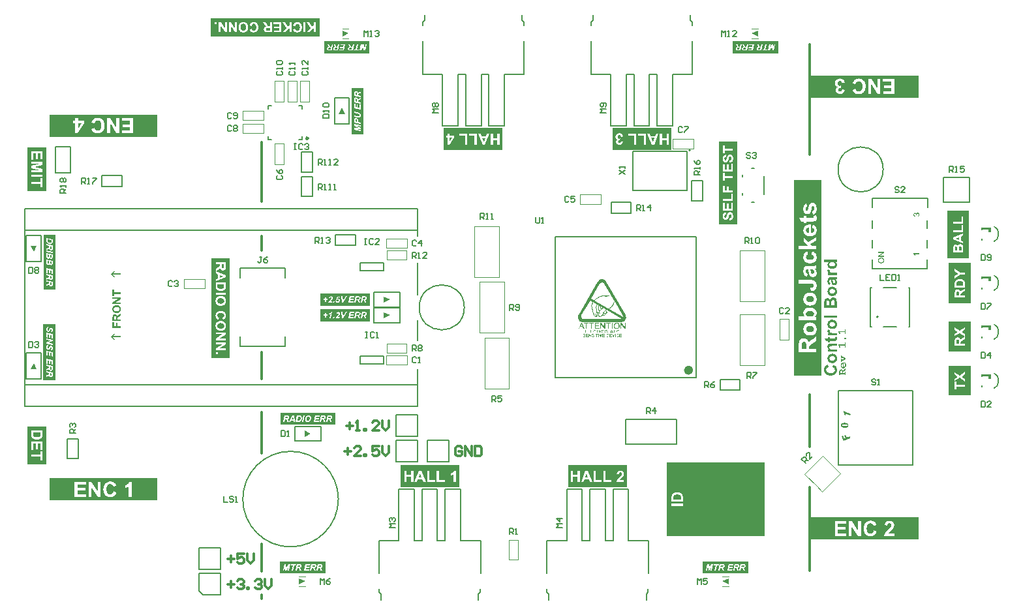
<source format=gto>
G04 Layer_Color=65535*
%FSLAX25Y25*%
%MOIN*%
G70*
G01*
G75*
%ADD48C,0.01000*%
%ADD49C,0.01200*%
%ADD50C,0.01400*%
%ADD55C,0.00600*%
%ADD88C,0.01181*%
%ADD89C,0.00787*%
%ADD90C,0.02362*%
%ADD91C,0.00500*%
%ADD92C,0.00394*%
G36*
X77506Y-13619D02*
X77540D01*
X77574Y-13654D01*
X77711Y-13756D01*
Y-13790D01*
X77745Y-13824D01*
X77779Y-14029D01*
X77609D01*
Y-13995D01*
X77574Y-13927D01*
X77540Y-13859D01*
X77506Y-13824D01*
X77472Y-13790D01*
X77438Y-13756D01*
X77335Y-13722D01*
X77130D01*
X77028Y-13756D01*
X76959Y-13790D01*
X76925Y-13824D01*
X76891Y-13893D01*
X76857Y-13961D01*
Y-14029D01*
X76925Y-14098D01*
X76993Y-14132D01*
X77096Y-14166D01*
X77233Y-14200D01*
X77267D01*
X77335Y-14234D01*
X77574Y-14303D01*
X77609D01*
X77643Y-14337D01*
X77779Y-14474D01*
X77814Y-14542D01*
X77848Y-14679D01*
Y-14713D01*
Y-14747D01*
X77779Y-14918D01*
Y-14952D01*
X77711Y-14986D01*
X77643Y-15055D01*
X77574Y-15089D01*
X77540D01*
X77472Y-15123D01*
X77267Y-15157D01*
X77164D01*
X76925Y-15089D01*
X76891D01*
X76823Y-15055D01*
X76754Y-14986D01*
X76686Y-14918D01*
Y-14884D01*
X76652Y-14815D01*
X76618Y-14645D01*
X76788Y-14610D01*
X76823Y-14679D01*
X76857Y-14815D01*
X76891Y-14850D01*
X76959Y-14884D01*
X77028Y-14918D01*
X77062D01*
X77096Y-14952D01*
X77267Y-14986D01*
X77335D01*
X77472Y-14952D01*
X77506Y-14918D01*
X77609Y-14850D01*
X77643Y-14815D01*
Y-14713D01*
Y-14679D01*
X77609Y-14576D01*
X77574Y-14542D01*
X77472Y-14508D01*
X77438D01*
X77369Y-14474D01*
X77164Y-14405D01*
X77130D01*
X77062Y-14371D01*
X76959D01*
X76891Y-14337D01*
X76857D01*
X76823Y-14303D01*
X76754Y-14234D01*
X76720Y-14166D01*
X76686Y-14132D01*
X76652Y-13995D01*
Y-13961D01*
Y-13927D01*
X76720Y-13756D01*
Y-13722D01*
X76788Y-13688D01*
X76925Y-13619D01*
X76959D01*
X77028Y-13585D01*
X77198Y-13551D01*
X77301D01*
X77506Y-13619D01*
D02*
G37*
G36*
X73064D02*
X73098D01*
X73132Y-13654D01*
X73269Y-13756D01*
Y-13790D01*
X73303Y-13824D01*
X73337Y-14029D01*
X73132D01*
Y-13995D01*
Y-13961D01*
X73098Y-13893D01*
X73030Y-13824D01*
X72996Y-13790D01*
X72961Y-13756D01*
X72859Y-13722D01*
X72654D01*
X72551Y-13756D01*
X72483Y-13790D01*
X72449Y-13824D01*
X72415Y-13961D01*
Y-13995D01*
X72449Y-14098D01*
X72517Y-14132D01*
X72620Y-14166D01*
X72756Y-14200D01*
X72790D01*
X72893Y-14234D01*
X72996Y-14269D01*
X73098Y-14303D01*
X73132D01*
X73166Y-14337D01*
X73303Y-14474D01*
X73337Y-14542D01*
X73371Y-14679D01*
Y-14713D01*
Y-14747D01*
X73303Y-14918D01*
X73269Y-14986D01*
X73098Y-15089D01*
X73064D01*
X73030Y-15123D01*
X72825Y-15157D01*
X72688D01*
X72449Y-15089D01*
X72415D01*
X72381Y-15055D01*
X72312Y-14986D01*
X72244Y-14918D01*
Y-14884D01*
X72210Y-14815D01*
X72176Y-14747D01*
X72141Y-14645D01*
X72346Y-14610D01*
Y-14645D01*
Y-14679D01*
X72415Y-14815D01*
X72449Y-14850D01*
X72551Y-14918D01*
X72585D01*
X72620Y-14952D01*
X72790Y-14986D01*
X72859D01*
X72996Y-14952D01*
X73030D01*
X73064Y-14918D01*
X73132Y-14850D01*
X73166Y-14815D01*
X73201Y-14713D01*
Y-14679D01*
X73132Y-14576D01*
X73098Y-14542D01*
X72996Y-14508D01*
X72961D01*
X72927Y-14474D01*
X72722Y-14405D01*
X72688D01*
X72620Y-14371D01*
X72517D01*
X72415Y-14337D01*
X72346Y-14303D01*
X72244Y-14166D01*
Y-14132D01*
X72210Y-13995D01*
Y-13961D01*
Y-13927D01*
X72278Y-13756D01*
Y-13722D01*
X72346Y-13688D01*
X72483Y-13619D01*
X72517D01*
X72585Y-13585D01*
X72756Y-13551D01*
X72859D01*
X73064Y-13619D01*
D02*
G37*
G36*
X75046Y-12868D02*
X75797D01*
Y-13038D01*
X74841D01*
Y-11501D01*
X75046D01*
Y-12868D01*
D02*
G37*
G36*
X74533Y-11706D02*
X73611D01*
Y-12184D01*
X74465D01*
Y-12355D01*
X73611D01*
Y-12868D01*
X74567D01*
Y-13038D01*
X73406D01*
Y-11501D01*
X74533D01*
Y-11706D01*
D02*
G37*
G36*
X90149Y-13585D02*
X90251Y-13654D01*
X90286Y-13688D01*
X90354Y-13756D01*
X90422Y-13859D01*
X90491Y-13995D01*
X90286Y-14064D01*
Y-14029D01*
X90251Y-13961D01*
X90217Y-13859D01*
X90149Y-13790D01*
X90115D01*
X90081Y-13756D01*
X89876Y-13722D01*
X89773D01*
X89670Y-13756D01*
X89568Y-13824D01*
X89534D01*
X89500Y-13859D01*
X89431Y-13927D01*
X89397Y-14029D01*
Y-14064D01*
Y-14132D01*
X89363Y-14337D01*
Y-14371D01*
Y-14439D01*
X89431Y-14679D01*
Y-14713D01*
X89465Y-14781D01*
X89534Y-14850D01*
X89602Y-14918D01*
X89636D01*
X89670Y-14952D01*
X89841Y-14986D01*
X89944D01*
X90046Y-14952D01*
X90149Y-14884D01*
X90183Y-14850D01*
X90217Y-14815D01*
X90251Y-14713D01*
X90320Y-14576D01*
X90525Y-14645D01*
Y-14679D01*
X90456Y-14781D01*
X90388Y-14918D01*
X90286Y-15020D01*
X90251Y-15055D01*
X90183Y-15089D01*
X90046Y-15123D01*
X89876Y-15157D01*
X89739D01*
X89602Y-15123D01*
X89465Y-15055D01*
X89431Y-15020D01*
X89363Y-14986D01*
X89295Y-14884D01*
X89226Y-14747D01*
Y-14713D01*
X89192Y-14645D01*
X89158Y-14508D01*
Y-14337D01*
Y-14303D01*
Y-14200D01*
X89226Y-13927D01*
X89261Y-13893D01*
X89295Y-13824D01*
X89500Y-13654D01*
X89534Y-13619D01*
X89602Y-13585D01*
X89739Y-13551D01*
X90012D01*
X90149Y-13585D01*
D02*
G37*
G36*
X81299Y-15123D02*
X81094D01*
X80479Y-13585D01*
X80718D01*
X81128Y-14713D01*
Y-14747D01*
X81162Y-14815D01*
X81196Y-14952D01*
Y-14918D01*
X81230Y-14884D01*
X81299Y-14713D01*
X81709Y-13585D01*
X81914D01*
X81299Y-15123D01*
D02*
G37*
G36*
X-54505Y-60059D02*
X-82500D01*
Y-53740D01*
X-54505D01*
Y-60059D01*
D02*
G37*
G36*
X76344Y-15123D02*
X76139D01*
X75319Y-13927D01*
Y-15123D01*
X75114D01*
Y-13585D01*
X75319D01*
X76139Y-14781D01*
Y-13585D01*
X76344D01*
Y-15123D01*
D02*
G37*
G36*
X87825D02*
X87586D01*
X87005Y-13585D01*
X87210D01*
X87620Y-14713D01*
Y-14747D01*
X87655Y-14815D01*
X87689Y-14884D01*
Y-14918D01*
X87723Y-14884D01*
X87791Y-14713D01*
X88201Y-13585D01*
X88406D01*
X87825Y-15123D01*
D02*
G37*
G36*
X88645Y-11706D02*
X88133D01*
Y-13038D01*
X87928D01*
Y-11706D01*
X87415D01*
Y-11501D01*
X88645D01*
Y-11706D01*
D02*
G37*
G36*
X87552Y-13038D02*
X87313D01*
X87108Y-12594D01*
X86458D01*
X86288Y-13038D01*
X86083D01*
X86664Y-11501D01*
X86903D01*
X87552Y-13038D01*
D02*
G37*
G36*
X89090D02*
X88885D01*
Y-11501D01*
X89090D01*
Y-13038D01*
D02*
G37*
G36*
X-197294Y9249D02*
X-203500D01*
Y37000D01*
X-197294D01*
Y9249D01*
D02*
G37*
G36*
X86185Y-11706D02*
X85673D01*
Y-13038D01*
X85468D01*
Y-11706D01*
X84955D01*
Y-11501D01*
X86185D01*
Y-11706D01*
D02*
G37*
G36*
X80171D02*
X79659D01*
Y-13038D01*
X79454D01*
Y-11706D01*
X78941D01*
Y-11501D01*
X80171D01*
Y-11706D01*
D02*
G37*
G36*
X77164D02*
X76276D01*
Y-12184D01*
X77130D01*
Y-12355D01*
X76276D01*
Y-12868D01*
X77233D01*
Y-13038D01*
X76071D01*
Y-11501D01*
X77164D01*
Y-11706D01*
D02*
G37*
G36*
X82905Y-11535D02*
X83042Y-11603D01*
X83076D01*
X83110Y-11672D01*
X83212Y-11740D01*
X83281Y-11877D01*
X83315Y-11911D01*
X83349Y-11979D01*
X83383Y-12116D01*
Y-12287D01*
Y-12321D01*
Y-12423D01*
X83349Y-12560D01*
X83281Y-12697D01*
X83247Y-12731D01*
X83212Y-12799D01*
X83007Y-12970D01*
X82973D01*
X82905Y-13004D01*
X82768Y-13038D01*
X82495D01*
X82358Y-13004D01*
X82256Y-12936D01*
X82222D01*
X82153Y-12868D01*
X82051Y-12799D01*
X81982Y-12697D01*
Y-12663D01*
X81948Y-12594D01*
X81914Y-12458D01*
Y-12321D01*
Y-12287D01*
Y-12252D01*
X81948Y-12082D01*
X81982Y-11877D01*
X82085Y-11706D01*
X82119Y-11672D01*
X82256Y-11603D01*
X82427Y-11535D01*
X82631Y-11501D01*
X82768D01*
X82905Y-11535D01*
D02*
G37*
G36*
X81401D02*
X81436D01*
X81470Y-11569D01*
X81572Y-11706D01*
X81606Y-11774D01*
X81641Y-11945D01*
Y-11979D01*
Y-12048D01*
X81606Y-12116D01*
X81538Y-12218D01*
X81504D01*
X81470Y-12287D01*
X81367Y-12321D01*
X81196Y-12355D01*
X81230Y-12389D01*
X81333Y-12423D01*
X81367Y-12492D01*
X81504Y-12628D01*
X81777Y-13038D01*
X81504D01*
X81299Y-12731D01*
Y-12697D01*
X81230Y-12628D01*
X81196Y-12560D01*
X81162Y-12526D01*
Y-12492D01*
X81128Y-12458D01*
X81094Y-12423D01*
X81060D01*
X81025Y-12389D01*
X80616D01*
Y-13038D01*
X80410D01*
Y-11501D01*
X81196D01*
X81401Y-11535D01*
D02*
G37*
G36*
X270213Y-22522D02*
X259081D01*
Y-7111D01*
X270213D01*
Y-22522D01*
D02*
G37*
G36*
X-36762Y-7100D02*
X-62000D01*
Y-879D01*
X-36762D01*
Y-7100D01*
D02*
G37*
G36*
X164889Y-116765D02*
X114889D01*
Y-79265D01*
X164889D01*
Y-116765D01*
D02*
G37*
G36*
X270213Y-45000D02*
X259081D01*
Y-30026D01*
X270213D01*
Y-45000D01*
D02*
G37*
G36*
X150873Y42500D02*
X141562D01*
Y84699D01*
X150873D01*
Y42500D01*
D02*
G37*
G36*
X-164069Y4234D02*
X-166802Y2548D01*
X-164069D01*
Y1768D01*
X-168235D01*
Y2579D01*
X-165438Y4298D01*
X-168235D01*
Y5077D01*
X-164069D01*
Y4234D01*
D02*
G37*
G36*
X-166047Y1102D02*
X-165977D01*
X-165889Y1089D01*
X-165794Y1077D01*
X-165679Y1064D01*
X-165565Y1039D01*
X-165438Y1013D01*
X-165312Y975D01*
X-165179Y931D01*
X-165045Y874D01*
X-164919Y811D01*
X-164792Y741D01*
X-164671Y652D01*
X-164557Y557D01*
X-164551Y551D01*
X-164532Y532D01*
X-164506Y500D01*
X-164469Y455D01*
X-164424Y405D01*
X-164380Y335D01*
X-164329Y259D01*
X-164278Y170D01*
X-164221Y69D01*
X-164171Y-39D01*
X-164126Y-160D01*
X-164082Y-293D01*
X-164044Y-432D01*
X-164018Y-578D01*
X-163999Y-736D01*
X-163993Y-908D01*
Y-920D01*
Y-946D01*
X-163999Y-996D01*
Y-1060D01*
X-164012Y-1136D01*
X-164025Y-1231D01*
X-164037Y-1332D01*
X-164063Y-1440D01*
X-164094Y-1554D01*
X-164132Y-1675D01*
X-164177Y-1795D01*
X-164234Y-1916D01*
X-164297Y-2042D01*
X-164373Y-2157D01*
X-164456Y-2271D01*
X-164557Y-2379D01*
X-164564Y-2385D01*
X-164583Y-2404D01*
X-164614Y-2429D01*
X-164659Y-2461D01*
X-164716Y-2505D01*
X-164786Y-2550D01*
X-164868Y-2600D01*
X-164963Y-2651D01*
X-165071Y-2702D01*
X-165185Y-2753D01*
X-165312Y-2797D01*
X-165451Y-2841D01*
X-165603Y-2873D01*
X-165762Y-2898D01*
X-165933Y-2917D01*
X-166117Y-2924D01*
X-166225D01*
X-166282Y-2917D01*
X-166345Y-2911D01*
X-166415D01*
X-166491Y-2898D01*
X-166662Y-2879D01*
X-166840Y-2848D01*
X-167017Y-2803D01*
X-167188Y-2740D01*
X-167195D01*
X-167201Y-2733D01*
X-167239Y-2715D01*
X-167303Y-2683D01*
X-167379Y-2638D01*
X-167467Y-2581D01*
X-167562Y-2518D01*
X-167664Y-2435D01*
X-167759Y-2353D01*
X-167772Y-2340D01*
X-167803Y-2309D01*
X-167848Y-2258D01*
X-167898Y-2195D01*
X-167962Y-2112D01*
X-168025Y-2023D01*
X-168082Y-1922D01*
X-168133Y-1814D01*
Y-1808D01*
X-168139Y-1795D01*
X-168152Y-1776D01*
X-168158Y-1744D01*
X-168171Y-1706D01*
X-168190Y-1662D01*
X-168203Y-1611D01*
X-168222Y-1554D01*
X-168247Y-1421D01*
X-168279Y-1269D01*
X-168298Y-1098D01*
X-168304Y-914D01*
Y-901D01*
Y-876D01*
X-168298Y-825D01*
Y-762D01*
X-168285Y-686D01*
X-168272Y-597D01*
X-168254Y-495D01*
X-168235Y-388D01*
X-168203Y-267D01*
X-168165Y-153D01*
X-168114Y-26D01*
X-168063Y94D01*
X-167993Y215D01*
X-167918Y335D01*
X-167829Y449D01*
X-167727Y557D01*
X-167721Y563D01*
X-167702Y582D01*
X-167670Y608D01*
X-167620Y646D01*
X-167562Y684D01*
X-167493Y734D01*
X-167410Y779D01*
X-167315Y836D01*
X-167207Y887D01*
X-167087Y937D01*
X-166960Y982D01*
X-166821Y1020D01*
X-166668Y1058D01*
X-166504Y1083D01*
X-166326Y1102D01*
X-166142Y1108D01*
X-166098D01*
X-166047Y1102D01*
D02*
G37*
G36*
X-167983Y-14626D02*
X-163953D01*
Y-15258D01*
X-167983D01*
X-166820Y-16422D01*
X-167624D01*
X-169069Y-14946D01*
X-167624Y-13462D01*
X-166820D01*
X-167983Y-14626D01*
D02*
G37*
G36*
X-167531Y7740D02*
X-164069D01*
Y6897D01*
X-167531D01*
Y5673D01*
X-168235D01*
Y8964D01*
X-167531D01*
Y7740D01*
D02*
G37*
G36*
X86834Y-13756D02*
X85912D01*
Y-14234D01*
X86766D01*
Y-14439D01*
X85912D01*
Y-14952D01*
X86869D01*
Y-15123D01*
X85707D01*
Y-13585D01*
X86834D01*
Y-13756D01*
D02*
G37*
G36*
X85023Y-13619D02*
X85194Y-13722D01*
X85228Y-13756D01*
X85263Y-13790D01*
X85365Y-13995D01*
Y-14029D01*
X85399Y-14098D01*
X85433Y-14200D01*
Y-14337D01*
Y-14371D01*
Y-14439D01*
Y-14542D01*
X85399Y-14645D01*
Y-14679D01*
X85365Y-14713D01*
X85297Y-14884D01*
X85228Y-14952D01*
X85126Y-15020D01*
X85092Y-15055D01*
X84955Y-15123D01*
X84135D01*
Y-13585D01*
X84989D01*
X85023Y-13619D01*
D02*
G37*
G36*
X91892Y-13756D02*
X90969D01*
Y-14234D01*
X91857D01*
Y-14439D01*
X90969D01*
Y-14952D01*
X91926D01*
Y-15123D01*
X90764D01*
Y-13585D01*
X91892D01*
Y-13756D01*
D02*
G37*
G36*
X88850Y-15123D02*
X88645D01*
Y-13585D01*
X88850D01*
Y-15123D01*
D02*
G37*
G36*
X83212Y-13756D02*
X82290D01*
Y-14234D01*
X83144D01*
Y-14439D01*
X82290D01*
Y-14952D01*
X83247D01*
Y-15123D01*
X82085D01*
Y-13585D01*
X83212D01*
Y-13756D01*
D02*
G37*
G36*
X78360Y-15123D02*
X78155D01*
Y-13585D01*
X78360D01*
Y-15123D01*
D02*
G37*
G36*
X74772Y-13756D02*
X73884D01*
Y-14234D01*
X74738D01*
Y-14439D01*
X73884D01*
Y-14952D01*
X74841D01*
Y-15123D01*
X73679D01*
Y-13585D01*
X74772D01*
Y-13756D01*
D02*
G37*
G36*
X80308Y-15123D02*
X80069D01*
Y-13585D01*
X80308D01*
Y-15123D01*
D02*
G37*
G36*
X79830Y-13756D02*
X79317D01*
Y-15123D01*
X79112D01*
Y-13756D01*
X78599D01*
Y-13585D01*
X79830D01*
Y-13756D01*
D02*
G37*
G36*
X78429Y-11535D02*
X78565Y-11603D01*
X78599Y-11637D01*
X78668Y-11706D01*
X78736Y-11808D01*
X78770Y-11945D01*
X78599Y-11979D01*
Y-11945D01*
X78565Y-11877D01*
X78497Y-11808D01*
X78429Y-11740D01*
X78360Y-11706D01*
X78189Y-11672D01*
X78087D01*
X77984Y-11706D01*
X77882Y-11740D01*
X77848D01*
X77814Y-11808D01*
X77745Y-11877D01*
X77711Y-11979D01*
Y-12013D01*
X77677Y-12082D01*
X77643Y-12287D01*
Y-12321D01*
Y-12389D01*
X77711Y-12628D01*
Y-12663D01*
X77745Y-12697D01*
X77882Y-12833D01*
X77984D01*
X78155Y-12868D01*
X78258D01*
X78360Y-12833D01*
X78429Y-12799D01*
X78463D01*
X78497Y-12731D01*
X78565Y-12663D01*
X78599Y-12526D01*
X78804Y-12560D01*
Y-12594D01*
X78770Y-12697D01*
X78702Y-12833D01*
X78599Y-12902D01*
X78565Y-12936D01*
X78463Y-12970D01*
X78326Y-13004D01*
X78189Y-13038D01*
X78019D01*
X77882Y-13004D01*
X77745Y-12936D01*
X77711D01*
X77677Y-12868D01*
X77574Y-12799D01*
X77506Y-12697D01*
Y-12663D01*
X77472Y-12560D01*
X77438Y-12287D01*
Y-12252D01*
Y-12150D01*
X77472Y-12013D01*
X77540Y-11842D01*
Y-11808D01*
X77609Y-11740D01*
X77677Y-11637D01*
X77814Y-11569D01*
X77848D01*
X77916Y-11535D01*
X78019Y-11501D01*
X78326D01*
X78429Y-11535D01*
D02*
G37*
G36*
X244000Y27242D02*
X241631D01*
X241635Y27238D01*
X241653Y27219D01*
X241676Y27187D01*
X241709Y27145D01*
X241750Y27095D01*
X241792Y27035D01*
X241843Y26966D01*
X241889Y26887D01*
Y26883D01*
X241893Y26878D01*
X241912Y26850D01*
X241935Y26809D01*
X241962Y26758D01*
X241995Y26698D01*
X242022Y26634D01*
X242055Y26564D01*
X242082Y26500D01*
X241718D01*
Y26505D01*
X241713Y26514D01*
X241704Y26532D01*
X241690Y26551D01*
X241676Y26578D01*
X241663Y26611D01*
X241621Y26684D01*
X241570Y26767D01*
X241511Y26860D01*
X241441Y26952D01*
X241368Y27039D01*
X241363Y27044D01*
X241358Y27049D01*
X241331Y27076D01*
X241289Y27118D01*
X241239Y27169D01*
X241174Y27224D01*
X241105Y27279D01*
X241031Y27330D01*
X240957Y27371D01*
Y27616D01*
X244000D01*
Y27242D01*
D02*
G37*
G36*
X243170Y48410D02*
X243207Y48406D01*
X243244Y48401D01*
X243290Y48392D01*
X243336Y48378D01*
X243442Y48346D01*
X243502Y48322D01*
X243557Y48290D01*
X243613Y48258D01*
X243668Y48221D01*
X243723Y48175D01*
X243779Y48124D01*
X243783Y48120D01*
X243793Y48110D01*
X243802Y48097D01*
X243820Y48074D01*
X243843Y48046D01*
X243866Y48009D01*
X243889Y47967D01*
X243912Y47926D01*
X243940Y47875D01*
X243963Y47820D01*
X243986Y47760D01*
X244009Y47695D01*
X244028Y47626D01*
X244037Y47553D01*
X244046Y47474D01*
X244051Y47396D01*
Y47391D01*
Y47377D01*
Y47359D01*
X244046Y47331D01*
X244041Y47295D01*
X244037Y47258D01*
X244032Y47212D01*
X244023Y47165D01*
X243995Y47059D01*
X243949Y46949D01*
X243926Y46893D01*
X243894Y46843D01*
X243857Y46787D01*
X243816Y46737D01*
X243811Y46732D01*
X243806Y46727D01*
X243793Y46714D01*
X243774Y46695D01*
X243746Y46677D01*
X243719Y46654D01*
X243687Y46626D01*
X243650Y46603D01*
X243557Y46548D01*
X243451Y46501D01*
X243332Y46460D01*
X243267Y46446D01*
X243198Y46437D01*
X243147Y46810D01*
X243152D01*
X243161Y46815D01*
X243179D01*
X243198Y46824D01*
X243253Y46838D01*
X243322Y46861D01*
X243396Y46889D01*
X243474Y46926D01*
X243544Y46972D01*
X243603Y47023D01*
X243608Y47032D01*
X243627Y47050D01*
X243645Y47082D01*
X243673Y47128D01*
X243696Y47179D01*
X243719Y47244D01*
X243737Y47317D01*
X243742Y47396D01*
Y47401D01*
Y47410D01*
Y47424D01*
X243737Y47442D01*
X243733Y47488D01*
X243719Y47548D01*
X243696Y47622D01*
X243668Y47695D01*
X243622Y47769D01*
X243562Y47839D01*
X243553Y47848D01*
X243530Y47866D01*
X243493Y47894D01*
X243438Y47931D01*
X243373Y47963D01*
X243295Y47991D01*
X243207Y48009D01*
X243110Y48018D01*
X243087D01*
X243069Y48014D01*
X243023Y48009D01*
X242963Y47995D01*
X242898Y47977D01*
X242824Y47945D01*
X242755Y47903D01*
X242691Y47848D01*
X242682Y47839D01*
X242663Y47820D01*
X242640Y47783D01*
X242608Y47732D01*
X242576Y47673D01*
X242552Y47599D01*
X242534Y47520D01*
X242525Y47428D01*
Y47424D01*
Y47410D01*
Y47387D01*
X242529Y47354D01*
X242534Y47317D01*
X242539Y47271D01*
X242548Y47221D01*
X242562Y47165D01*
X242234Y47207D01*
Y47212D01*
Y47230D01*
X242239Y47248D01*
Y47267D01*
Y47271D01*
Y47276D01*
Y47290D01*
Y47308D01*
X242234Y47350D01*
X242225Y47410D01*
X242211Y47474D01*
X242188Y47543D01*
X242161Y47617D01*
X242119Y47691D01*
X242114Y47700D01*
X242096Y47723D01*
X242064Y47751D01*
X242022Y47788D01*
X241972Y47825D01*
X241907Y47852D01*
X241829Y47875D01*
X241737Y47885D01*
X241704D01*
X241667Y47875D01*
X241617Y47866D01*
X241566Y47852D01*
X241511Y47825D01*
X241451Y47792D01*
X241400Y47746D01*
X241395Y47742D01*
X241377Y47723D01*
X241354Y47691D01*
X241331Y47649D01*
X241303Y47599D01*
X241285Y47539D01*
X241266Y47470D01*
X241262Y47391D01*
Y47387D01*
Y47382D01*
Y47354D01*
X241271Y47313D01*
X241280Y47267D01*
X241294Y47207D01*
X241322Y47147D01*
X241354Y47087D01*
X241400Y47027D01*
X241405Y47023D01*
X241423Y47004D01*
X241455Y46981D01*
X241501Y46953D01*
X241557Y46921D01*
X241626Y46893D01*
X241709Y46866D01*
X241806Y46847D01*
X241741Y46474D01*
X241737D01*
X241723Y46479D01*
X241704Y46483D01*
X241681Y46488D01*
X241649Y46497D01*
X241612Y46506D01*
X241529Y46538D01*
X241437Y46575D01*
X241340Y46631D01*
X241248Y46695D01*
X241165Y46778D01*
X241160Y46783D01*
X241156Y46787D01*
X241146Y46801D01*
X241133Y46824D01*
X241119Y46847D01*
X241100Y46875D01*
X241059Y46944D01*
X241022Y47032D01*
X240990Y47138D01*
X240967Y47253D01*
X240957Y47317D01*
Y47382D01*
Y47387D01*
Y47391D01*
Y47405D01*
Y47424D01*
X240962Y47470D01*
X240971Y47530D01*
X240985Y47599D01*
X241003Y47677D01*
X241031Y47756D01*
X241068Y47834D01*
Y47839D01*
X241073Y47843D01*
X241087Y47871D01*
X241109Y47908D01*
X241142Y47954D01*
X241183Y48004D01*
X241234Y48060D01*
X241294Y48110D01*
X241358Y48156D01*
X241368Y48161D01*
X241391Y48175D01*
X241428Y48193D01*
X241474Y48212D01*
X241534Y48230D01*
X241598Y48249D01*
X241667Y48263D01*
X241746Y48267D01*
X241778D01*
X241815Y48263D01*
X241861Y48253D01*
X241916Y48239D01*
X241976Y48221D01*
X242041Y48198D01*
X242101Y48161D01*
X242110Y48156D01*
X242128Y48143D01*
X242156Y48115D01*
X242193Y48083D01*
X242234Y48037D01*
X242276Y47986D01*
X242322Y47921D01*
X242359Y47848D01*
Y47852D01*
X242363Y47861D01*
Y47875D01*
X242373Y47894D01*
X242387Y47940D01*
X242414Y48000D01*
X242446Y48064D01*
X242493Y48134D01*
X242548Y48203D01*
X242617Y48263D01*
X242626Y48267D01*
X242654Y48286D01*
X242695Y48309D01*
X242751Y48341D01*
X242820Y48369D01*
X242903Y48392D01*
X243000Y48410D01*
X243106Y48415D01*
X243143D01*
X243170Y48410D01*
D02*
G37*
G36*
X30872Y80272D02*
X872D01*
Y91610D01*
X30872D01*
Y80272D01*
D02*
G37*
G36*
X226000Y27880D02*
X223621Y26289D01*
X226000D01*
Y25907D01*
X222971D01*
Y26313D01*
X225350Y27907D01*
X222971D01*
Y28290D01*
X226000D01*
Y27880D01*
D02*
G37*
G36*
X206964Y-66679D02*
X208472Y-66054D01*
X208769Y-66773D01*
X205219Y-68244D01*
X204211Y-65812D01*
X204811Y-65563D01*
X205521Y-67277D01*
X206364Y-66927D01*
X205750Y-65447D01*
X206350Y-65198D01*
X206964Y-66679D01*
D02*
G37*
G36*
X231788Y7440D02*
X231642D01*
Y8065D01*
X231788D01*
Y7440D01*
D02*
G37*
G36*
X-201982Y-80087D02*
X-211750D01*
Y-60748D01*
X-201982D01*
Y-80087D01*
D02*
G37*
G36*
X208940Y-54467D02*
X208658Y-55148D01*
X206096Y-54087D01*
X206099Y-54095D01*
X206105Y-54110D01*
X206113Y-54138D01*
X206128Y-54177D01*
X206140Y-54226D01*
X206154Y-54282D01*
X206172Y-54347D01*
X206185Y-54422D01*
X206204Y-54499D01*
X206218Y-54587D01*
X206238Y-54767D01*
X206250Y-54968D01*
X206244Y-55181D01*
X205628Y-54926D01*
X205630Y-54920D01*
X205627Y-54913D01*
X205628Y-54894D01*
X205632Y-54870D01*
X205633Y-54807D01*
X205624Y-54721D01*
X205617Y-54617D01*
X205597Y-54495D01*
X205577Y-54360D01*
X205538Y-54211D01*
X205535Y-54203D01*
X205534Y-54190D01*
X205524Y-54167D01*
X205515Y-54144D01*
X205489Y-54070D01*
X205448Y-53971D01*
X205396Y-53867D01*
X205327Y-53756D01*
X205246Y-53647D01*
X205147Y-53549D01*
X205378Y-52992D01*
X208940Y-54467D01*
D02*
G37*
G36*
X206006Y-59014D02*
X206100Y-59020D01*
X206200Y-59026D01*
X206316Y-59037D01*
X206439Y-59055D01*
X206697Y-59101D01*
X206825Y-59131D01*
X206954Y-59166D01*
X207077Y-59213D01*
X207194Y-59265D01*
X207305Y-59324D01*
X207399Y-59388D01*
X207405Y-59394D01*
X207416Y-59400D01*
X207434Y-59417D01*
X207457Y-59447D01*
X207492Y-59476D01*
X207522Y-59517D01*
X207557Y-59558D01*
X207592Y-59610D01*
X207633Y-59669D01*
X207668Y-59733D01*
X207697Y-59809D01*
X207726Y-59885D01*
X207756Y-59967D01*
X207773Y-60055D01*
X207785Y-60154D01*
X207791Y-60254D01*
Y-60260D01*
Y-60277D01*
X207785Y-60307D01*
Y-60348D01*
X207779Y-60394D01*
X207767Y-60447D01*
X207756Y-60511D01*
X207738Y-60576D01*
X207715Y-60646D01*
X207685Y-60722D01*
X207650Y-60798D01*
X207609Y-60874D01*
X207562Y-60950D01*
X207504Y-61020D01*
X207440Y-61096D01*
X207364Y-61161D01*
X207358Y-61167D01*
X207340Y-61172D01*
X207317Y-61190D01*
X207276Y-61213D01*
X207229Y-61237D01*
X207171Y-61266D01*
X207095Y-61301D01*
X207007Y-61330D01*
X206907Y-61360D01*
X206796Y-61395D01*
X206673Y-61424D01*
X206533Y-61447D01*
X206375Y-61471D01*
X206211Y-61482D01*
X206024Y-61494D01*
X205825Y-61500D01*
X205720D01*
X205650Y-61494D01*
X205556Y-61488D01*
X205456Y-61482D01*
X205345Y-61471D01*
X205223Y-61453D01*
X204965Y-61406D01*
X204836Y-61377D01*
X204708Y-61342D01*
X204585Y-61301D01*
X204468Y-61248D01*
X204357Y-61190D01*
X204263Y-61126D01*
X204257Y-61120D01*
X204246Y-61114D01*
X204228Y-61090D01*
X204199Y-61067D01*
X204170Y-61038D01*
X204134Y-60997D01*
X204099Y-60950D01*
X204064Y-60897D01*
X204029Y-60839D01*
X203988Y-60775D01*
X203959Y-60704D01*
X203930Y-60628D01*
X203900Y-60541D01*
X203883Y-60453D01*
X203871Y-60353D01*
X203865Y-60254D01*
Y-60248D01*
Y-60231D01*
Y-60201D01*
X203871Y-60160D01*
X203877Y-60114D01*
X203889Y-60061D01*
X203900Y-60002D01*
X203918Y-59938D01*
X203936Y-59868D01*
X203965Y-59798D01*
X203994Y-59722D01*
X204035Y-59651D01*
X204082Y-59581D01*
X204134Y-59511D01*
X204199Y-59447D01*
X204269Y-59382D01*
X204275Y-59376D01*
X204292Y-59365D01*
X204322Y-59347D01*
X204357Y-59324D01*
X204409Y-59295D01*
X204474Y-59265D01*
X204550Y-59230D01*
X204638Y-59195D01*
X204743Y-59160D01*
X204854Y-59125D01*
X204983Y-59096D01*
X205123Y-59066D01*
X205281Y-59043D01*
X205451Y-59026D01*
X205632Y-59014D01*
X205831Y-59008D01*
X205936D01*
X206006Y-59014D01*
D02*
G37*
G36*
X-145452Y87161D02*
X-200452D01*
Y98500D01*
X-145452D01*
Y87161D01*
D02*
G37*
G36*
X-145500Y-98500D02*
X-200500D01*
Y-87161D01*
X-145500D01*
Y-98500D01*
D02*
G37*
G36*
X243500Y107161D02*
X188500D01*
Y118500D01*
X243500D01*
Y107161D01*
D02*
G37*
G36*
Y-118500D02*
X188500D01*
Y-107161D01*
X243500D01*
Y-118500D01*
D02*
G37*
G36*
X94500Y-92000D02*
X64500D01*
Y-80661D01*
X94500D01*
Y-92000D01*
D02*
G37*
G36*
X117372Y80272D02*
X87372D01*
Y91610D01*
X117372D01*
Y80272D01*
D02*
G37*
G36*
X224571Y25390D02*
X224612D01*
X224658Y25386D01*
X224709Y25381D01*
X224769Y25372D01*
X224898Y25349D01*
X225037Y25317D01*
X225179Y25271D01*
X225318Y25206D01*
X225322D01*
X225331Y25197D01*
X225350Y25188D01*
X225378Y25174D01*
X225405Y25151D01*
X225442Y25128D01*
X225521Y25072D01*
X225608Y24999D01*
X225700Y24906D01*
X225788Y24800D01*
X225866Y24680D01*
Y24676D01*
X225875Y24667D01*
X225885Y24648D01*
X225894Y24621D01*
X225908Y24588D01*
X225926Y24551D01*
X225940Y24510D01*
X225958Y24459D01*
X225991Y24353D01*
X226023Y24229D01*
X226042Y24091D01*
X226051Y23947D01*
Y23943D01*
Y23929D01*
Y23906D01*
X226046Y23874D01*
Y23837D01*
X226042Y23795D01*
X226032Y23745D01*
X226023Y23689D01*
X226000Y23574D01*
X225963Y23445D01*
X225912Y23311D01*
X225885Y23247D01*
X225848Y23182D01*
X225843Y23178D01*
X225839Y23168D01*
X225825Y23150D01*
X225811Y23127D01*
X225788Y23099D01*
X225765Y23067D01*
X225700Y22993D01*
X225617Y22910D01*
X225525Y22823D01*
X225410Y22744D01*
X225285Y22671D01*
X225281D01*
X225267Y22661D01*
X225249Y22657D01*
X225221Y22643D01*
X225189Y22629D01*
X225152Y22615D01*
X225106Y22601D01*
X225055Y22588D01*
X225000Y22569D01*
X224944Y22555D01*
X224815Y22528D01*
X224677Y22509D01*
X224529Y22500D01*
X224497D01*
X224456Y22505D01*
X224405D01*
X224340Y22514D01*
X224267Y22523D01*
X224188Y22532D01*
X224096Y22551D01*
X224004Y22574D01*
X223907Y22597D01*
X223810Y22629D01*
X223713Y22671D01*
X223617Y22717D01*
X223520Y22767D01*
X223432Y22832D01*
X223349Y22901D01*
X223345Y22906D01*
X223331Y22919D01*
X223308Y22943D01*
X223280Y22975D01*
X223248Y23016D01*
X223216Y23062D01*
X223174Y23118D01*
X223133Y23182D01*
X223096Y23256D01*
X223054Y23334D01*
X223022Y23422D01*
X222985Y23514D01*
X222962Y23611D01*
X222939Y23717D01*
X222925Y23832D01*
X222920Y23947D01*
Y23952D01*
Y23966D01*
Y23989D01*
X222925Y24017D01*
Y24054D01*
X222930Y24100D01*
X222939Y24146D01*
X222944Y24201D01*
X222971Y24316D01*
X223008Y24445D01*
X223054Y24575D01*
X223087Y24639D01*
X223123Y24704D01*
Y24708D01*
X223133Y24717D01*
X223142Y24736D01*
X223160Y24759D01*
X223179Y24787D01*
X223206Y24819D01*
X223266Y24893D01*
X223345Y24976D01*
X223441Y25063D01*
X223552Y25142D01*
X223681Y25215D01*
X223686D01*
X223700Y25225D01*
X223718Y25234D01*
X223746Y25243D01*
X223778Y25257D01*
X223819Y25271D01*
X223866Y25289D01*
X223916Y25308D01*
X223976Y25321D01*
X224036Y25340D01*
X224174Y25367D01*
X224327Y25386D01*
X224493Y25395D01*
X224539D01*
X224571Y25390D01*
D02*
G37*
G36*
X193804Y-34798D02*
X179804D01*
Y65202D01*
X193804D01*
Y-34798D01*
D02*
G37*
G36*
X9000Y-92000D02*
X-21000D01*
Y-80661D01*
X9000D01*
Y-92000D01*
D02*
G37*
G36*
X77745Y-8289D02*
X76720D01*
Y-11022D01*
X76310D01*
Y-8289D01*
X75285D01*
Y-7913D01*
X77745D01*
Y-8289D01*
D02*
G37*
G36*
X-197240Y-37179D02*
X-203559D01*
Y-8510D01*
X-197240D01*
Y-37179D01*
D02*
G37*
G36*
X86424Y-8289D02*
X85399D01*
Y-11022D01*
X84955D01*
Y-8289D01*
X83930D01*
Y-7913D01*
X86424D01*
Y-8289D01*
D02*
G37*
G36*
X80410D02*
X78565D01*
Y-9246D01*
X80308D01*
Y-9587D01*
X78565D01*
Y-10647D01*
X80479D01*
Y-11022D01*
X78155D01*
Y-7913D01*
X80410D01*
Y-8289D01*
D02*
G37*
G36*
X75080D02*
X74055D01*
Y-11022D01*
X73645D01*
Y-8289D01*
X72620D01*
Y-7913D01*
X75080D01*
Y-8289D01*
D02*
G37*
G36*
X90422Y-11535D02*
X90525Y-11603D01*
X90559Y-11637D01*
X90627Y-11706D01*
X90696Y-11808D01*
X90764Y-11945D01*
X90559Y-11979D01*
Y-11945D01*
X90525Y-11877D01*
X90456Y-11808D01*
X90388Y-11740D01*
X90320Y-11706D01*
X90149Y-11672D01*
X90046D01*
X89841Y-11740D01*
X89807D01*
X89773Y-11808D01*
X89705Y-11877D01*
X89670Y-11979D01*
Y-12013D01*
X89636Y-12082D01*
X89602Y-12287D01*
Y-12321D01*
Y-12389D01*
X89670Y-12628D01*
Y-12663D01*
X89705Y-12697D01*
X89841Y-12833D01*
X89944D01*
X90115Y-12868D01*
X90217D01*
X90422Y-12799D01*
X90456D01*
X90491Y-12731D01*
X90525Y-12663D01*
X90559Y-12526D01*
X90764Y-12560D01*
Y-12594D01*
X90730Y-12697D01*
X90662Y-12833D01*
X90559Y-12902D01*
X90525Y-12936D01*
X90456Y-12970D01*
X90320Y-13004D01*
X90149Y-13038D01*
X90012D01*
X89876Y-13004D01*
X89739Y-12936D01*
X89705D01*
X89636Y-12868D01*
X89568Y-12799D01*
X89500Y-12697D01*
Y-12663D01*
X89465Y-12560D01*
X89431Y-12423D01*
X89397Y-12287D01*
Y-12252D01*
Y-12150D01*
X89431Y-12013D01*
X89500Y-11842D01*
Y-11808D01*
X89568Y-11740D01*
X89636Y-11637D01*
X89773Y-11569D01*
X89807D01*
X89876Y-11535D01*
X90012Y-11501D01*
X90286D01*
X90422Y-11535D01*
D02*
G37*
G36*
X84477D02*
X84511D01*
X84545Y-11569D01*
X84682Y-11706D01*
X84716Y-11774D01*
X84750Y-11945D01*
X84579Y-11979D01*
Y-11945D01*
X84545Y-11877D01*
X84511Y-11808D01*
X84443Y-11740D01*
X84374Y-11706D01*
X84306Y-11672D01*
X84067D01*
X83998Y-11706D01*
X83930Y-11740D01*
X83896Y-11774D01*
X83862Y-11842D01*
X83827Y-11911D01*
Y-11945D01*
X83896Y-12048D01*
X83964Y-12082D01*
X84067Y-12116D01*
X84203Y-12150D01*
X84237D01*
X84340Y-12184D01*
X84443Y-12218D01*
X84545Y-12252D01*
X84579D01*
X84613Y-12287D01*
X84750Y-12423D01*
X84784Y-12458D01*
X84818Y-12628D01*
Y-12697D01*
X84750Y-12868D01*
X84682Y-12902D01*
X84545Y-12970D01*
X84511D01*
X84443Y-13004D01*
X84237Y-13038D01*
X84135D01*
X83896Y-12970D01*
X83862D01*
X83827Y-12936D01*
X83657Y-12833D01*
Y-12799D01*
X83622Y-12765D01*
X83588Y-12560D01*
X83759D01*
Y-12628D01*
X83827Y-12731D01*
X83862Y-12765D01*
X83930Y-12799D01*
X83998Y-12868D01*
X84443D01*
X84477Y-12833D01*
X84579Y-12765D01*
X84613Y-12731D01*
Y-12663D01*
Y-12628D01*
Y-12594D01*
X84579Y-12526D01*
X84545Y-12492D01*
X84443Y-12423D01*
X84374D01*
X84306Y-12389D01*
X84169Y-12355D01*
X84135D01*
X84032Y-12321D01*
X83930Y-12287D01*
X83862Y-12252D01*
X83827D01*
X83793Y-12218D01*
X83725Y-12150D01*
X83691Y-12116D01*
Y-12082D01*
X83657Y-12048D01*
X83622Y-11911D01*
Y-11877D01*
Y-11842D01*
X83691Y-11706D01*
Y-11672D01*
X83759Y-11637D01*
X83896Y-11535D01*
X83930D01*
X83998Y-11501D01*
X84272D01*
X84477Y-11535D01*
D02*
G37*
G36*
X72859Y-11022D02*
X72381D01*
X72005Y-10066D01*
X70706D01*
X70364Y-11022D01*
X69954D01*
X71150Y-7913D01*
X71595D01*
X72859Y-11022D01*
D02*
G37*
G36*
X89670Y-7879D02*
X89910Y-7913D01*
X90183Y-8050D01*
X90251Y-8084D01*
X90388Y-8186D01*
X90559Y-8391D01*
X90696Y-8630D01*
X90730Y-8699D01*
X90798Y-8870D01*
X90832Y-9143D01*
X90867Y-9485D01*
Y-9519D01*
Y-9553D01*
X90832Y-9758D01*
X90798Y-10031D01*
X90696Y-10305D01*
X90662Y-10373D01*
X90559Y-10510D01*
X90388Y-10715D01*
X90149Y-10886D01*
X90081Y-10920D01*
X89944Y-10954D01*
X89705Y-11022D01*
X89397Y-11057D01*
X89329D01*
X89124Y-11022D01*
X88885Y-10954D01*
X88611Y-10852D01*
X88543Y-10817D01*
X88406Y-10715D01*
X88235Y-10510D01*
X88099Y-10271D01*
X88064Y-10202D01*
X87996Y-10031D01*
X87928Y-9792D01*
X87894Y-9485D01*
Y-9451D01*
Y-9348D01*
X87928Y-9211D01*
X87962Y-9041D01*
X88099Y-8665D01*
X88201Y-8460D01*
X88338Y-8289D01*
X88372Y-8255D01*
X88406Y-8220D01*
X88509Y-8152D01*
X88611Y-8050D01*
X88953Y-7913D01*
X89158Y-7879D01*
X89397Y-7845D01*
X89465D01*
X89670Y-7879D01*
D02*
G37*
G36*
X-201981Y59389D02*
X-211750D01*
Y81862D01*
X-201981D01*
Y59389D01*
D02*
G37*
G36*
X-39941Y88500D02*
X-46206D01*
Y112040D01*
X-39941D01*
Y88500D01*
D02*
G37*
G36*
X232054Y7195D02*
X231908D01*
Y8310D01*
X232054D01*
Y7195D01*
D02*
G37*
G36*
X232311Y7825D02*
X233172D01*
Y7679D01*
X232311D01*
Y7005D01*
X232165D01*
Y8500D01*
X232311D01*
Y7825D01*
D02*
G37*
G36*
X82256Y14400D02*
X82495Y14366D01*
X82734Y14263D01*
X83042Y14161D01*
X83315Y13990D01*
X83588Y13785D01*
X83622Y13751D01*
X83691Y13682D01*
X83759Y13614D01*
X83827Y13512D01*
X83862Y13477D01*
X83896Y13409D01*
X84067Y13204D01*
X93839Y-3744D01*
X93873Y-3778D01*
X93908Y-3881D01*
X93976Y-4052D01*
X94044Y-4291D01*
X94113Y-4530D01*
X94147Y-4838D01*
Y-5179D01*
X94113Y-5555D01*
Y-5589D01*
X94078Y-5658D01*
X94044Y-5760D01*
X94010Y-5897D01*
Y-5931D01*
X93976Y-5999D01*
X93942Y-6102D01*
X93873Y-6239D01*
X93839D01*
X93805Y-6273D01*
X93737Y-6375D01*
X93634Y-6512D01*
X93498Y-6717D01*
X93292Y-6888D01*
X93053Y-7093D01*
X92780Y-7264D01*
X92438Y-7400D01*
X92404D01*
X92302Y-7435D01*
X92199Y-7469D01*
X91994D01*
X91892Y-7503D01*
X71970D01*
X71800Y-7469D01*
X71560Y-7435D01*
X71287Y-7366D01*
X70979Y-7230D01*
X70706Y-7093D01*
X70399Y-6854D01*
X70364Y-6820D01*
X70330Y-6751D01*
X70160Y-6580D01*
X70125Y-6546D01*
X70091Y-6478D01*
X69954Y-6273D01*
Y-6239D01*
X69920Y-6205D01*
X69886Y-6102D01*
X69818Y-5931D01*
X69749Y-5726D01*
X69681Y-5453D01*
X69613Y-5179D01*
Y-4838D01*
X69647Y-4496D01*
Y-4462D01*
X69681Y-4359D01*
X69715Y-4223D01*
X69749Y-4154D01*
Y-4120D01*
X69784Y-4052D01*
X69852Y-3949D01*
X69920Y-3813D01*
Y-3778D01*
X69954D01*
X79727Y13170D01*
Y13204D01*
X79761Y13238D01*
X79932Y13443D01*
X80137Y13717D01*
X80445Y13990D01*
X80513Y14024D01*
X80650Y14093D01*
X80684D01*
X80752Y14161D01*
X80855Y14195D01*
X81025Y14263D01*
X81436Y14366D01*
X81914Y14434D01*
X82085D01*
X82256Y14400D01*
D02*
G37*
G36*
X83486Y-11022D02*
X83076D01*
X81436Y-8562D01*
Y-11022D01*
X81060D01*
Y-7913D01*
X81470D01*
X83110Y-10339D01*
Y-7913D01*
X83486D01*
Y-11022D01*
D02*
G37*
G36*
X87313D02*
X86903D01*
Y-7913D01*
X87313D01*
Y-11022D01*
D02*
G37*
G36*
X269425Y25000D02*
X258294D01*
Y49346D01*
X269425D01*
Y25000D01*
D02*
G37*
G36*
X93839Y-11022D02*
X93429D01*
X91789Y-8562D01*
Y-11022D01*
X91413D01*
Y-7913D01*
X91823D01*
X93463Y-10339D01*
Y-7913D01*
X93839D01*
Y-11022D01*
D02*
G37*
G36*
X-164069Y-4230D02*
X-164969Y-4826D01*
X-164976Y-4832D01*
X-164988Y-4838D01*
X-165014Y-4857D01*
X-165045Y-4876D01*
X-165090Y-4902D01*
X-165128Y-4933D01*
X-165229Y-5003D01*
X-165337Y-5073D01*
X-165432Y-5149D01*
X-165521Y-5219D01*
X-165559Y-5244D01*
X-165584Y-5269D01*
X-165591Y-5276D01*
X-165603Y-5288D01*
X-165629Y-5314D01*
X-165654Y-5346D01*
X-165711Y-5428D01*
X-165736Y-5472D01*
X-165755Y-5523D01*
Y-5529D01*
X-165762Y-5548D01*
X-165775Y-5580D01*
X-165781Y-5624D01*
X-165794Y-5682D01*
X-165800Y-5751D01*
X-165806Y-5840D01*
Y-5942D01*
Y-6106D01*
X-164069D01*
Y-6950D01*
X-168235D01*
Y-5193D01*
Y-5187D01*
Y-5162D01*
Y-5130D01*
Y-5086D01*
X-168228Y-5029D01*
Y-4965D01*
Y-4895D01*
X-168222Y-4826D01*
X-168209Y-4667D01*
X-168184Y-4509D01*
X-168158Y-4357D01*
X-168139Y-4287D01*
X-168120Y-4230D01*
Y-4223D01*
X-168114Y-4217D01*
X-168101Y-4179D01*
X-168070Y-4122D01*
X-168025Y-4052D01*
X-167968Y-3976D01*
X-167898Y-3894D01*
X-167816Y-3818D01*
X-167715Y-3742D01*
X-167702Y-3735D01*
X-167664Y-3710D01*
X-167607Y-3684D01*
X-167524Y-3647D01*
X-167429Y-3615D01*
X-167322Y-3583D01*
X-167195Y-3564D01*
X-167062Y-3558D01*
X-167017D01*
X-166985Y-3564D01*
X-166941D01*
X-166897Y-3570D01*
X-166789Y-3589D01*
X-166668Y-3627D01*
X-166535Y-3678D01*
X-166409Y-3742D01*
X-166345Y-3786D01*
X-166288Y-3837D01*
X-166282D01*
X-166275Y-3849D01*
X-166263Y-3868D01*
X-166237Y-3887D01*
X-166218Y-3919D01*
X-166187Y-3951D01*
X-166155Y-3995D01*
X-166123Y-4039D01*
X-166092Y-4097D01*
X-166060Y-4154D01*
X-166028Y-4223D01*
X-165996Y-4299D01*
X-165965Y-4376D01*
X-165939Y-4464D01*
X-165920Y-4553D01*
X-165901Y-4654D01*
Y-4648D01*
X-165895Y-4642D01*
X-165876Y-4610D01*
X-165844Y-4559D01*
X-165800Y-4496D01*
X-165749Y-4426D01*
X-165686Y-4350D01*
X-165622Y-4274D01*
X-165553Y-4204D01*
X-165546Y-4198D01*
X-165515Y-4173D01*
X-165470Y-4135D01*
X-165401Y-4078D01*
X-165305Y-4008D01*
X-165191Y-3932D01*
X-165121Y-3881D01*
X-165045Y-3837D01*
X-164969Y-3786D01*
X-164881Y-3729D01*
X-164069Y-3222D01*
Y-4230D01*
D02*
G37*
G36*
X201770Y-15040D02*
X201789Y-15099D01*
X201819Y-15186D01*
X201848Y-15303D01*
X201877Y-15450D01*
X201906Y-15616D01*
X201926Y-15801D01*
X201936Y-15996D01*
Y-16006D01*
Y-16055D01*
X201926Y-16114D01*
Y-16192D01*
X201906Y-16289D01*
X201887Y-16387D01*
X201868Y-16494D01*
X201828Y-16592D01*
X201819Y-16602D01*
X201809Y-16631D01*
X201789Y-16680D01*
X201750Y-16738D01*
X201662Y-16865D01*
X201604Y-16933D01*
X201545Y-16982D01*
X201536Y-16992D01*
X201516Y-17002D01*
X201467Y-17021D01*
X201418Y-17051D01*
X201340Y-17080D01*
X201262Y-17109D01*
X201165Y-17129D01*
X201057Y-17148D01*
X201048D01*
X201009Y-17158D01*
X200950D01*
X200872Y-17168D01*
X200755Y-17177D01*
X200599D01*
X200413Y-17187D01*
X198149D01*
Y-17753D01*
X197173D01*
Y-17187D01*
X196256D01*
X195533Y-15957D01*
X197173D01*
Y-15118D01*
X198149D01*
Y-15957D01*
X200335D01*
X200452Y-15948D01*
X200647D01*
X200687Y-15938D01*
X200726D01*
X200765Y-15918D01*
X200813Y-15879D01*
X200862Y-15831D01*
X200872Y-15811D01*
X200891Y-15772D01*
X200911Y-15704D01*
X200921Y-15626D01*
Y-15616D01*
Y-15596D01*
X200911Y-15557D01*
X200901Y-15499D01*
X200891Y-15430D01*
X200872Y-15342D01*
X200843Y-15245D01*
X200804Y-15128D01*
X201760Y-15020D01*
X201770Y-15040D01*
D02*
G37*
G36*
X198383Y-11692D02*
X198373Y-11702D01*
X198354Y-11741D01*
X198315Y-11809D01*
X198276Y-11878D01*
X198247Y-11975D01*
X198207Y-12073D01*
X198188Y-12171D01*
X198178Y-12278D01*
Y-12288D01*
Y-12317D01*
X198188Y-12366D01*
X198198Y-12424D01*
X198217Y-12493D01*
X198237Y-12571D01*
X198276Y-12649D01*
X198325Y-12717D01*
X198334Y-12727D01*
X198354Y-12746D01*
X198393Y-12776D01*
X198442Y-12815D01*
X198510Y-12864D01*
X198608Y-12912D01*
X198715Y-12961D01*
X198842Y-13000D01*
X198861D01*
X198881Y-13010D01*
X198920Y-13020D01*
X198959D01*
X199018Y-13029D01*
X199096Y-13039D01*
X199174Y-13049D01*
X199271Y-13059D01*
X199379Y-13068D01*
X199506Y-13078D01*
X199652D01*
X199808Y-13088D01*
X199984Y-13098D01*
X201819D01*
Y-14327D01*
X197173D01*
Y-13186D01*
X197827D01*
X197817Y-13176D01*
X197758Y-13137D01*
X197680Y-13078D01*
X197583Y-13010D01*
X197476Y-12932D01*
X197378Y-12844D01*
X197290Y-12746D01*
X197222Y-12659D01*
X197212Y-12649D01*
X197202Y-12619D01*
X197173Y-12571D01*
X197144Y-12502D01*
X197124Y-12424D01*
X197095Y-12336D01*
X197085Y-12239D01*
X197075Y-12132D01*
Y-12122D01*
Y-12112D01*
Y-12063D01*
X197085Y-11975D01*
X197105Y-11868D01*
X197134Y-11751D01*
X197173Y-11604D01*
X197231Y-11458D01*
X197310Y-11312D01*
X198383Y-11692D01*
D02*
G37*
G36*
X199671Y-6305D02*
X199759Y-6314D01*
X199867Y-6334D01*
X199984Y-6353D01*
X200111Y-6383D01*
X200247Y-6412D01*
X200384Y-6461D01*
X200530Y-6520D01*
X200677Y-6578D01*
X200823Y-6666D01*
X200970Y-6754D01*
X201106Y-6861D01*
X201243Y-6978D01*
X201253Y-6988D01*
X201272Y-7007D01*
X201311Y-7046D01*
X201350Y-7095D01*
X201399Y-7164D01*
X201458Y-7242D01*
X201526Y-7339D01*
X201584Y-7447D01*
X201653Y-7564D01*
X201721Y-7691D01*
X201780Y-7827D01*
X201828Y-7983D01*
X201868Y-8140D01*
X201906Y-8315D01*
X201926Y-8501D01*
X201936Y-8686D01*
Y-8696D01*
Y-8715D01*
Y-8745D01*
Y-8794D01*
X201926Y-8852D01*
X201916Y-8920D01*
X201897Y-9077D01*
X201868Y-9262D01*
X201819Y-9467D01*
X201750Y-9682D01*
X201653Y-9896D01*
Y-9906D01*
X201643Y-9926D01*
X201624Y-9955D01*
X201594Y-9994D01*
X201526Y-10092D01*
X201438Y-10219D01*
X201321Y-10365D01*
X201174Y-10511D01*
X200999Y-10648D01*
X200804Y-10775D01*
X200794D01*
X200774Y-10785D01*
X200745Y-10804D01*
X200706Y-10824D01*
X200647Y-10843D01*
X200589Y-10863D01*
X200511Y-10892D01*
X200423Y-10921D01*
X200228Y-10970D01*
X199994Y-11019D01*
X199730Y-11058D01*
X199447Y-11068D01*
X199388D01*
X199340Y-11058D01*
X199291D01*
X199223Y-11048D01*
X199066Y-11029D01*
X198881Y-10999D01*
X198686Y-10941D01*
X198471Y-10872D01*
X198256Y-10775D01*
X198247D01*
X198227Y-10765D01*
X198198Y-10746D01*
X198159Y-10716D01*
X198061Y-10648D01*
X197934Y-10550D01*
X197788Y-10433D01*
X197641Y-10287D01*
X197505Y-10121D01*
X197378Y-9926D01*
Y-9916D01*
X197368Y-9896D01*
X197349Y-9867D01*
X197329Y-9828D01*
X197310Y-9779D01*
X197280Y-9711D01*
X197222Y-9565D01*
X197173Y-9379D01*
X197124Y-9164D01*
X197085Y-8940D01*
X197075Y-8686D01*
Y-8676D01*
Y-8637D01*
Y-8589D01*
X197085Y-8511D01*
X197095Y-8423D01*
X197114Y-8315D01*
X197134Y-8208D01*
X197163Y-8081D01*
X197202Y-7944D01*
X197241Y-7808D01*
X197300Y-7661D01*
X197368Y-7525D01*
X197446Y-7378D01*
X197544Y-7232D01*
X197641Y-7095D01*
X197768Y-6968D01*
X197778Y-6959D01*
X197798Y-6939D01*
X197837Y-6910D01*
X197895Y-6861D01*
X197954Y-6812D01*
X198042Y-6754D01*
X198129Y-6695D01*
X198237Y-6627D01*
X198364Y-6568D01*
X198491Y-6510D01*
X198637Y-6451D01*
X198783Y-6402D01*
X198949Y-6353D01*
X199125Y-6324D01*
X199301Y-6305D01*
X199496Y-6295D01*
X199593D01*
X199671Y-6305D01*
D02*
G37*
G36*
X201819Y-19735D02*
X199203D01*
X199057Y-19744D01*
X198891Y-19754D01*
X198734Y-19774D01*
X198598Y-19793D01*
X198539Y-19803D01*
X198491Y-19822D01*
X198481D01*
X198451Y-19832D01*
X198412Y-19852D01*
X198364Y-19881D01*
X198247Y-19959D01*
X198139Y-20076D01*
X198129Y-20086D01*
X198120Y-20105D01*
X198100Y-20144D01*
X198071Y-20193D01*
X198051Y-20252D01*
X198032Y-20330D01*
X198022Y-20408D01*
X198012Y-20496D01*
Y-20505D01*
Y-20554D01*
X198022Y-20613D01*
X198032Y-20691D01*
X198051Y-20779D01*
X198090Y-20876D01*
X198129Y-20974D01*
X198188Y-21072D01*
X198198Y-21081D01*
X198217Y-21111D01*
X198256Y-21150D01*
X198315Y-21208D01*
X198383Y-21257D01*
X198461Y-21316D01*
X198549Y-21374D01*
X198656Y-21413D01*
X198666D01*
X198715Y-21423D01*
X198783Y-21442D01*
X198891Y-21452D01*
X198959Y-21462D01*
X199037Y-21472D01*
X199125Y-21482D01*
X199223Y-21491D01*
X199330D01*
X199447Y-21501D01*
X201819D01*
Y-22731D01*
X197173D01*
Y-21589D01*
X197856D01*
X197846Y-21579D01*
X197827Y-21560D01*
X197788Y-21530D01*
X197729Y-21482D01*
X197671Y-21423D01*
X197612Y-21345D01*
X197534Y-21267D01*
X197466Y-21169D01*
X197397Y-21062D01*
X197319Y-20955D01*
X197261Y-20828D01*
X197192Y-20691D01*
X197144Y-20545D01*
X197105Y-20398D01*
X197085Y-20232D01*
X197075Y-20066D01*
Y-20047D01*
Y-19998D01*
X197085Y-19920D01*
X197095Y-19822D01*
X197114Y-19705D01*
X197134Y-19578D01*
X197173Y-19452D01*
X197222Y-19325D01*
X197231Y-19305D01*
X197251Y-19266D01*
X197280Y-19207D01*
X197319Y-19139D01*
X197378Y-19051D01*
X197446Y-18973D01*
X197514Y-18885D01*
X197602Y-18817D01*
X197612Y-18807D01*
X197641Y-18788D01*
X197690Y-18758D01*
X197749Y-18720D01*
X197827Y-18680D01*
X197915Y-18641D01*
X198012Y-18602D01*
X198120Y-18573D01*
X198129D01*
X198168Y-18563D01*
X198237Y-18554D01*
X198325Y-18534D01*
X198442Y-18524D01*
X198588Y-18515D01*
X198754Y-18505D01*
X201819D01*
Y-19735D01*
D02*
G37*
G36*
X280787Y-11713D02*
X279213D01*
Y-10138D01*
X276063D01*
Y-9350D01*
X280787D01*
Y-11713D01*
D02*
G37*
G36*
X199671Y-23697D02*
X199759Y-23707D01*
X199867Y-23726D01*
X199984Y-23746D01*
X200111Y-23775D01*
X200247Y-23804D01*
X200384Y-23853D01*
X200530Y-23912D01*
X200677Y-23970D01*
X200823Y-24058D01*
X200970Y-24146D01*
X201106Y-24253D01*
X201243Y-24371D01*
X201253Y-24380D01*
X201272Y-24400D01*
X201311Y-24439D01*
X201350Y-24488D01*
X201399Y-24556D01*
X201458Y-24634D01*
X201526Y-24732D01*
X201584Y-24839D01*
X201653Y-24956D01*
X201721Y-25083D01*
X201780Y-25220D01*
X201828Y-25376D01*
X201868Y-25532D01*
X201906Y-25708D01*
X201926Y-25893D01*
X201936Y-26079D01*
Y-26088D01*
Y-26108D01*
Y-26137D01*
Y-26186D01*
X201926Y-26244D01*
X201916Y-26313D01*
X201897Y-26469D01*
X201868Y-26654D01*
X201819Y-26859D01*
X201750Y-27074D01*
X201653Y-27289D01*
Y-27299D01*
X201643Y-27318D01*
X201624Y-27347D01*
X201594Y-27386D01*
X201526Y-27484D01*
X201438Y-27611D01*
X201321Y-27757D01*
X201174Y-27904D01*
X200999Y-28040D01*
X200804Y-28167D01*
X200794D01*
X200774Y-28177D01*
X200745Y-28196D01*
X200706Y-28216D01*
X200647Y-28236D01*
X200589Y-28255D01*
X200511Y-28284D01*
X200423Y-28313D01*
X200228Y-28362D01*
X199994Y-28411D01*
X199730Y-28450D01*
X199447Y-28460D01*
X199388D01*
X199340Y-28450D01*
X199291D01*
X199223Y-28440D01*
X199066Y-28421D01*
X198881Y-28392D01*
X198686Y-28333D01*
X198471Y-28265D01*
X198256Y-28167D01*
X198247D01*
X198227Y-28157D01*
X198198Y-28138D01*
X198159Y-28109D01*
X198061Y-28040D01*
X197934Y-27943D01*
X197788Y-27825D01*
X197641Y-27679D01*
X197505Y-27513D01*
X197378Y-27318D01*
Y-27308D01*
X197368Y-27289D01*
X197349Y-27259D01*
X197329Y-27220D01*
X197310Y-27172D01*
X197280Y-27103D01*
X197222Y-26957D01*
X197173Y-26772D01*
X197124Y-26557D01*
X197085Y-26332D01*
X197075Y-26079D01*
Y-26069D01*
Y-26030D01*
Y-25981D01*
X197085Y-25903D01*
X197095Y-25815D01*
X197114Y-25708D01*
X197134Y-25600D01*
X197163Y-25473D01*
X197202Y-25337D01*
X197241Y-25200D01*
X197300Y-25054D01*
X197368Y-24917D01*
X197446Y-24771D01*
X197544Y-24624D01*
X197641Y-24488D01*
X197768Y-24361D01*
X197778Y-24351D01*
X197798Y-24331D01*
X197837Y-24302D01*
X197895Y-24253D01*
X197954Y-24205D01*
X198042Y-24146D01*
X198129Y-24088D01*
X198237Y-24019D01*
X198364Y-23961D01*
X198491Y-23902D01*
X198637Y-23844D01*
X198783Y-23795D01*
X198949Y-23746D01*
X199125Y-23717D01*
X199301Y-23697D01*
X199496Y-23687D01*
X199593D01*
X199671Y-23697D01*
D02*
G37*
G36*
X171919Y129794D02*
X148632D01*
Y136000D01*
X171919D01*
Y129794D01*
D02*
G37*
G36*
X199671Y10600D02*
X199759Y10590D01*
X199867Y10570D01*
X199984Y10551D01*
X200111Y10521D01*
X200247Y10492D01*
X200384Y10443D01*
X200530Y10385D01*
X200677Y10326D01*
X200823Y10238D01*
X200970Y10151D01*
X201106Y10043D01*
X201243Y9926D01*
X201253Y9916D01*
X201272Y9897D01*
X201311Y9858D01*
X201350Y9809D01*
X201399Y9741D01*
X201458Y9663D01*
X201526Y9565D01*
X201584Y9458D01*
X201653Y9341D01*
X201721Y9214D01*
X201780Y9077D01*
X201828Y8921D01*
X201868Y8765D01*
X201906Y8589D01*
X201926Y8404D01*
X201936Y8218D01*
Y8208D01*
Y8189D01*
Y8160D01*
Y8111D01*
X201926Y8052D01*
X201916Y7984D01*
X201897Y7828D01*
X201868Y7642D01*
X201819Y7437D01*
X201750Y7223D01*
X201653Y7008D01*
Y6998D01*
X201643Y6979D01*
X201624Y6949D01*
X201594Y6910D01*
X201526Y6813D01*
X201438Y6686D01*
X201321Y6539D01*
X201174Y6393D01*
X200999Y6256D01*
X200804Y6129D01*
X200794D01*
X200774Y6120D01*
X200745Y6100D01*
X200706Y6081D01*
X200647Y6061D01*
X200589Y6042D01*
X200511Y6012D01*
X200423Y5983D01*
X200228Y5934D01*
X199994Y5886D01*
X199730Y5847D01*
X199447Y5837D01*
X199388D01*
X199340Y5847D01*
X199291D01*
X199223Y5856D01*
X199066Y5876D01*
X198881Y5905D01*
X198686Y5964D01*
X198471Y6032D01*
X198256Y6129D01*
X198247D01*
X198227Y6139D01*
X198198Y6159D01*
X198159Y6188D01*
X198061Y6256D01*
X197934Y6354D01*
X197788Y6471D01*
X197641Y6617D01*
X197505Y6783D01*
X197378Y6979D01*
Y6988D01*
X197368Y7008D01*
X197349Y7037D01*
X197329Y7076D01*
X197310Y7125D01*
X197280Y7193D01*
X197222Y7340D01*
X197173Y7525D01*
X197124Y7740D01*
X197085Y7964D01*
X197075Y8218D01*
Y8228D01*
Y8267D01*
Y8316D01*
X197085Y8394D01*
X197095Y8482D01*
X197114Y8589D01*
X197134Y8696D01*
X197163Y8823D01*
X197202Y8960D01*
X197241Y9097D01*
X197300Y9243D01*
X197368Y9380D01*
X197446Y9526D01*
X197544Y9672D01*
X197641Y9809D01*
X197768Y9936D01*
X197778Y9946D01*
X197798Y9965D01*
X197837Y9995D01*
X197895Y10043D01*
X197954Y10092D01*
X198042Y10151D01*
X198129Y10209D01*
X198237Y10278D01*
X198364Y10336D01*
X198491Y10395D01*
X198637Y10453D01*
X198783Y10502D01*
X198949Y10551D01*
X199125Y10580D01*
X199301Y10600D01*
X199496Y10609D01*
X199593D01*
X199671Y10600D01*
D02*
G37*
G36*
X201819Y14406D02*
X201809D01*
X201799Y14396D01*
X201770Y14386D01*
X201731Y14377D01*
X201682Y14357D01*
X201624Y14328D01*
X201545Y14308D01*
X201467Y14279D01*
X201448D01*
X201409Y14260D01*
X201360Y14250D01*
X201321Y14240D01*
X201331Y14230D01*
X201370Y14182D01*
X201428Y14123D01*
X201497Y14035D01*
X201575Y13938D01*
X201653Y13820D01*
X201721Y13703D01*
X201789Y13567D01*
X201799Y13547D01*
X201809Y13508D01*
X201838Y13430D01*
X201858Y13332D01*
X201887Y13225D01*
X201916Y13098D01*
X201926Y12952D01*
X201936Y12805D01*
Y12796D01*
Y12776D01*
Y12737D01*
X201926Y12688D01*
Y12630D01*
X201916Y12552D01*
X201887Y12395D01*
X201838Y12210D01*
X201780Y12025D01*
X201682Y11839D01*
X201555Y11673D01*
X201536Y11654D01*
X201487Y11605D01*
X201399Y11546D01*
X201282Y11468D01*
X201135Y11390D01*
X200970Y11332D01*
X200774Y11283D01*
X200560Y11263D01*
X200491D01*
X200423Y11273D01*
X200325Y11283D01*
X200218Y11312D01*
X200101Y11341D01*
X199984Y11390D01*
X199867Y11449D01*
X199857Y11458D01*
X199818Y11488D01*
X199759Y11527D01*
X199691Y11585D01*
X199613Y11654D01*
X199535Y11742D01*
X199457Y11849D01*
X199388Y11966D01*
X199379Y11986D01*
X199359Y12034D01*
X199330Y12112D01*
X199291Y12220D01*
X199242Y12356D01*
X199193Y12522D01*
X199144Y12718D01*
X199096Y12942D01*
Y12952D01*
X199086Y12981D01*
X199076Y13020D01*
X199066Y13079D01*
X199057Y13157D01*
X199037Y13235D01*
X198998Y13420D01*
X198949Y13615D01*
X198900Y13811D01*
X198852Y13996D01*
X198822Y14074D01*
X198793Y14142D01*
X198617D01*
X198559Y14133D01*
X198481Y14123D01*
X198393Y14103D01*
X198315Y14064D01*
X198237Y14025D01*
X198168Y13967D01*
X198159Y13957D01*
X198139Y13928D01*
X198120Y13889D01*
X198090Y13820D01*
X198061Y13733D01*
X198032Y13615D01*
X198022Y13469D01*
X198012Y13303D01*
Y13293D01*
Y13244D01*
X198022Y13186D01*
X198032Y13118D01*
X198071Y12942D01*
X198100Y12864D01*
X198149Y12786D01*
X198159Y12776D01*
X198178Y12756D01*
X198207Y12718D01*
X198256Y12678D01*
X198315Y12630D01*
X198393Y12581D01*
X198491Y12532D01*
X198598Y12493D01*
X198393Y11390D01*
X198383D01*
X198364Y11400D01*
X198325Y11410D01*
X198286Y11429D01*
X198168Y11478D01*
X198022Y11536D01*
X197856Y11624D01*
X197700Y11742D01*
X197544Y11878D01*
X197407Y12034D01*
Y12044D01*
X197397Y12054D01*
X197378Y12083D01*
X197358Y12122D01*
X197329Y12171D01*
X197300Y12229D01*
X197271Y12298D01*
X197241Y12376D01*
X197212Y12464D01*
X197183Y12571D01*
X197153Y12678D01*
X197124Y12805D01*
X197105Y12932D01*
X197085Y13079D01*
X197075Y13225D01*
Y13391D01*
Y13401D01*
Y13430D01*
Y13469D01*
Y13528D01*
X197085Y13596D01*
Y13674D01*
X197095Y13859D01*
X197124Y14055D01*
X197153Y14260D01*
X197202Y14455D01*
X197231Y14543D01*
X197271Y14621D01*
X197280Y14640D01*
X197310Y14689D01*
X197349Y14757D01*
X197407Y14845D01*
X197476Y14933D01*
X197563Y15031D01*
X197661Y15119D01*
X197768Y15187D01*
X197778Y15197D01*
X197827Y15216D01*
X197905Y15236D01*
X198022Y15275D01*
X198090Y15284D01*
X198168Y15304D01*
X198256Y15314D01*
X198364Y15323D01*
X198471Y15333D01*
X198598Y15343D01*
X198725Y15353D01*
X198871D01*
X200296Y15333D01*
X200501D01*
X200638Y15343D01*
X200784D01*
X200940Y15362D01*
X201077Y15372D01*
X201204Y15392D01*
X201214D01*
X201253Y15402D01*
X201311Y15421D01*
X201389Y15440D01*
X201477Y15470D01*
X201584Y15509D01*
X201692Y15558D01*
X201819Y15616D01*
Y14406D01*
D02*
G37*
G36*
X198383Y19140D02*
X198373Y19130D01*
X198354Y19091D01*
X198315Y19023D01*
X198276Y18954D01*
X198247Y18857D01*
X198207Y18759D01*
X198188Y18661D01*
X198178Y18554D01*
Y18544D01*
Y18515D01*
X198188Y18466D01*
X198198Y18408D01*
X198217Y18339D01*
X198237Y18261D01*
X198276Y18183D01*
X198325Y18115D01*
X198334Y18105D01*
X198354Y18086D01*
X198393Y18056D01*
X198442Y18017D01*
X198510Y17968D01*
X198608Y17920D01*
X198715Y17871D01*
X198842Y17832D01*
X198861D01*
X198881Y17822D01*
X198920Y17812D01*
X198959D01*
X199018Y17802D01*
X199096Y17793D01*
X199174Y17783D01*
X199271Y17773D01*
X199379Y17763D01*
X199506Y17754D01*
X199652D01*
X199808Y17744D01*
X199984Y17734D01*
X201819D01*
Y16504D01*
X197173D01*
Y17646D01*
X197827D01*
X197817Y17656D01*
X197758Y17695D01*
X197680Y17754D01*
X197583Y17822D01*
X197476Y17900D01*
X197378Y17988D01*
X197290Y18086D01*
X197222Y18173D01*
X197212Y18183D01*
X197202Y18212D01*
X197173Y18261D01*
X197144Y18329D01*
X197124Y18408D01*
X197095Y18495D01*
X197085Y18593D01*
X197075Y18700D01*
Y18710D01*
Y18720D01*
Y18769D01*
X197085Y18857D01*
X197105Y18964D01*
X197134Y19081D01*
X197173Y19227D01*
X197231Y19374D01*
X197310Y19520D01*
X198383Y19140D01*
D02*
G37*
G36*
X156705Y-136000D02*
X133419D01*
Y-129794D01*
X156705D01*
Y-136000D01*
D02*
G37*
G36*
X201819Y-5319D02*
X195406D01*
Y-4089D01*
X201819D01*
Y-5319D01*
D02*
G37*
G36*
X-26425Y-4000D02*
X-29575Y-5575D01*
Y-2425D01*
X-26425Y-4000D01*
D02*
G37*
G36*
X200120Y5027D02*
X200238Y5007D01*
X200364Y4988D01*
X200511Y4949D01*
X200657Y4900D01*
X200813Y4831D01*
X200833Y4822D01*
X200882Y4792D01*
X200960Y4744D01*
X201048Y4685D01*
X201155Y4607D01*
X201262Y4509D01*
X201379Y4402D01*
X201477Y4275D01*
X201487Y4256D01*
X201516Y4216D01*
X201555Y4138D01*
X201604Y4031D01*
X201662Y3904D01*
X201711Y3758D01*
X201750Y3592D01*
X201780Y3407D01*
Y3387D01*
Y3367D01*
X201789Y3338D01*
Y3299D01*
Y3241D01*
X201799Y3172D01*
Y3094D01*
Y2997D01*
X201809Y2879D01*
Y2753D01*
Y2616D01*
X201819Y2450D01*
Y2265D01*
Y2069D01*
Y1845D01*
Y-332D01*
X195406D01*
Y2225D01*
Y2235D01*
Y2255D01*
Y2294D01*
Y2352D01*
Y2411D01*
Y2489D01*
X195416Y2655D01*
X195426Y2840D01*
X195436Y3026D01*
X195455Y3201D01*
X195475Y3358D01*
Y3377D01*
X195484Y3426D01*
X195504Y3494D01*
X195533Y3582D01*
X195563Y3689D01*
X195611Y3807D01*
X195670Y3914D01*
X195738Y4031D01*
X195748Y4041D01*
X195777Y4080D01*
X195816Y4138D01*
X195885Y4207D01*
X195963Y4275D01*
X196051Y4363D01*
X196158Y4441D01*
X196275Y4519D01*
X196294Y4529D01*
X196334Y4548D01*
X196402Y4587D01*
X196490Y4626D01*
X196607Y4656D01*
X196734Y4695D01*
X196870Y4714D01*
X197027Y4724D01*
X197105D01*
X197192Y4714D01*
X197300Y4695D01*
X197427Y4665D01*
X197563Y4617D01*
X197710Y4558D01*
X197856Y4480D01*
X197876Y4470D01*
X197915Y4431D01*
X197983Y4383D01*
X198061Y4304D01*
X198159Y4207D01*
X198247Y4099D01*
X198334Y3963D01*
X198412Y3816D01*
Y3826D01*
X198422Y3846D01*
X198432Y3875D01*
X198442Y3914D01*
X198491Y4021D01*
X198549Y4148D01*
X198627Y4295D01*
X198725Y4441D01*
X198852Y4587D01*
X198998Y4714D01*
X199018Y4724D01*
X199066Y4763D01*
X199154Y4812D01*
X199271Y4880D01*
X199418Y4939D01*
X199574Y4988D01*
X199759Y5027D01*
X199964Y5036D01*
X200042D01*
X200120Y5027D01*
D02*
G37*
G36*
X199896Y-29290D02*
X199945Y-29309D01*
X200023Y-29338D01*
X200111Y-29368D01*
X200208Y-29407D01*
X200325Y-29456D01*
X200443Y-29514D01*
X200696Y-29641D01*
X200960Y-29807D01*
X201204Y-30012D01*
X201321Y-30119D01*
X201418Y-30246D01*
X201428Y-30256D01*
X201438Y-30275D01*
X201467Y-30314D01*
X201497Y-30363D01*
X201536Y-30432D01*
X201575Y-30510D01*
X201624Y-30607D01*
X201672Y-30714D01*
X201721Y-30832D01*
X201770Y-30959D01*
X201809Y-31095D01*
X201848Y-31242D01*
X201877Y-31407D01*
X201906Y-31573D01*
X201916Y-31759D01*
X201926Y-31944D01*
Y-31954D01*
Y-32003D01*
X201916Y-32071D01*
Y-32159D01*
X201897Y-32266D01*
X201877Y-32393D01*
X201858Y-32530D01*
X201819Y-32686D01*
X201770Y-32852D01*
X201711Y-33018D01*
X201643Y-33193D01*
X201555Y-33369D01*
X201458Y-33545D01*
X201340Y-33721D01*
X201214Y-33887D01*
X201057Y-34043D01*
X201048Y-34052D01*
X201018Y-34082D01*
X200970Y-34121D01*
X200901Y-34170D01*
X200813Y-34228D01*
X200706Y-34306D01*
X200579Y-34374D01*
X200433Y-34453D01*
X200277Y-34531D01*
X200091Y-34599D01*
X199896Y-34667D01*
X199681Y-34736D01*
X199457Y-34784D01*
X199213Y-34824D01*
X198949Y-34853D01*
X198676Y-34863D01*
X198608D01*
X198520Y-34853D01*
X198412D01*
X198276Y-34833D01*
X198120Y-34824D01*
X197954Y-34794D01*
X197768Y-34755D01*
X197563Y-34716D01*
X197368Y-34657D01*
X197153Y-34599D01*
X196948Y-34521D01*
X196744Y-34423D01*
X196548Y-34316D01*
X196363Y-34189D01*
X196187Y-34043D01*
X196177Y-34033D01*
X196148Y-34004D01*
X196109Y-33955D01*
X196051Y-33896D01*
X195982Y-33808D01*
X195904Y-33711D01*
X195826Y-33594D01*
X195738Y-33457D01*
X195660Y-33311D01*
X195582Y-33145D01*
X195504Y-32969D01*
X195436Y-32774D01*
X195377Y-32569D01*
X195338Y-32344D01*
X195309Y-32110D01*
X195299Y-31866D01*
Y-31856D01*
Y-31817D01*
Y-31749D01*
X195309Y-31671D01*
X195318Y-31573D01*
X195338Y-31456D01*
X195358Y-31329D01*
X195387Y-31193D01*
X195426Y-31037D01*
X195475Y-30890D01*
X195524Y-30724D01*
X195592Y-30568D01*
X195680Y-30412D01*
X195767Y-30256D01*
X195875Y-30109D01*
X196002Y-29963D01*
Y-29953D01*
X196021Y-29943D01*
X196080Y-29895D01*
X196168Y-29817D01*
X196304Y-29719D01*
X196470Y-29612D01*
X196665Y-29495D01*
X196900Y-29387D01*
X197173Y-29299D01*
X197476Y-30578D01*
X197466D01*
X197456Y-30588D01*
X197397Y-30597D01*
X197310Y-30636D01*
X197192Y-30685D01*
X197066Y-30744D01*
X196939Y-30832D01*
X196812Y-30929D01*
X196695Y-31056D01*
X196685Y-31076D01*
X196646Y-31124D01*
X196597Y-31193D01*
X196548Y-31300D01*
X196490Y-31427D01*
X196451Y-31583D01*
X196412Y-31749D01*
X196402Y-31934D01*
Y-31944D01*
Y-31964D01*
Y-32003D01*
X196412Y-32052D01*
X196421Y-32110D01*
X196431Y-32179D01*
X196470Y-32344D01*
X196529Y-32530D01*
X196617Y-32725D01*
X196675Y-32813D01*
X196744Y-32910D01*
X196831Y-32998D01*
X196919Y-33086D01*
X196929D01*
X196939Y-33106D01*
X196978Y-33125D01*
X197017Y-33154D01*
X197075Y-33184D01*
X197144Y-33223D01*
X197222Y-33262D01*
X197319Y-33301D01*
X197427Y-33350D01*
X197544Y-33389D01*
X197680Y-33428D01*
X197837Y-33457D01*
X197993Y-33486D01*
X198178Y-33506D01*
X198373Y-33516D01*
X198578Y-33525D01*
X198696D01*
X198774Y-33516D01*
X198881D01*
X198988Y-33506D01*
X199115Y-33486D01*
X199252Y-33467D01*
X199535Y-33418D01*
X199828Y-33340D01*
X199964Y-33291D01*
X200091Y-33233D01*
X200208Y-33174D01*
X200316Y-33096D01*
X200325Y-33086D01*
X200335Y-33076D01*
X200394Y-33018D01*
X200472Y-32920D01*
X200569Y-32793D01*
X200667Y-32627D01*
X200745Y-32432D01*
X200804Y-32208D01*
X200813Y-32091D01*
X200823Y-31964D01*
Y-31954D01*
Y-31944D01*
Y-31915D01*
X200813Y-31876D01*
X200804Y-31778D01*
X200784Y-31661D01*
X200745Y-31515D01*
X200687Y-31368D01*
X200608Y-31222D01*
X200501Y-31076D01*
X200482Y-31056D01*
X200443Y-31017D01*
X200355Y-30949D01*
X200247Y-30871D01*
X200101Y-30783D01*
X199916Y-30695D01*
X199711Y-30607D01*
X199457Y-30539D01*
X199847Y-29280D01*
X199857D01*
X199896Y-29290D01*
D02*
G37*
G36*
X-66925Y-64500D02*
X-70075Y-66075D01*
Y-62925D01*
X-66925Y-64500D01*
D02*
G37*
G36*
X280787Y-36713D02*
X279213D01*
Y-35138D01*
X276063D01*
Y-34350D01*
X280787D01*
Y-36713D01*
D02*
G37*
G36*
X206178Y-31228D02*
X206210Y-31235D01*
X206279Y-31260D01*
X206311Y-31279D01*
X206343Y-31311D01*
Y-31317D01*
X206356Y-31330D01*
X206368Y-31349D01*
X206381Y-31381D01*
X206394Y-31425D01*
X206406Y-31476D01*
X206413Y-31539D01*
X206419Y-31615D01*
Y-31907D01*
X206406Y-31913D01*
X206375Y-31938D01*
X206317Y-31977D01*
X206248Y-32021D01*
X206159Y-32084D01*
X206064Y-32154D01*
X205962Y-32230D01*
X205855Y-32313D01*
X205626Y-32496D01*
X205519Y-32592D01*
X205417Y-32693D01*
X205322Y-32788D01*
X205240Y-32883D01*
X205170Y-32978D01*
X205119Y-33067D01*
Y-33631D01*
X205848D01*
Y-33422D01*
Y-33409D01*
Y-33384D01*
X205855Y-33346D01*
X205861Y-33301D01*
X205880Y-33200D01*
X205905Y-33156D01*
X205931Y-33118D01*
X205937Y-33111D01*
X205943Y-33105D01*
X205962Y-33092D01*
X205981Y-33073D01*
X206051Y-33042D01*
X206089Y-33035D01*
X206134Y-33029D01*
X206153D01*
X206178Y-33035D01*
X206210Y-33042D01*
X206279Y-33067D01*
X206311Y-33086D01*
X206343Y-33118D01*
Y-33124D01*
X206356Y-33137D01*
X206368Y-33156D01*
X206381Y-33187D01*
X206394Y-33232D01*
X206406Y-33283D01*
X206413Y-33346D01*
X206419Y-33422D01*
Y-34291D01*
Y-34297D01*
Y-34329D01*
X206413Y-34367D01*
X206406Y-34411D01*
X206387Y-34512D01*
X206368Y-34563D01*
X206343Y-34601D01*
X206336Y-34608D01*
X206330Y-34614D01*
X206311Y-34627D01*
X206286Y-34639D01*
X206222Y-34671D01*
X206178Y-34677D01*
X206134Y-34684D01*
X206115D01*
X206089Y-34677D01*
X206058Y-34671D01*
X205994Y-34646D01*
X205962Y-34627D01*
X205931Y-34601D01*
X205924Y-34595D01*
X205918Y-34582D01*
X205905Y-34563D01*
X205886Y-34532D01*
X205874Y-34487D01*
X205861Y-34430D01*
X205855Y-34367D01*
X205848Y-34291D01*
Y-34202D01*
X203598D01*
Y-34291D01*
Y-34297D01*
Y-34329D01*
X203591Y-34367D01*
X203585Y-34411D01*
X203566Y-34512D01*
X203547Y-34563D01*
X203521Y-34601D01*
X203515Y-34608D01*
X203509Y-34614D01*
X203490Y-34627D01*
X203465Y-34639D01*
X203401Y-34671D01*
X203357Y-34677D01*
X203312Y-34684D01*
X203293D01*
X203268Y-34677D01*
X203236Y-34671D01*
X203173Y-34646D01*
X203141Y-34627D01*
X203109Y-34601D01*
X203103Y-34595D01*
X203097Y-34582D01*
X203084Y-34563D01*
X203065Y-34532D01*
X203052Y-34487D01*
X203040Y-34430D01*
X203033Y-34367D01*
X203027Y-34291D01*
Y-32997D01*
Y-32991D01*
Y-32972D01*
Y-32940D01*
X203033Y-32896D01*
Y-32845D01*
X203040Y-32788D01*
X203052Y-32718D01*
X203065Y-32649D01*
X203103Y-32496D01*
X203154Y-32344D01*
X203230Y-32192D01*
X203281Y-32116D01*
X203331Y-32053D01*
X203338Y-32046D01*
X203344Y-32040D01*
X203363Y-32021D01*
X203382Y-32002D01*
X203445Y-31945D01*
X203534Y-31881D01*
X203642Y-31824D01*
X203762Y-31767D01*
X203908Y-31729D01*
X203978Y-31723D01*
X204060Y-31717D01*
X204105D01*
X204155Y-31723D01*
X204219Y-31736D01*
X204295Y-31755D01*
X204377Y-31786D01*
X204466Y-31824D01*
X204549Y-31875D01*
X204561Y-31881D01*
X204587Y-31907D01*
X204625Y-31945D01*
X204682Y-31995D01*
X204739Y-32059D01*
X204808Y-32141D01*
X204878Y-32236D01*
X204942Y-32351D01*
X204948Y-32344D01*
X204967Y-32319D01*
X205005Y-32281D01*
X205049Y-32236D01*
X205113Y-32179D01*
X205183Y-32110D01*
X205259Y-32040D01*
X205347Y-31964D01*
X205354Y-31958D01*
X205379Y-31938D01*
X205417Y-31913D01*
X205474Y-31875D01*
X205544Y-31824D01*
X205626Y-31761D01*
X205728Y-31691D01*
X205848Y-31615D01*
Y-31602D01*
Y-31577D01*
Y-31545D01*
X205855Y-31501D01*
X205874Y-31406D01*
X205886Y-31368D01*
X205905Y-31336D01*
X205912Y-31330D01*
X205924Y-31317D01*
X205943Y-31298D01*
X205969Y-31279D01*
X206045Y-31241D01*
X206089Y-31228D01*
X206134Y-31222D01*
X206153D01*
X206178Y-31228D01*
D02*
G37*
G36*
X146493Y-141575D02*
X143344Y-140000D01*
X146493Y-138425D01*
Y-141575D01*
D02*
G37*
G36*
X270213Y2000D02*
X259081D01*
Y22597D01*
X270213D01*
Y2000D01*
D02*
G37*
G36*
X-62500Y138539D02*
X-117976D01*
Y147850D01*
X-62500D01*
Y138539D01*
D02*
G37*
G36*
X-69844Y-140000D02*
X-72993Y-141575D01*
Y-138425D01*
X-69844Y-140000D01*
D02*
G37*
G36*
X206178Y-18035D02*
X206210Y-18041D01*
X206279Y-18067D01*
X206311Y-18086D01*
X206343Y-18117D01*
Y-18124D01*
X206356Y-18136D01*
X206368Y-18155D01*
X206381Y-18187D01*
X206394Y-18231D01*
X206406Y-18282D01*
X206413Y-18346D01*
X206419Y-18422D01*
Y-20146D01*
Y-20152D01*
Y-20184D01*
X206413Y-20222D01*
X206406Y-20267D01*
X206387Y-20368D01*
X206368Y-20419D01*
X206343Y-20457D01*
X206336Y-20463D01*
X206330Y-20469D01*
X206311Y-20482D01*
X206286Y-20495D01*
X206222Y-20526D01*
X206178Y-20533D01*
X206134Y-20539D01*
X206115D01*
X206089Y-20533D01*
X206058Y-20526D01*
X205994Y-20501D01*
X205962Y-20482D01*
X205931Y-20457D01*
X205924Y-20450D01*
X205918Y-20438D01*
X205905Y-20419D01*
X205886Y-20387D01*
X205874Y-20343D01*
X205861Y-20286D01*
X205855Y-20222D01*
X205848Y-20146D01*
Y-19569D01*
X203452D01*
X203585Y-20083D01*
Y-20089D01*
X203591Y-20102D01*
X203598Y-20127D01*
Y-20152D01*
X203610Y-20216D01*
X203617Y-20241D01*
Y-20267D01*
Y-20273D01*
Y-20286D01*
X203610Y-20305D01*
X203604Y-20330D01*
X203579Y-20393D01*
X203560Y-20425D01*
X203534Y-20457D01*
X203528D01*
X203515Y-20469D01*
X203496Y-20482D01*
X203471Y-20495D01*
X203407Y-20520D01*
X203363Y-20526D01*
X203319Y-20533D01*
X203300D01*
X203281Y-20526D01*
X203255D01*
X203198Y-20507D01*
X203141Y-20476D01*
X203128Y-20463D01*
X203116Y-20450D01*
X203103Y-20425D01*
X203084Y-20393D01*
X203065Y-20349D01*
X203046Y-20298D01*
X203027Y-20235D01*
X202704Y-18999D01*
X205848D01*
Y-18422D01*
Y-18409D01*
Y-18383D01*
X205855Y-18346D01*
X205861Y-18301D01*
X205880Y-18200D01*
X205905Y-18155D01*
X205931Y-18117D01*
X205937Y-18111D01*
X205943Y-18105D01*
X205962Y-18092D01*
X205981Y-18073D01*
X206051Y-18041D01*
X206089Y-18035D01*
X206134Y-18029D01*
X206153D01*
X206178Y-18035D01*
D02*
G37*
G36*
X206184Y-15429D02*
X206222Y-15435D01*
X206267Y-15454D01*
X206311Y-15473D01*
X206356Y-15505D01*
X206400Y-15543D01*
X206406Y-15550D01*
X206419Y-15562D01*
X206432Y-15588D01*
X206451Y-15626D01*
X206476Y-15670D01*
X206489Y-15721D01*
X206501Y-15784D01*
X206508Y-15854D01*
Y-15860D01*
Y-15886D01*
X206501Y-15924D01*
X206495Y-15968D01*
X206482Y-16019D01*
X206463Y-16076D01*
X206438Y-16127D01*
X206400Y-16171D01*
X206394Y-16177D01*
X206381Y-16190D01*
X206356Y-16209D01*
X206324Y-16228D01*
X206286Y-16247D01*
X206241Y-16266D01*
X206184Y-16279D01*
X206127Y-16285D01*
X206102D01*
X206070Y-16279D01*
X206032Y-16272D01*
X205994Y-16260D01*
X205950Y-16234D01*
X205905Y-16209D01*
X205861Y-16171D01*
X205855Y-16164D01*
X205842Y-16152D01*
X205823Y-16127D01*
X205804Y-16089D01*
X205785Y-16044D01*
X205766Y-15987D01*
X205753Y-15924D01*
X205747Y-15854D01*
Y-15847D01*
Y-15822D01*
X205753Y-15784D01*
X205760Y-15740D01*
X205772Y-15689D01*
X205798Y-15638D01*
X205823Y-15588D01*
X205861Y-15543D01*
X205867Y-15537D01*
X205880Y-15524D01*
X205905Y-15505D01*
X205937Y-15480D01*
X205975Y-15461D01*
X206019Y-15442D01*
X206070Y-15429D01*
X206127Y-15423D01*
X206153D01*
X206184Y-15429D01*
D02*
G37*
G36*
X206178Y-11162D02*
X206210Y-11169D01*
X206279Y-11194D01*
X206311Y-11213D01*
X206343Y-11245D01*
Y-11251D01*
X206356Y-11264D01*
X206368Y-11283D01*
X206381Y-11314D01*
X206394Y-11359D01*
X206406Y-11410D01*
X206413Y-11473D01*
X206419Y-11549D01*
Y-13273D01*
Y-13280D01*
Y-13311D01*
X206413Y-13350D01*
X206406Y-13394D01*
X206387Y-13495D01*
X206368Y-13546D01*
X206343Y-13584D01*
X206336Y-13590D01*
X206330Y-13597D01*
X206311Y-13610D01*
X206286Y-13622D01*
X206222Y-13654D01*
X206178Y-13660D01*
X206134Y-13667D01*
X206115D01*
X206089Y-13660D01*
X206058Y-13654D01*
X205994Y-13629D01*
X205962Y-13610D01*
X205931Y-13584D01*
X205924Y-13578D01*
X205918Y-13565D01*
X205905Y-13546D01*
X205886Y-13514D01*
X205874Y-13470D01*
X205861Y-13413D01*
X205855Y-13350D01*
X205848Y-13273D01*
Y-12697D01*
X203452D01*
X203585Y-13210D01*
Y-13216D01*
X203591Y-13229D01*
X203598Y-13254D01*
Y-13280D01*
X203610Y-13343D01*
X203617Y-13369D01*
Y-13394D01*
Y-13400D01*
Y-13413D01*
X203610Y-13432D01*
X203604Y-13457D01*
X203579Y-13521D01*
X203560Y-13552D01*
X203534Y-13584D01*
X203528D01*
X203515Y-13597D01*
X203496Y-13610D01*
X203471Y-13622D01*
X203407Y-13648D01*
X203363Y-13654D01*
X203319Y-13660D01*
X203300D01*
X203281Y-13654D01*
X203255D01*
X203198Y-13635D01*
X203141Y-13603D01*
X203128Y-13590D01*
X203116Y-13578D01*
X203103Y-13552D01*
X203084Y-13521D01*
X203065Y-13476D01*
X203046Y-13426D01*
X203027Y-13362D01*
X202704Y-12126D01*
X205848D01*
Y-11549D01*
Y-11536D01*
Y-11511D01*
X205855Y-11473D01*
X205861Y-11428D01*
X205880Y-11327D01*
X205905Y-11283D01*
X205931Y-11245D01*
X205937Y-11238D01*
X205943Y-11232D01*
X205962Y-11219D01*
X205981Y-11200D01*
X206051Y-11169D01*
X206089Y-11162D01*
X206134Y-11156D01*
X206153D01*
X206178Y-11162D01*
D02*
G37*
G36*
X204206Y-24419D02*
X204238Y-24426D01*
X204308Y-24451D01*
X204339Y-24470D01*
X204371Y-24502D01*
Y-24508D01*
X204384Y-24521D01*
X204396Y-24540D01*
X204409Y-24571D01*
X204422Y-24616D01*
X204434Y-24667D01*
X204441Y-24730D01*
X204447Y-24806D01*
Y-24901D01*
X206419Y-25852D01*
Y-26473D01*
X204447Y-27424D01*
Y-27507D01*
Y-27513D01*
Y-27538D01*
X204441Y-27577D01*
X204434Y-27627D01*
X204415Y-27729D01*
X204396Y-27773D01*
X204371Y-27811D01*
X204365Y-27817D01*
X204358Y-27824D01*
X204339Y-27836D01*
X204314Y-27849D01*
X204251Y-27881D01*
X204206Y-27887D01*
X204162Y-27893D01*
X204143D01*
X204117Y-27887D01*
X204086Y-27881D01*
X204022Y-27856D01*
X203991Y-27836D01*
X203959Y-27811D01*
X203953Y-27805D01*
X203946Y-27792D01*
X203934Y-27773D01*
X203915Y-27741D01*
X203902Y-27697D01*
X203889Y-27646D01*
X203883Y-27583D01*
X203877Y-27507D01*
Y-26790D01*
Y-26778D01*
Y-26752D01*
X203883Y-26714D01*
X203889Y-26670D01*
X203908Y-26568D01*
X203934Y-26524D01*
X203959Y-26486D01*
X203965Y-26480D01*
X203972Y-26473D01*
X203991Y-26461D01*
X204010Y-26442D01*
X204079Y-26410D01*
X204117Y-26404D01*
X204162Y-26397D01*
X204181D01*
X204206Y-26404D01*
X204238Y-26410D01*
X204276Y-26429D01*
X204314Y-26448D01*
X204358Y-26480D01*
X204396Y-26518D01*
X204403Y-26530D01*
X204409Y-26550D01*
X204422Y-26575D01*
X204428Y-26607D01*
X204441Y-26657D01*
X204447Y-26714D01*
Y-26790D01*
X205753Y-26163D01*
X204447Y-25535D01*
Y-25541D01*
Y-25567D01*
Y-25605D01*
X204441Y-25649D01*
X204434Y-25694D01*
X204428Y-25738D01*
X204415Y-25776D01*
X204403Y-25801D01*
X204396Y-25808D01*
X204384Y-25820D01*
X204358Y-25839D01*
X204333Y-25858D01*
X204257Y-25903D01*
X204213Y-25915D01*
X204162Y-25922D01*
X204143D01*
X204117Y-25915D01*
X204086Y-25909D01*
X204022Y-25884D01*
X203991Y-25865D01*
X203959Y-25839D01*
X203953Y-25833D01*
X203946Y-25820D01*
X203934Y-25801D01*
X203915Y-25770D01*
X203902Y-25725D01*
X203889Y-25675D01*
X203883Y-25611D01*
X203877Y-25535D01*
Y-24806D01*
Y-24793D01*
Y-24768D01*
X203883Y-24730D01*
X203889Y-24686D01*
X203908Y-24584D01*
X203934Y-24540D01*
X203959Y-24502D01*
X203965Y-24495D01*
X203972Y-24489D01*
X203991Y-24476D01*
X204010Y-24457D01*
X204079Y-24426D01*
X204117Y-24419D01*
X204162Y-24413D01*
X204181D01*
X204206Y-24419D01*
D02*
G37*
G36*
X-36878Y129794D02*
X-60164D01*
Y136000D01*
X-36878D01*
Y129794D01*
D02*
G37*
G36*
X206070Y-28166D02*
X206096Y-28172D01*
X206159Y-28198D01*
X206191Y-28217D01*
X206222Y-28249D01*
X206229Y-28255D01*
X206241Y-28274D01*
X206260Y-28306D01*
X206286Y-28356D01*
X206317Y-28426D01*
X206330Y-28471D01*
X206349Y-28521D01*
X206368Y-28578D01*
X206381Y-28642D01*
X206400Y-28718D01*
X206419Y-28794D01*
Y-28800D01*
X206425Y-28813D01*
Y-28838D01*
X206432Y-28870D01*
X206438Y-28908D01*
X206444Y-28952D01*
X206463Y-29060D01*
X206482Y-29187D01*
X206495Y-29326D01*
X206501Y-29472D01*
X206508Y-29624D01*
Y-29631D01*
Y-29656D01*
Y-29688D01*
X206501Y-29739D01*
X206495Y-29796D01*
X206489Y-29865D01*
X206476Y-29935D01*
X206457Y-30017D01*
X206413Y-30195D01*
X206381Y-30284D01*
X206343Y-30379D01*
X206298Y-30468D01*
X206248Y-30556D01*
X206191Y-30639D01*
X206121Y-30721D01*
X206115Y-30727D01*
X206102Y-30740D01*
X206083Y-30759D01*
X206051Y-30785D01*
X206013Y-30816D01*
X205969Y-30854D01*
X205918Y-30886D01*
X205855Y-30924D01*
X205791Y-30968D01*
X205715Y-31000D01*
X205557Y-31070D01*
X205462Y-31095D01*
X205366Y-31114D01*
X205265Y-31127D01*
X205164Y-31133D01*
X205106D01*
X205062Y-31127D01*
X205011Y-31121D01*
X204954Y-31108D01*
X204885Y-31095D01*
X204815Y-31076D01*
X204739Y-31057D01*
X204656Y-31025D01*
X204580Y-30988D01*
X204491Y-30943D01*
X204415Y-30892D01*
X204333Y-30835D01*
X204257Y-30766D01*
X204181Y-30689D01*
X204174Y-30683D01*
X204162Y-30670D01*
X204143Y-30645D01*
X204124Y-30613D01*
X204092Y-30569D01*
X204060Y-30518D01*
X204029Y-30461D01*
X203991Y-30391D01*
X203953Y-30322D01*
X203921Y-30246D01*
X203857Y-30068D01*
X203838Y-29973D01*
X203819Y-29872D01*
X203807Y-29770D01*
X203801Y-29662D01*
Y-29656D01*
Y-29650D01*
Y-29631D01*
Y-29605D01*
X203807Y-29536D01*
X203813Y-29453D01*
X203832Y-29352D01*
X203851Y-29244D01*
X203883Y-29136D01*
X203927Y-29022D01*
Y-29016D01*
X203934Y-29009D01*
X203946Y-28971D01*
X203972Y-28921D01*
X204003Y-28857D01*
X204048Y-28787D01*
X204092Y-28711D01*
X204143Y-28648D01*
X204194Y-28585D01*
X204200Y-28578D01*
X204232Y-28553D01*
X204276Y-28515D01*
X204333Y-28471D01*
X204409Y-28420D01*
X204498Y-28363D01*
X204593Y-28306D01*
X204707Y-28255D01*
X204713Y-28249D01*
X204745Y-28242D01*
X204789Y-28230D01*
X204847Y-28210D01*
X204916Y-28192D01*
X204999Y-28179D01*
X205094Y-28172D01*
X205195Y-28166D01*
X205436Y-28160D01*
Y-30512D01*
X205449Y-30506D01*
X205474Y-30493D01*
X205519Y-30474D01*
X205569Y-30442D01*
X205626Y-30398D01*
X205690Y-30341D01*
X205747Y-30277D01*
X205804Y-30201D01*
X205810Y-30189D01*
X205823Y-30157D01*
X205848Y-30106D01*
X205867Y-30037D01*
X205893Y-29948D01*
X205918Y-29840D01*
X205931Y-29719D01*
X205937Y-29580D01*
Y-29574D01*
Y-29567D01*
Y-29548D01*
Y-29523D01*
X205931Y-29491D01*
Y-29453D01*
X205924Y-29409D01*
X205918Y-29358D01*
X205905Y-29238D01*
X205880Y-29092D01*
X205842Y-28927D01*
X205798Y-28737D01*
Y-28724D01*
X205791Y-28699D01*
X205779Y-28661D01*
X205766Y-28616D01*
X205747Y-28515D01*
X205740Y-28471D01*
Y-28432D01*
Y-28426D01*
Y-28413D01*
X205747Y-28394D01*
X205753Y-28363D01*
X205772Y-28306D01*
X205798Y-28274D01*
X205823Y-28242D01*
X205829Y-28236D01*
X205836Y-28230D01*
X205855Y-28217D01*
X205880Y-28198D01*
X205943Y-28172D01*
X205988Y-28166D01*
X206032Y-28160D01*
X206051D01*
X206070Y-28166D01*
D02*
G37*
G36*
X-206925Y-31575D02*
X-210075D01*
X-208500Y-28425D01*
X-206925Y-31575D01*
D02*
G37*
G36*
X-167983Y17374D02*
X-163953D01*
Y16741D01*
X-167983D01*
X-166820Y15578D01*
X-167624D01*
X-169069Y17054D01*
X-167624Y18538D01*
X-166820D01*
X-167983Y17374D01*
D02*
G37*
G36*
X161493Y138425D02*
X158344Y140000D01*
X161493Y141575D01*
Y138425D01*
D02*
G37*
G36*
X-26425Y4000D02*
X-29575Y2425D01*
Y5575D01*
X-26425Y4000D01*
D02*
G37*
G36*
X-36762Y841D02*
X-62000D01*
Y7121D01*
X-36762D01*
Y841D01*
D02*
G37*
G36*
X280787Y13287D02*
X279213D01*
Y14862D01*
X276063D01*
Y15650D01*
X280787D01*
Y13287D01*
D02*
G37*
G36*
X-167531Y-9657D02*
X-166542D01*
Y-7920D01*
X-165838D01*
Y-9657D01*
X-164069D01*
Y-10500D01*
X-168235D01*
Y-7647D01*
X-167531D01*
Y-9657D01*
D02*
G37*
G36*
X-208500Y28425D02*
X-210075Y31575D01*
X-206925D01*
X-208500Y28425D01*
D02*
G37*
G36*
X-59382Y-136000D02*
X-82669D01*
Y-129794D01*
X-59382D01*
Y-136000D01*
D02*
G37*
G36*
X280787Y38287D02*
X279213D01*
Y39862D01*
X276063D01*
Y40650D01*
X280787D01*
Y38287D01*
D02*
G37*
G36*
X-49425Y98925D02*
X-52575D01*
X-51000Y102075D01*
X-49425Y98925D01*
D02*
G37*
G36*
X201819Y23161D02*
X201145D01*
X201165Y23151D01*
X201214Y23112D01*
X201282Y23044D01*
X201370Y22965D01*
X201458Y22868D01*
X201565Y22751D01*
X201653Y22624D01*
X201741Y22478D01*
X201750Y22458D01*
X201770Y22409D01*
X201799Y22341D01*
X201838Y22243D01*
X201877Y22126D01*
X201906Y21990D01*
X201926Y21853D01*
X201936Y21707D01*
Y21697D01*
Y21667D01*
Y21628D01*
X201926Y21570D01*
X201916Y21501D01*
X201897Y21423D01*
X201858Y21238D01*
X201780Y21023D01*
X201731Y20906D01*
X201662Y20789D01*
X201594Y20672D01*
X201506Y20564D01*
X201409Y20447D01*
X201292Y20340D01*
X201282Y20330D01*
X201262Y20321D01*
X201223Y20291D01*
X201174Y20252D01*
X201106Y20213D01*
X201028Y20164D01*
X200931Y20106D01*
X200823Y20057D01*
X200706Y20008D01*
X200569Y19950D01*
X200423Y19901D01*
X200257Y19862D01*
X200091Y19823D01*
X199906Y19803D01*
X199701Y19784D01*
X199496Y19774D01*
X199379D01*
X199301Y19784D01*
X199203Y19794D01*
X199086Y19803D01*
X198959Y19823D01*
X198832Y19842D01*
X198539Y19911D01*
X198237Y20008D01*
X198090Y20067D01*
X197954Y20145D01*
X197817Y20223D01*
X197700Y20321D01*
X197690Y20330D01*
X197671Y20350D01*
X197641Y20379D01*
X197602Y20418D01*
X197554Y20477D01*
X197505Y20545D01*
X197446Y20623D01*
X197388Y20701D01*
X197329Y20799D01*
X197271Y20906D01*
X197173Y21150D01*
X197134Y21277D01*
X197105Y21423D01*
X197085Y21570D01*
X197075Y21726D01*
Y21736D01*
Y21765D01*
Y21804D01*
X197085Y21853D01*
X197095Y21921D01*
X197114Y21999D01*
X197153Y22185D01*
X197231Y22390D01*
X197290Y22507D01*
X197349Y22624D01*
X197427Y22731D01*
X197514Y22848D01*
X197612Y22965D01*
X197729Y23073D01*
X195406D01*
Y24303D01*
X201819D01*
Y23161D01*
D02*
G37*
G36*
X-47553Y140000D02*
X-50703Y138425D01*
Y141575D01*
X-47553Y140000D01*
D02*
G37*
G36*
X-108283Y-26054D02*
X-117594D01*
Y25056D01*
X-108283D01*
Y-26054D01*
D02*
G37*
%LPC*%
G36*
X-157653Y96806D02*
X-163497D01*
Y95506D01*
X-159211D01*
Y93422D01*
X-163052D01*
Y92122D01*
X-159211D01*
Y90413D01*
X-163344D01*
Y89113D01*
X-157653D01*
Y96806D01*
D02*
G37*
G36*
X-175722Y96935D02*
X-175792D01*
X-176015Y96923D01*
X-176237Y96912D01*
X-176436Y96877D01*
X-176635Y96841D01*
X-176811Y96795D01*
X-176975Y96748D01*
X-177127Y96689D01*
X-177268Y96631D01*
X-177396Y96572D01*
X-177514Y96513D01*
X-177607Y96467D01*
X-177689Y96420D01*
X-177748Y96385D01*
X-177795Y96350D01*
X-177818Y96338D01*
X-177830Y96326D01*
X-177982Y96209D01*
X-178111Y96069D01*
X-178357Y95776D01*
X-178556Y95460D01*
X-178708Y95155D01*
X-178778Y95015D01*
X-178837Y94874D01*
X-178884Y94757D01*
X-178919Y94652D01*
X-178954Y94558D01*
X-178977Y94499D01*
X-178989Y94453D01*
Y94441D01*
X-177478Y93972D01*
X-177396Y94277D01*
X-177291Y94523D01*
X-177186Y94745D01*
X-177080Y94921D01*
X-176987Y95050D01*
X-176904Y95155D01*
X-176858Y95202D01*
X-176834Y95225D01*
X-176659Y95354D01*
X-176483Y95448D01*
X-176307Y95518D01*
X-176132Y95565D01*
X-175991Y95588D01*
X-175874Y95600D01*
X-175827Y95612D01*
X-175769D01*
X-175617Y95600D01*
X-175476Y95588D01*
X-175207Y95518D01*
X-174972Y95424D01*
X-174773Y95307D01*
X-174621Y95190D01*
X-174504Y95097D01*
X-174434Y95026D01*
X-174422Y95015D01*
X-174410Y95003D01*
X-174317Y94874D01*
X-174246Y94734D01*
X-174176Y94581D01*
X-174118Y94417D01*
X-174024Y94066D01*
X-173965Y93726D01*
X-173942Y93563D01*
X-173918Y93410D01*
X-173907Y93282D01*
Y93153D01*
X-173895Y93059D01*
Y92977D01*
Y92930D01*
Y92918D01*
X-173907Y92673D01*
X-173918Y92438D01*
X-173942Y92216D01*
X-173977Y92029D01*
X-174012Y91841D01*
X-174059Y91677D01*
X-174106Y91537D01*
X-174164Y91408D01*
X-174211Y91291D01*
X-174258Y91197D01*
X-174305Y91115D01*
X-174340Y91045D01*
X-174375Y90998D01*
X-174399Y90951D01*
X-174422Y90939D01*
Y90928D01*
X-174527Y90822D01*
X-174633Y90717D01*
X-174750Y90635D01*
X-174855Y90565D01*
X-175090Y90459D01*
X-175312Y90389D01*
X-175511Y90342D01*
X-175593Y90331D01*
X-175663Y90319D01*
X-175722Y90307D01*
X-175804D01*
X-176026Y90319D01*
X-176225Y90366D01*
X-176413Y90413D01*
X-176565Y90483D01*
X-176694Y90541D01*
X-176776Y90600D01*
X-176834Y90647D01*
X-176858Y90658D01*
X-177010Y90799D01*
X-177127Y90951D01*
X-177232Y91104D01*
X-177303Y91256D01*
X-177361Y91396D01*
X-177408Y91502D01*
X-177420Y91572D01*
X-177431Y91584D01*
Y91595D01*
X-178965Y91232D01*
X-178860Y90904D01*
X-178731Y90623D01*
X-178591Y90389D01*
X-178462Y90190D01*
X-178345Y90026D01*
X-178251Y89921D01*
X-178193Y89850D01*
X-178181Y89827D01*
X-178169D01*
X-177994Y89675D01*
X-177818Y89546D01*
X-177631Y89441D01*
X-177443Y89335D01*
X-177256Y89253D01*
X-177057Y89195D01*
X-176881Y89136D01*
X-176694Y89089D01*
X-176530Y89054D01*
X-176378Y89031D01*
X-176237Y89007D01*
X-176120Y88996D01*
X-176026Y88984D01*
X-175886D01*
X-175593Y88996D01*
X-175312Y89031D01*
X-175043Y89078D01*
X-174797Y89148D01*
X-174563Y89230D01*
X-174352Y89324D01*
X-174153Y89417D01*
X-173977Y89511D01*
X-173813Y89616D01*
X-173673Y89710D01*
X-173556Y89804D01*
X-173450Y89886D01*
X-173380Y89956D01*
X-173321Y90003D01*
X-173286Y90038D01*
X-173275Y90050D01*
X-173099Y90260D01*
X-172947Y90483D01*
X-172818Y90717D01*
X-172701Y90963D01*
X-172607Y91209D01*
X-172537Y91466D01*
X-172467Y91701D01*
X-172420Y91947D01*
X-172373Y92169D01*
X-172338Y92368D01*
X-172326Y92555D01*
X-172302Y92720D01*
Y92848D01*
X-172291Y92954D01*
Y93012D01*
Y93036D01*
X-172302Y93363D01*
X-172338Y93680D01*
X-172385Y93972D01*
X-172443Y94242D01*
X-172525Y94499D01*
X-172607Y94734D01*
X-172689Y94956D01*
X-172783Y95143D01*
X-172876Y95319D01*
X-172958Y95471D01*
X-173052Y95600D01*
X-173122Y95705D01*
X-173181Y95788D01*
X-173228Y95846D01*
X-173263Y95881D01*
X-173275Y95893D01*
X-173462Y96080D01*
X-173661Y96232D01*
X-173872Y96373D01*
X-174082Y96490D01*
X-174293Y96596D01*
X-174504Y96677D01*
X-174703Y96748D01*
X-174902Y96806D01*
X-175090Y96853D01*
X-175253Y96877D01*
X-175406Y96900D01*
X-175534Y96923D01*
X-175640D01*
X-175722Y96935D01*
D02*
G37*
G36*
X-185874Y96806D02*
X-187303D01*
Y95261D01*
X-188251D01*
Y93972D01*
X-187303D01*
Y89089D01*
X-186062D01*
X-182724Y93984D01*
Y95261D01*
X-185874D01*
Y96806D01*
D02*
G37*
G36*
X-73747Y145842D02*
X-73794D01*
X-73942Y145834D01*
X-74091Y145826D01*
X-74224Y145803D01*
X-74356Y145779D01*
X-74473Y145748D01*
X-74583Y145717D01*
X-74684Y145678D01*
X-74778Y145639D01*
X-74864Y145600D01*
X-74942Y145561D01*
X-75004Y145529D01*
X-75059Y145498D01*
X-75098Y145475D01*
X-75129Y145451D01*
X-75145Y145443D01*
X-75153Y145436D01*
X-75254Y145358D01*
X-75340Y145264D01*
X-75504Y145069D01*
X-75637Y144858D01*
X-75739Y144655D01*
X-75785Y144561D01*
X-75824Y144467D01*
X-75856Y144389D01*
X-75879Y144319D01*
X-75903Y144256D01*
X-75918Y144217D01*
X-75926Y144186D01*
Y144178D01*
X-74919Y143866D01*
X-74864Y144069D01*
X-74794Y144233D01*
X-74723Y144381D01*
X-74653Y144499D01*
X-74590Y144584D01*
X-74536Y144655D01*
X-74505Y144686D01*
X-74489Y144702D01*
X-74372Y144787D01*
X-74255Y144850D01*
X-74138Y144897D01*
X-74020Y144928D01*
X-73927Y144944D01*
X-73849Y144951D01*
X-73817Y144959D01*
X-73778D01*
X-73677Y144951D01*
X-73583Y144944D01*
X-73403Y144897D01*
X-73247Y144834D01*
X-73114Y144756D01*
X-73013Y144678D01*
X-72935Y144616D01*
X-72888Y144569D01*
X-72880Y144561D01*
X-72872Y144553D01*
X-72810Y144467D01*
X-72763Y144374D01*
X-72716Y144272D01*
X-72677Y144163D01*
X-72615Y143928D01*
X-72575Y143702D01*
X-72560Y143593D01*
X-72544Y143491D01*
X-72536Y143405D01*
Y143319D01*
X-72529Y143257D01*
Y143202D01*
Y143171D01*
Y143163D01*
X-72536Y142999D01*
X-72544Y142843D01*
X-72560Y142694D01*
X-72583Y142569D01*
X-72607Y142445D01*
X-72638Y142335D01*
X-72669Y142241D01*
X-72708Y142156D01*
X-72739Y142077D01*
X-72771Y142015D01*
X-72802Y141960D01*
X-72825Y141913D01*
X-72849Y141882D01*
X-72865Y141851D01*
X-72880Y141843D01*
Y141835D01*
X-72950Y141765D01*
X-73021Y141695D01*
X-73099Y141640D01*
X-73169Y141593D01*
X-73325Y141523D01*
X-73474Y141476D01*
X-73606Y141445D01*
X-73661Y141437D01*
X-73708Y141429D01*
X-73747Y141421D01*
X-73802D01*
X-73950Y141429D01*
X-74083Y141460D01*
X-74208Y141492D01*
X-74309Y141539D01*
X-74395Y141577D01*
X-74450Y141617D01*
X-74489Y141648D01*
X-74505Y141656D01*
X-74606Y141749D01*
X-74684Y141851D01*
X-74755Y141952D01*
X-74801Y142054D01*
X-74840Y142148D01*
X-74872Y142218D01*
X-74879Y142265D01*
X-74887Y142273D01*
Y142280D01*
X-75910Y142038D01*
X-75840Y141820D01*
X-75754Y141632D01*
X-75661Y141476D01*
X-75575Y141343D01*
X-75497Y141234D01*
X-75434Y141164D01*
X-75395Y141117D01*
X-75387Y141101D01*
X-75379D01*
X-75262Y141000D01*
X-75145Y140914D01*
X-75020Y140843D01*
X-74895Y140773D01*
X-74770Y140718D01*
X-74637Y140679D01*
X-74520Y140640D01*
X-74395Y140609D01*
X-74286Y140586D01*
X-74184Y140570D01*
X-74091Y140554D01*
X-74013Y140547D01*
X-73950Y140539D01*
X-73856D01*
X-73661Y140547D01*
X-73474Y140570D01*
X-73294Y140601D01*
X-73130Y140648D01*
X-72974Y140703D01*
X-72833Y140765D01*
X-72701Y140828D01*
X-72583Y140890D01*
X-72474Y140961D01*
X-72380Y141023D01*
X-72302Y141086D01*
X-72232Y141140D01*
X-72185Y141187D01*
X-72146Y141218D01*
X-72123Y141242D01*
X-72115Y141250D01*
X-71998Y141390D01*
X-71896Y141539D01*
X-71810Y141695D01*
X-71732Y141859D01*
X-71670Y142023D01*
X-71623Y142194D01*
X-71576Y142351D01*
X-71545Y142515D01*
X-71513Y142663D01*
X-71490Y142796D01*
X-71482Y142921D01*
X-71466Y143030D01*
Y143116D01*
X-71459Y143186D01*
Y143226D01*
Y143241D01*
X-71466Y143460D01*
X-71490Y143671D01*
X-71521Y143866D01*
X-71560Y144045D01*
X-71615Y144217D01*
X-71670Y144374D01*
X-71724Y144522D01*
X-71787Y144647D01*
X-71849Y144764D01*
X-71904Y144866D01*
X-71966Y144951D01*
X-72013Y145022D01*
X-72052Y145076D01*
X-72083Y145115D01*
X-72107Y145139D01*
X-72115Y145147D01*
X-72240Y145272D01*
X-72373Y145373D01*
X-72513Y145467D01*
X-72654Y145545D01*
X-72794Y145615D01*
X-72935Y145670D01*
X-73068Y145717D01*
X-73200Y145756D01*
X-73325Y145787D01*
X-73435Y145803D01*
X-73536Y145818D01*
X-73622Y145834D01*
X-73692D01*
X-73747Y145842D01*
D02*
G37*
G36*
X86424Y6268D02*
X85297Y5823D01*
X85263D01*
X85194Y5789D01*
X85092Y5755D01*
X84989Y5721D01*
X84648Y5618D01*
X84237Y5584D01*
X83554D01*
X83144Y5618D01*
X83076D01*
X82905Y5652D01*
X82153D01*
X81675Y5584D01*
X81162Y5447D01*
X81128D01*
X81060Y5413D01*
X80923Y5345D01*
X80752Y5277D01*
X80547Y5174D01*
X80308Y5037D01*
X80035Y4867D01*
X79727Y4662D01*
X79693Y4627D01*
X79624Y4593D01*
X79454Y4491D01*
X79249Y4354D01*
X79180Y4320D01*
X79112Y4286D01*
X78975Y4183D01*
X78941Y4149D01*
X78804Y4081D01*
X78634Y3944D01*
X78429Y3807D01*
X78394Y3773D01*
X78326Y3705D01*
X78087Y3500D01*
X85092Y-566D01*
X85126D01*
X85194Y-532D01*
X85331Y-464D01*
X85536Y-361D01*
X85741Y-225D01*
X86014Y-20D01*
X86322Y219D01*
X86629Y527D01*
X86664Y561D01*
X86698Y595D01*
X86869Y766D01*
X86903Y800D01*
X86937Y835D01*
X87074Y1005D01*
X87108Y1040D01*
X87142Y1142D01*
X87244Y1313D01*
X87347Y1620D01*
Y1655D01*
X87381Y1689D01*
X87450Y1860D01*
X87518Y2099D01*
X87620Y2304D01*
X87655Y2372D01*
X87757Y2475D01*
X87894Y2680D01*
X88030Y2851D01*
X88064Y2885D01*
X88133Y2919D01*
X88304Y3056D01*
X86424Y6268D01*
D02*
G37*
G36*
X81401Y322D02*
Y288D01*
X81367Y254D01*
Y151D01*
Y83D01*
Y49D01*
Y-20D01*
X81436Y-225D01*
X81470Y-293D01*
X81504Y-327D01*
X81538Y-430D01*
X81606Y-532D01*
X81675Y-635D01*
X81743Y-601D01*
X81880Y-464D01*
X82051Y-327D01*
X82256Y-190D01*
X81401Y322D01*
D02*
G37*
G36*
X79590Y1381D02*
Y1347D01*
X79522Y1210D01*
X79419Y1005D01*
X79283Y732D01*
X79249Y698D01*
X79180Y561D01*
X79112Y424D01*
X79044Y288D01*
Y254D01*
Y151D01*
X79078Y-88D01*
X79112Y-225D01*
X79180Y-430D01*
Y-464D01*
X79215Y-532D01*
X79283Y-737D01*
X79351Y-1011D01*
Y-1250D01*
Y-1318D01*
X79317Y-1455D01*
X79283Y-1660D01*
Y-1899D01*
Y-1967D01*
X79317Y-2001D01*
Y-2036D01*
X79351D01*
X79385Y-2070D01*
X79419D01*
Y-2104D01*
X79522Y-2138D01*
X79556D01*
X79590Y-2172D01*
X79624Y-2207D01*
Y-2241D01*
X79693Y-2275D01*
X79761Y-2343D01*
X79864Y-2412D01*
X79898D01*
X79932Y-2446D01*
X80069Y-2548D01*
X80103Y-2480D01*
X80171Y-2343D01*
X80274Y-2138D01*
X80445Y-1899D01*
X80410Y-1831D01*
X80342Y-1694D01*
X80205Y-1489D01*
X80103Y-1250D01*
Y-1216D01*
X80069Y-1182D01*
X80035Y-1113D01*
X80000D01*
Y-1079D01*
Y-1045D01*
X79966Y-942D01*
Y-908D01*
Y-874D01*
X79932Y-771D01*
X79898Y-601D01*
Y-327D01*
Y-293D01*
Y-225D01*
Y-54D01*
Y-20D01*
Y49D01*
Y254D01*
Y288D01*
Y390D01*
X79932Y527D01*
X79966Y698D01*
Y732D01*
X80000Y835D01*
X80069Y937D01*
X80137Y1074D01*
X79590Y1381D01*
D02*
G37*
G36*
X80445Y869D02*
Y835D01*
X80376Y800D01*
X80308Y595D01*
Y561D01*
Y493D01*
X80274Y254D01*
Y219D01*
Y151D01*
Y-20D01*
Y-225D01*
Y-293D01*
Y-327D01*
Y-396D01*
Y-532D01*
Y-703D01*
X80308Y-840D01*
Y-874D01*
X80342Y-976D01*
X80376Y-1045D01*
X80410Y-1113D01*
X80445Y-1147D01*
X80479Y-1250D01*
X80547Y-1386D01*
X80650Y-1592D01*
X80684Y-1557D01*
X80718Y-1523D01*
X80752Y-1489D01*
X80786Y-1455D01*
X80821Y-1386D01*
X80957Y-1250D01*
X81162Y-1079D01*
X81367Y-874D01*
Y-840D01*
X81299Y-771D01*
X81230Y-635D01*
X81128Y-430D01*
X81094Y-361D01*
Y-327D01*
X81060Y-225D01*
X81025Y-88D01*
X80991Y83D01*
Y117D01*
Y219D01*
X81025Y356D01*
X81060Y527D01*
X80445Y869D01*
D02*
G37*
G36*
X81914Y12794D02*
X81846D01*
X81675Y12760D01*
X81470Y12726D01*
X81230Y12589D01*
X81196Y12555D01*
X81162D01*
X81128Y12521D01*
X81094Y12487D01*
X80991Y12418D01*
X80855Y12247D01*
X80718Y12077D01*
X76344Y4491D01*
X77779Y3671D01*
X77814Y3705D01*
X77882Y3773D01*
X78019Y3910D01*
X78224Y4081D01*
X78258Y4115D01*
X78360Y4183D01*
X78531Y4320D01*
X78770Y4491D01*
X78804Y4525D01*
X78873Y4559D01*
X78907D01*
X78941Y4593D01*
X79078Y4662D01*
X79146Y4696D01*
X79249Y4764D01*
X79419Y4867D01*
X79522Y4935D01*
X79556Y4969D01*
X79659Y5037D01*
X79830Y5140D01*
X80035Y5277D01*
X80513Y5584D01*
X80786Y5687D01*
X81025Y5789D01*
X81060D01*
X81162Y5823D01*
X81299Y5858D01*
X81504Y5892D01*
X81777Y5960D01*
X82051Y5994D01*
X83486D01*
X83827Y5960D01*
X84374D01*
X84511Y5994D01*
X84818Y6028D01*
X85160Y6131D01*
X86253Y6575D01*
X83076Y12111D01*
X83042D01*
X83007Y12145D01*
X82939Y12281D01*
Y12316D01*
X82905Y12350D01*
X82802Y12418D01*
X82734Y12487D01*
X82563Y12589D01*
X82256Y12691D01*
X81914Y12760D01*
Y12794D01*
D02*
G37*
G36*
X-101324Y145850D02*
X-101371D01*
X-101582Y145842D01*
X-101777Y145818D01*
X-101957Y145787D01*
X-102129Y145740D01*
X-102293Y145686D01*
X-102441Y145631D01*
X-102574Y145569D01*
X-102699Y145498D01*
X-102808Y145436D01*
X-102902Y145373D01*
X-102988Y145318D01*
X-103050Y145264D01*
X-103105Y145217D01*
X-103144Y145186D01*
X-103167Y145162D01*
X-103175Y145155D01*
X-103292Y145014D01*
X-103402Y144866D01*
X-103488Y144709D01*
X-103566Y144553D01*
X-103636Y144389D01*
X-103691Y144225D01*
X-103737Y144069D01*
X-103769Y143913D01*
X-103800Y143772D01*
X-103815Y143632D01*
X-103831Y143514D01*
X-103847Y143405D01*
Y143319D01*
X-103855Y143257D01*
Y143218D01*
Y143202D01*
X-103847Y142975D01*
X-103823Y142757D01*
X-103792Y142554D01*
X-103745Y142366D01*
X-103698Y142194D01*
X-103644Y142038D01*
X-103581Y141890D01*
X-103519Y141757D01*
X-103448Y141640D01*
X-103394Y141539D01*
X-103331Y141453D01*
X-103285Y141382D01*
X-103238Y141320D01*
X-103206Y141281D01*
X-103183Y141257D01*
X-103175Y141250D01*
X-103042Y141125D01*
X-102902Y141015D01*
X-102753Y140921D01*
X-102605Y140836D01*
X-102457Y140773D01*
X-102300Y140711D01*
X-102160Y140664D01*
X-102011Y140625D01*
X-101879Y140601D01*
X-101754Y140578D01*
X-101644Y140562D01*
X-101551Y140547D01*
X-101472D01*
X-101410Y140539D01*
X-101363D01*
X-101137Y140547D01*
X-100926Y140570D01*
X-100738Y140609D01*
X-100574Y140640D01*
X-100504Y140664D01*
X-100442Y140679D01*
X-100387Y140703D01*
X-100340Y140718D01*
X-100301Y140726D01*
X-100278Y140742D01*
X-100262Y140750D01*
X-100254D01*
X-100121Y140812D01*
X-99997Y140882D01*
X-99887Y140961D01*
X-99786Y141039D01*
X-99708Y141101D01*
X-99645Y141156D01*
X-99606Y141195D01*
X-99590Y141210D01*
X-99489Y141328D01*
X-99387Y141453D01*
X-99309Y141570D01*
X-99239Y141679D01*
X-99184Y141773D01*
X-99145Y141851D01*
X-99122Y141898D01*
X-99114Y141906D01*
Y141913D01*
X-99036Y142124D01*
X-98981Y142343D01*
X-98942Y142562D01*
X-98919Y142772D01*
X-98903Y142866D01*
Y142952D01*
X-98895Y143030D01*
X-98887Y143101D01*
Y143155D01*
Y143194D01*
Y143226D01*
Y143233D01*
X-98895Y143460D01*
X-98919Y143671D01*
X-98950Y143866D01*
X-98989Y144053D01*
X-99044Y144225D01*
X-99098Y144381D01*
X-99161Y144522D01*
X-99223Y144655D01*
X-99286Y144772D01*
X-99348Y144873D01*
X-99403Y144959D01*
X-99458Y145030D01*
X-99497Y145084D01*
X-99528Y145123D01*
X-99551Y145147D01*
X-99559Y145155D01*
X-99692Y145280D01*
X-99832Y145381D01*
X-99973Y145475D01*
X-100129Y145553D01*
X-100278Y145623D01*
X-100426Y145678D01*
X-100574Y145725D01*
X-100715Y145764D01*
X-100848Y145795D01*
X-100973Y145811D01*
X-101090Y145826D01*
X-101184Y145842D01*
X-101262D01*
X-101324Y145850D01*
D02*
G37*
G36*
X-164820Y96806D02*
X-166260D01*
Y91759D01*
X-169375Y96806D01*
X-170932D01*
Y89113D01*
X-169492D01*
Y94277D01*
X-166319Y89113D01*
X-164820D01*
Y96806D01*
D02*
G37*
G36*
X-81987Y145756D02*
X-85884D01*
Y144889D01*
X-83025D01*
Y143499D01*
X-85587D01*
Y142632D01*
X-83025D01*
Y141492D01*
X-85782D01*
Y140625D01*
X-81987D01*
Y145756D01*
D02*
G37*
G36*
X-96029Y145842D02*
X-96076D01*
X-96224Y145834D01*
X-96373Y145826D01*
X-96505Y145803D01*
X-96638Y145779D01*
X-96755Y145748D01*
X-96865Y145717D01*
X-96966Y145678D01*
X-97060Y145639D01*
X-97146Y145600D01*
X-97224Y145561D01*
X-97286Y145529D01*
X-97341Y145498D01*
X-97380Y145475D01*
X-97411Y145451D01*
X-97427Y145443D01*
X-97435Y145436D01*
X-97536Y145358D01*
X-97622Y145264D01*
X-97786Y145069D01*
X-97919Y144858D01*
X-98020Y144655D01*
X-98067Y144561D01*
X-98106Y144467D01*
X-98138Y144389D01*
X-98161Y144319D01*
X-98185Y144256D01*
X-98200Y144217D01*
X-98208Y144186D01*
Y144178D01*
X-97201Y143866D01*
X-97146Y144069D01*
X-97075Y144233D01*
X-97005Y144381D01*
X-96935Y144499D01*
X-96873Y144584D01*
X-96818Y144655D01*
X-96786Y144686D01*
X-96771Y144702D01*
X-96654Y144787D01*
X-96537Y144850D01*
X-96420Y144897D01*
X-96302Y144928D01*
X-96209Y144944D01*
X-96131Y144951D01*
X-96099Y144959D01*
X-96060D01*
X-95959Y144951D01*
X-95865Y144944D01*
X-95685Y144897D01*
X-95529Y144834D01*
X-95396Y144756D01*
X-95295Y144678D01*
X-95217Y144616D01*
X-95170Y144569D01*
X-95162Y144561D01*
X-95154Y144553D01*
X-95092Y144467D01*
X-95045Y144374D01*
X-94998Y144272D01*
X-94959Y144163D01*
X-94897Y143928D01*
X-94858Y143702D01*
X-94842Y143593D01*
X-94826Y143491D01*
X-94818Y143405D01*
Y143319D01*
X-94811Y143257D01*
Y143202D01*
Y143171D01*
Y143163D01*
X-94818Y142999D01*
X-94826Y142843D01*
X-94842Y142694D01*
X-94865Y142569D01*
X-94889Y142445D01*
X-94920Y142335D01*
X-94951Y142241D01*
X-94990Y142156D01*
X-95021Y142077D01*
X-95053Y142015D01*
X-95084Y141960D01*
X-95107Y141913D01*
X-95131Y141882D01*
X-95146Y141851D01*
X-95162Y141843D01*
Y141835D01*
X-95232Y141765D01*
X-95303Y141695D01*
X-95381Y141640D01*
X-95451Y141593D01*
X-95607Y141523D01*
X-95756Y141476D01*
X-95888Y141445D01*
X-95943Y141437D01*
X-95990Y141429D01*
X-96029Y141421D01*
X-96084D01*
X-96232Y141429D01*
X-96365Y141460D01*
X-96490Y141492D01*
X-96591Y141539D01*
X-96677Y141577D01*
X-96732Y141617D01*
X-96771Y141648D01*
X-96786Y141656D01*
X-96888Y141749D01*
X-96966Y141851D01*
X-97036Y141952D01*
X-97083Y142054D01*
X-97122Y142148D01*
X-97154Y142218D01*
X-97161Y142265D01*
X-97169Y142273D01*
Y142280D01*
X-98192Y142038D01*
X-98122Y141820D01*
X-98036Y141632D01*
X-97942Y141476D01*
X-97856Y141343D01*
X-97778Y141234D01*
X-97716Y141164D01*
X-97677Y141117D01*
X-97669Y141101D01*
X-97661D01*
X-97544Y141000D01*
X-97427Y140914D01*
X-97302Y140843D01*
X-97177Y140773D01*
X-97052Y140718D01*
X-96919Y140679D01*
X-96802Y140640D01*
X-96677Y140609D01*
X-96568Y140586D01*
X-96466Y140570D01*
X-96373Y140554D01*
X-96294Y140547D01*
X-96232Y140539D01*
X-96138D01*
X-95943Y140547D01*
X-95756Y140570D01*
X-95576Y140601D01*
X-95412Y140648D01*
X-95256Y140703D01*
X-95115Y140765D01*
X-94982Y140828D01*
X-94865Y140890D01*
X-94756Y140961D01*
X-94662Y141023D01*
X-94584Y141086D01*
X-94514Y141140D01*
X-94467Y141187D01*
X-94428Y141218D01*
X-94405Y141242D01*
X-94397Y141250D01*
X-94279Y141390D01*
X-94178Y141539D01*
X-94092Y141695D01*
X-94014Y141859D01*
X-93951Y142023D01*
X-93905Y142194D01*
X-93858Y142351D01*
X-93827Y142515D01*
X-93795Y142663D01*
X-93772Y142796D01*
X-93764Y142921D01*
X-93748Y143030D01*
Y143116D01*
X-93741Y143186D01*
Y143226D01*
Y143241D01*
X-93748Y143460D01*
X-93772Y143671D01*
X-93803Y143866D01*
X-93842Y144045D01*
X-93897Y144217D01*
X-93951Y144374D01*
X-94006Y144522D01*
X-94069Y144647D01*
X-94131Y144764D01*
X-94186Y144866D01*
X-94248Y144951D01*
X-94295Y145022D01*
X-94334Y145076D01*
X-94365Y145115D01*
X-94389Y145139D01*
X-94397Y145147D01*
X-94522Y145272D01*
X-94654Y145373D01*
X-94795Y145467D01*
X-94936Y145545D01*
X-95076Y145615D01*
X-95217Y145670D01*
X-95350Y145717D01*
X-95482Y145756D01*
X-95607Y145787D01*
X-95717Y145803D01*
X-95818Y145818D01*
X-95904Y145834D01*
X-95974D01*
X-96029Y145842D01*
D02*
G37*
G36*
X-69623Y145756D02*
X-70662D01*
Y140625D01*
X-69623D01*
Y145756D01*
D02*
G37*
G36*
X-10452Y-83455D02*
X-11681D01*
X-13920Y-89224D01*
X-12690D01*
X-12216Y-87915D01*
X-9889D01*
X-9398Y-89224D01*
X-8134D01*
X-10452Y-83455D01*
D02*
G37*
G36*
X24349Y88834D02*
X23120D01*
X22646Y87526D01*
X20319D01*
X19827Y88834D01*
X18563D01*
X20881Y83066D01*
X22110D01*
X24349Y88834D01*
D02*
G37*
G36*
X29573D02*
X28405D01*
Y86314D01*
X26131D01*
Y88834D01*
X24964D01*
Y83066D01*
X26131D01*
Y85340D01*
X28405D01*
Y83066D01*
X29573D01*
Y88834D01*
D02*
G37*
G36*
X-1408Y-83508D02*
X-2576D01*
Y-89224D01*
X1481D01*
Y-88249D01*
X-1408D01*
Y-83508D01*
D02*
G37*
G36*
X-6325D02*
X-7493D01*
Y-89224D01*
X-3436D01*
Y-88249D01*
X-6325D01*
Y-83508D01*
D02*
G37*
G36*
X115994Y88887D02*
X114827D01*
Y86367D01*
X112552D01*
Y88887D01*
X111385D01*
Y83118D01*
X112552D01*
Y85392D01*
X114827D01*
Y83118D01*
X115994D01*
Y88887D01*
D02*
G37*
G36*
X90769Y88992D02*
X90690D01*
X90541Y88983D01*
X90392Y88966D01*
X90260Y88939D01*
X90128Y88904D01*
X90005Y88869D01*
X89891Y88825D01*
X89786Y88773D01*
X89689Y88720D01*
X89601Y88676D01*
X89531Y88623D01*
X89461Y88579D01*
X89408Y88536D01*
X89364Y88509D01*
X89338Y88483D01*
X89321Y88465D01*
X89312Y88457D01*
X89215Y88351D01*
X89127Y88246D01*
X89048Y88140D01*
X88987Y88026D01*
X88934Y87921D01*
X88890Y87816D01*
X88820Y87614D01*
X88794Y87517D01*
X88776Y87429D01*
X88767Y87359D01*
X88759Y87289D01*
X88750Y87236D01*
Y87201D01*
Y87175D01*
Y87166D01*
X88759Y86973D01*
X88794Y86806D01*
X88846Y86648D01*
X88899Y86516D01*
X88952Y86411D01*
X89004Y86332D01*
X89040Y86288D01*
X89048Y86270D01*
X89171Y86147D01*
X89294Y86042D01*
X89426Y85954D01*
X89558Y85893D01*
X89663Y85849D01*
X89760Y85814D01*
X89795Y85805D01*
X89812D01*
X89830Y85796D01*
X89839D01*
X89689Y85708D01*
X89566Y85612D01*
X89452Y85515D01*
X89356Y85410D01*
X89277Y85313D01*
X89206Y85208D01*
X89154Y85111D01*
X89110Y85015D01*
X89075Y84927D01*
X89048Y84848D01*
X89031Y84778D01*
X89013Y84707D01*
Y84655D01*
X89004Y84620D01*
Y84593D01*
Y84585D01*
Y84488D01*
X89022Y84391D01*
X89066Y84207D01*
X89136Y84049D01*
X89206Y83908D01*
X89285Y83786D01*
X89356Y83698D01*
X89382Y83671D01*
X89400Y83645D01*
X89408Y83636D01*
X89417Y83628D01*
X89514Y83531D01*
X89610Y83452D01*
X89724Y83382D01*
X89830Y83320D01*
X89935Y83268D01*
X90049Y83232D01*
X90251Y83162D01*
X90348Y83145D01*
X90444Y83127D01*
X90523Y83118D01*
X90594Y83110D01*
X90646Y83101D01*
X90725D01*
X90901Y83110D01*
X91068Y83127D01*
X91208Y83162D01*
X91340Y83189D01*
X91445Y83224D01*
X91524Y83259D01*
X91577Y83276D01*
X91586Y83285D01*
X91595D01*
X91726Y83355D01*
X91849Y83434D01*
X91946Y83513D01*
X92034Y83592D01*
X92104Y83671D01*
X92148Y83724D01*
X92183Y83759D01*
X92192Y83777D01*
X92262Y83900D01*
X92332Y84040D01*
X92385Y84181D01*
X92429Y84312D01*
X92464Y84435D01*
X92490Y84532D01*
X92499Y84567D01*
Y84593D01*
X92508Y84611D01*
Y84620D01*
X91489Y84786D01*
X91472Y84655D01*
X91437Y84541D01*
X91401Y84444D01*
X91357Y84356D01*
X91314Y84295D01*
X91287Y84251D01*
X91261Y84225D01*
X91252Y84216D01*
X91173Y84146D01*
X91085Y84102D01*
X91006Y84067D01*
X90927Y84040D01*
X90857Y84023D01*
X90804Y84014D01*
X90760D01*
X90655Y84023D01*
X90559Y84040D01*
X90479Y84067D01*
X90409Y84102D01*
X90357Y84137D01*
X90321Y84163D01*
X90295Y84181D01*
X90286Y84189D01*
X90225Y84260D01*
X90181Y84339D01*
X90155Y84418D01*
X90128Y84488D01*
X90120Y84549D01*
X90111Y84602D01*
Y84646D01*
Y84655D01*
X90120Y84778D01*
X90146Y84883D01*
X90190Y84980D01*
X90234Y85059D01*
X90278Y85120D01*
X90321Y85173D01*
X90348Y85199D01*
X90357Y85208D01*
X90453Y85269D01*
X90567Y85322D01*
X90681Y85357D01*
X90787Y85375D01*
X90883Y85384D01*
X90971Y85392D01*
X91041D01*
X91164Y86288D01*
X91059Y86262D01*
X90962Y86235D01*
X90875Y86218D01*
X90804Y86209D01*
X90743Y86200D01*
X90664D01*
X90550Y86209D01*
X90444Y86235D01*
X90348Y86279D01*
X90269Y86323D01*
X90199Y86367D01*
X90155Y86411D01*
X90120Y86437D01*
X90111Y86446D01*
X90032Y86542D01*
X89979Y86657D01*
X89935Y86762D01*
X89909Y86867D01*
X89891Y86964D01*
X89882Y87043D01*
Y87096D01*
Y87104D01*
Y87113D01*
X89891Y87271D01*
X89918Y87412D01*
X89961Y87535D01*
X89997Y87640D01*
X90040Y87719D01*
X90084Y87772D01*
X90111Y87816D01*
X90120Y87824D01*
X90216Y87912D01*
X90313Y87974D01*
X90409Y88018D01*
X90497Y88044D01*
X90576Y88061D01*
X90638Y88079D01*
X90699D01*
X90813Y88070D01*
X90918Y88044D01*
X91006Y88009D01*
X91085Y87974D01*
X91156Y87939D01*
X91199Y87903D01*
X91235Y87877D01*
X91243Y87868D01*
X91322Y87780D01*
X91384Y87675D01*
X91428Y87570D01*
X91463Y87473D01*
X91489Y87377D01*
X91507Y87306D01*
X91516Y87254D01*
Y87245D01*
Y87236D01*
X92587Y87368D01*
X92569Y87500D01*
X92543Y87631D01*
X92464Y87859D01*
X92367Y88061D01*
X92262Y88228D01*
X92209Y88298D01*
X92165Y88360D01*
X92121Y88421D01*
X92077Y88465D01*
X92042Y88500D01*
X92016Y88527D01*
X92007Y88536D01*
X91998Y88544D01*
X91902Y88623D01*
X91796Y88694D01*
X91682Y88755D01*
X91577Y88799D01*
X91357Y88887D01*
X91147Y88939D01*
X91059Y88957D01*
X90971Y88966D01*
X90892Y88975D01*
X90822Y88983D01*
X90769Y88992D01*
D02*
G37*
G36*
X104343Y88887D02*
X100287D01*
Y87912D01*
X103175D01*
Y83171D01*
X104343D01*
Y88887D01*
D02*
G37*
G36*
X110770D02*
X109541D01*
X109067Y87579D01*
X106740D01*
X106248Y88887D01*
X104984D01*
X107302Y83118D01*
X108531D01*
X110770Y88887D01*
D02*
G37*
G36*
X99426D02*
X95370D01*
Y87912D01*
X98259D01*
Y83171D01*
X99426D01*
Y88887D01*
D02*
G37*
G36*
X78727Y-83508D02*
X77560D01*
Y-89224D01*
X81616D01*
Y-88249D01*
X78727D01*
Y-83508D01*
D02*
G37*
G36*
X74601Y-83455D02*
X73372D01*
X71133Y-89224D01*
X72362D01*
X72836Y-87915D01*
X75163D01*
X75654Y-89224D01*
X76919D01*
X74601Y-83455D01*
D02*
G37*
G36*
X83644Y-83508D02*
X82476D01*
Y-89224D01*
X86533D01*
Y-88249D01*
X83644D01*
Y-83508D01*
D02*
G37*
G36*
X70518Y-83455D02*
X69350D01*
Y-85729D01*
X67076D01*
Y-83455D01*
X65909D01*
Y-89224D01*
X67076D01*
Y-86704D01*
X69350D01*
Y-89224D01*
X70518D01*
Y-83455D01*
D02*
G37*
G36*
X91335Y-83438D02*
X91116D01*
X90975Y-83455D01*
X90730Y-83499D01*
X90510Y-83569D01*
X90413Y-83605D01*
X90326Y-83640D01*
X90238Y-83675D01*
X90168Y-83710D01*
X90106Y-83745D01*
X90062Y-83780D01*
X90018Y-83807D01*
X89992Y-83824D01*
X89974Y-83833D01*
X89966Y-83842D01*
X89878Y-83921D01*
X89790Y-84008D01*
X89720Y-84105D01*
X89650Y-84210D01*
X89544Y-84430D01*
X89465Y-84641D01*
X89430Y-84746D01*
X89413Y-84842D01*
X89386Y-84921D01*
X89377Y-85000D01*
X89360Y-85062D01*
Y-85106D01*
X89351Y-85141D01*
Y-85150D01*
X90449Y-85255D01*
X90466Y-85088D01*
X90493Y-84939D01*
X90536Y-84825D01*
X90572Y-84728D01*
X90615Y-84649D01*
X90642Y-84605D01*
X90668Y-84570D01*
X90677Y-84562D01*
X90765Y-84491D01*
X90852Y-84439D01*
X90949Y-84404D01*
X91037Y-84377D01*
X91107Y-84360D01*
X91177Y-84351D01*
X91230D01*
X91353Y-84360D01*
X91467Y-84386D01*
X91564Y-84412D01*
X91643Y-84447D01*
X91704Y-84491D01*
X91748Y-84518D01*
X91774Y-84544D01*
X91783Y-84553D01*
X91853Y-84632D01*
X91897Y-84728D01*
X91932Y-84825D01*
X91959Y-84913D01*
X91976Y-84992D01*
X91985Y-85062D01*
Y-85106D01*
Y-85123D01*
X91976Y-85246D01*
X91950Y-85369D01*
X91915Y-85483D01*
X91871Y-85589D01*
X91827Y-85677D01*
X91792Y-85738D01*
X91766Y-85782D01*
X91757Y-85799D01*
X91722Y-85852D01*
X91669Y-85914D01*
X91608Y-85975D01*
X91537Y-86045D01*
X91388Y-86203D01*
X91230Y-86361D01*
X91081Y-86502D01*
X91011Y-86572D01*
X90958Y-86625D01*
X90905Y-86669D01*
X90870Y-86713D01*
X90844Y-86730D01*
X90835Y-86739D01*
X90668Y-86897D01*
X90510Y-87046D01*
X90378Y-87187D01*
X90247Y-87318D01*
X90133Y-87441D01*
X90036Y-87555D01*
X89939Y-87661D01*
X89860Y-87757D01*
X89799Y-87836D01*
X89737Y-87915D01*
X89694Y-87977D01*
X89650Y-88030D01*
X89623Y-88073D01*
X89606Y-88100D01*
X89588Y-88117D01*
Y-88126D01*
X89483Y-88319D01*
X89404Y-88512D01*
X89334Y-88697D01*
X89290Y-88872D01*
X89255Y-89013D01*
X89246Y-89074D01*
X89237Y-89127D01*
X89228Y-89162D01*
X89219Y-89197D01*
Y-89215D01*
Y-89224D01*
X93091D01*
Y-88196D01*
X90888D01*
X90958Y-88082D01*
X91037Y-87994D01*
X91063Y-87951D01*
X91090Y-87924D01*
X91107Y-87907D01*
X91116Y-87898D01*
X91151Y-87863D01*
X91186Y-87828D01*
X91283Y-87731D01*
X91388Y-87626D01*
X91502Y-87520D01*
X91608Y-87415D01*
X91695Y-87336D01*
X91722Y-87301D01*
X91748Y-87275D01*
X91766Y-87266D01*
X91774Y-87257D01*
X91959Y-87090D01*
X92108Y-86941D01*
X92240Y-86809D01*
X92336Y-86704D01*
X92415Y-86625D01*
X92468Y-86563D01*
X92494Y-86528D01*
X92503Y-86519D01*
X92608Y-86379D01*
X92705Y-86247D01*
X92784Y-86124D01*
X92846Y-86010D01*
X92889Y-85922D01*
X92925Y-85852D01*
X92942Y-85808D01*
X92951Y-85791D01*
X92995Y-85659D01*
X93030Y-85519D01*
X93056Y-85396D01*
X93074Y-85281D01*
X93083Y-85185D01*
X93091Y-85106D01*
Y-85062D01*
Y-85044D01*
X93083Y-84921D01*
X93074Y-84799D01*
X93012Y-84579D01*
X92933Y-84386D01*
X92846Y-84219D01*
X92758Y-84087D01*
X92714Y-84026D01*
X92679Y-83982D01*
X92644Y-83947D01*
X92617Y-83921D01*
X92608Y-83912D01*
X92600Y-83903D01*
X92503Y-83824D01*
X92407Y-83745D01*
X92292Y-83684D01*
X92187Y-83631D01*
X91959Y-83552D01*
X91748Y-83499D01*
X91643Y-83473D01*
X91555Y-83464D01*
X91467Y-83455D01*
X91397Y-83447D01*
X91335Y-83438D01*
D02*
G37*
G36*
X-14534Y-83455D02*
X-15702D01*
Y-85729D01*
X-17976D01*
Y-83455D01*
X-19144D01*
Y-89224D01*
X-17976D01*
Y-86704D01*
X-15702D01*
Y-89224D01*
X-14534D01*
Y-83455D01*
D02*
G37*
G36*
X7144Y-83438D02*
X6239D01*
X6160Y-83631D01*
X6055Y-83807D01*
X5941Y-83965D01*
X5827Y-84096D01*
X5712Y-84210D01*
X5625Y-84289D01*
X5598Y-84316D01*
X5572Y-84342D01*
X5554Y-84351D01*
X5546Y-84360D01*
X5361Y-84500D01*
X5186Y-84605D01*
X5028Y-84702D01*
X4887Y-84772D01*
X4773Y-84834D01*
X4685Y-84869D01*
X4650Y-84878D01*
X4624Y-84886D01*
X4615Y-84895D01*
X4606D01*
Y-85896D01*
X4905Y-85782D01*
X5177Y-85650D01*
X5414Y-85519D01*
X5528Y-85448D01*
X5625Y-85378D01*
X5721Y-85317D01*
X5800Y-85255D01*
X5871Y-85202D01*
X5932Y-85159D01*
X5976Y-85115D01*
X6011Y-85088D01*
X6029Y-85071D01*
X6037Y-85062D01*
Y-89224D01*
X7144D01*
Y-83438D01*
D02*
G37*
G36*
X17922Y88834D02*
X13866D01*
Y87859D01*
X16754D01*
Y83118D01*
X17922D01*
Y88834D01*
D02*
G37*
G36*
X3953D02*
X2882D01*
Y87675D01*
X2171D01*
Y86709D01*
X2882D01*
Y83048D01*
X3813D01*
X6315Y86718D01*
Y87675D01*
X3953D01*
Y88834D01*
D02*
G37*
G36*
X13005D02*
X8949D01*
Y87859D01*
X11838D01*
Y83118D01*
X13005D01*
Y88834D01*
D02*
G37*
G36*
X83622Y-1865D02*
X83588D01*
X83554Y-1899D01*
X83452Y-1967D01*
X83315Y-2036D01*
X83212Y-2138D01*
X83178Y-2172D01*
X83076Y-2241D01*
X82973Y-2412D01*
X82837Y-2617D01*
X82802Y-2651D01*
Y-2685D01*
X82768Y-2719D01*
X82802D01*
X82837Y-2753D01*
X83007Y-2822D01*
X83076D01*
X83212Y-2856D01*
X83417Y-2890D01*
X83691Y-2924D01*
X83827D01*
X83964Y-2890D01*
X84032Y-2822D01*
X84067D01*
Y-2788D01*
X84101Y-2685D01*
X84135Y-2582D01*
Y-2480D01*
Y-2446D01*
Y-2412D01*
X84067Y-2309D01*
Y-2275D01*
X84032D01*
Y-2241D01*
Y-2207D01*
X83964Y-2172D01*
X83862Y-2036D01*
X83691Y-1933D01*
X83622Y-1865D01*
D02*
G37*
G36*
X120453Y-94468D02*
X120330D01*
X120040Y-94477D01*
X119777Y-94494D01*
X119540Y-94529D01*
X119443Y-94547D01*
X119347Y-94564D01*
X119259Y-94582D01*
X119189Y-94599D01*
X119118Y-94617D01*
X119066Y-94635D01*
X119022Y-94643D01*
X118995Y-94652D01*
X118978Y-94661D01*
X118969D01*
X118767Y-94740D01*
X118592Y-94828D01*
X118433Y-94916D01*
X118293Y-95003D01*
X118188Y-95091D01*
X118109Y-95153D01*
X118056Y-95196D01*
X118038Y-95205D01*
Y-95214D01*
X117907Y-95355D01*
X117793Y-95504D01*
X117696Y-95644D01*
X117626Y-95776D01*
X117573Y-95899D01*
X117529Y-95987D01*
X117520Y-96022D01*
X117512Y-96048D01*
X117503Y-96066D01*
Y-96074D01*
X117468Y-96233D01*
X117433Y-96408D01*
X117415Y-96584D01*
X117406Y-96768D01*
X117397Y-96926D01*
X117389Y-96996D01*
Y-97049D01*
Y-97102D01*
Y-97137D01*
Y-97163D01*
Y-97172D01*
Y-99288D01*
X123157D01*
Y-97111D01*
X123148Y-96882D01*
X123140Y-96672D01*
X123122Y-96496D01*
X123096Y-96355D01*
X123078Y-96233D01*
X123061Y-96153D01*
X123052Y-96101D01*
X123043Y-96083D01*
X122973Y-95899D01*
X122903Y-95741D01*
X122824Y-95600D01*
X122745Y-95477D01*
X122683Y-95390D01*
X122630Y-95319D01*
X122587Y-95284D01*
X122578Y-95267D01*
X122420Y-95126D01*
X122253Y-95003D01*
X122086Y-94898D01*
X121919Y-94810D01*
X121779Y-94740D01*
X121717Y-94714D01*
X121665Y-94687D01*
X121621Y-94670D01*
X121586Y-94661D01*
X121568Y-94652D01*
X121559D01*
X121357Y-94591D01*
X121147Y-94547D01*
X120945Y-94512D01*
X120752Y-94494D01*
X120585Y-94477D01*
X120514D01*
X120453Y-94468D01*
D02*
G37*
G36*
X-112931Y-1819D02*
X-112985D01*
X-113204Y-1826D01*
X-113415Y-1850D01*
X-113610Y-1881D01*
X-113790Y-1920D01*
X-113961Y-1975D01*
X-114118Y-2029D01*
X-114266Y-2084D01*
X-114391Y-2147D01*
X-114508Y-2209D01*
X-114610Y-2264D01*
X-114696Y-2326D01*
X-114766Y-2373D01*
X-114821Y-2412D01*
X-114860Y-2443D01*
X-114883Y-2467D01*
X-114891Y-2475D01*
X-115016Y-2600D01*
X-115117Y-2732D01*
X-115211Y-2873D01*
X-115289Y-3014D01*
X-115359Y-3154D01*
X-115414Y-3295D01*
X-115461Y-3427D01*
X-115500Y-3560D01*
X-115531Y-3685D01*
X-115547Y-3794D01*
X-115562Y-3896D01*
X-115578Y-3982D01*
Y-4052D01*
X-115586Y-4107D01*
Y-4146D01*
Y-4154D01*
X-115578Y-4302D01*
X-115570Y-4451D01*
X-115547Y-4583D01*
X-115523Y-4716D01*
X-115492Y-4833D01*
X-115461Y-4943D01*
X-115422Y-5044D01*
X-115383Y-5138D01*
X-115344Y-5224D01*
X-115305Y-5302D01*
X-115273Y-5364D01*
X-115242Y-5419D01*
X-115219Y-5458D01*
X-115195Y-5489D01*
X-115188Y-5505D01*
X-115180Y-5513D01*
X-115102Y-5614D01*
X-115008Y-5700D01*
X-114813Y-5864D01*
X-114602Y-5997D01*
X-114399Y-6098D01*
X-114305Y-6145D01*
X-114211Y-6184D01*
X-114133Y-6216D01*
X-114063Y-6239D01*
X-114000Y-6262D01*
X-113961Y-6278D01*
X-113930Y-6286D01*
X-113922D01*
X-113610Y-5278D01*
X-113813Y-5224D01*
X-113977Y-5153D01*
X-114125Y-5083D01*
X-114243Y-5013D01*
X-114329Y-4950D01*
X-114399Y-4896D01*
X-114430Y-4865D01*
X-114446Y-4849D01*
X-114532Y-4732D01*
X-114594Y-4614D01*
X-114641Y-4497D01*
X-114672Y-4380D01*
X-114688Y-4287D01*
X-114696Y-4208D01*
X-114703Y-4177D01*
Y-4154D01*
Y-4146D01*
Y-4138D01*
X-114696Y-4037D01*
X-114688Y-3943D01*
X-114641Y-3763D01*
X-114578Y-3607D01*
X-114500Y-3474D01*
X-114422Y-3373D01*
X-114360Y-3295D01*
X-114313Y-3248D01*
X-114305Y-3240D01*
X-114297Y-3232D01*
X-114211Y-3170D01*
X-114118Y-3123D01*
X-114016Y-3076D01*
X-113907Y-3037D01*
X-113672Y-2974D01*
X-113446Y-2935D01*
X-113337Y-2920D01*
X-113235Y-2904D01*
X-113149Y-2896D01*
X-113063D01*
X-113001Y-2888D01*
X-112907D01*
X-112743Y-2896D01*
X-112587Y-2904D01*
X-112438Y-2920D01*
X-112313Y-2943D01*
X-112189Y-2967D01*
X-112079Y-2998D01*
X-111986Y-3029D01*
X-111900Y-3068D01*
X-111821Y-3099D01*
X-111759Y-3131D01*
X-111704Y-3162D01*
X-111658Y-3185D01*
X-111626Y-3209D01*
X-111595Y-3224D01*
X-111587Y-3240D01*
X-111579D01*
X-111509Y-3310D01*
X-111439Y-3381D01*
X-111384Y-3459D01*
X-111337Y-3529D01*
X-111267Y-3685D01*
X-111220Y-3834D01*
X-111189Y-3966D01*
X-111181Y-4021D01*
X-111173Y-4068D01*
X-111165Y-4107D01*
Y-4138D01*
Y-4154D01*
Y-4162D01*
X-111173Y-4310D01*
X-111205Y-4443D01*
X-111236Y-4568D01*
X-111283Y-4669D01*
X-111322Y-4755D01*
X-111361Y-4810D01*
X-111392Y-4849D01*
X-111400Y-4865D01*
X-111494Y-4966D01*
X-111595Y-5044D01*
X-111697Y-5114D01*
X-111798Y-5161D01*
X-111892Y-5200D01*
X-111962Y-5232D01*
X-112009Y-5239D01*
X-112017Y-5247D01*
X-112024D01*
X-111782Y-6270D01*
X-111564Y-6200D01*
X-111376Y-6114D01*
X-111220Y-6020D01*
X-111087Y-5934D01*
X-110978Y-5856D01*
X-110908Y-5794D01*
X-110861Y-5755D01*
X-110845Y-5747D01*
Y-5739D01*
X-110744Y-5622D01*
X-110658Y-5505D01*
X-110588Y-5380D01*
X-110517Y-5255D01*
X-110463Y-5130D01*
X-110424Y-4997D01*
X-110384Y-4880D01*
X-110353Y-4755D01*
X-110330Y-4646D01*
X-110314Y-4544D01*
X-110299Y-4451D01*
X-110291Y-4372D01*
X-110283Y-4310D01*
Y-4255D01*
Y-4224D01*
Y-4216D01*
X-110291Y-4021D01*
X-110314Y-3834D01*
X-110345Y-3654D01*
X-110392Y-3490D01*
X-110447Y-3334D01*
X-110509Y-3193D01*
X-110572Y-3060D01*
X-110634Y-2943D01*
X-110705Y-2834D01*
X-110767Y-2740D01*
X-110830Y-2662D01*
X-110884Y-2592D01*
X-110931Y-2545D01*
X-110962Y-2506D01*
X-110986Y-2482D01*
X-110994Y-2475D01*
X-111134Y-2358D01*
X-111283Y-2256D01*
X-111439Y-2170D01*
X-111603Y-2092D01*
X-111767Y-2029D01*
X-111939Y-1983D01*
X-112095Y-1936D01*
X-112259Y-1905D01*
X-112407Y-1873D01*
X-112540Y-1850D01*
X-112665Y-1842D01*
X-112774Y-1826D01*
X-112860D01*
X-112931Y-1819D01*
D02*
G37*
G36*
X-112845Y-6965D02*
X-112977D01*
X-113204Y-6973D01*
X-113415Y-6997D01*
X-113610Y-7028D01*
X-113797Y-7067D01*
X-113969Y-7122D01*
X-114125Y-7176D01*
X-114266Y-7239D01*
X-114399Y-7301D01*
X-114516Y-7364D01*
X-114618Y-7426D01*
X-114703Y-7481D01*
X-114774Y-7536D01*
X-114828Y-7575D01*
X-114867Y-7606D01*
X-114891Y-7629D01*
X-114899Y-7637D01*
X-115024Y-7770D01*
X-115125Y-7910D01*
X-115219Y-8051D01*
X-115297Y-8207D01*
X-115367Y-8355D01*
X-115422Y-8504D01*
X-115469Y-8652D01*
X-115508Y-8793D01*
X-115539Y-8926D01*
X-115555Y-9051D01*
X-115570Y-9168D01*
X-115586Y-9262D01*
Y-9340D01*
X-115594Y-9402D01*
Y-9433D01*
Y-9449D01*
X-115586Y-9660D01*
X-115562Y-9855D01*
X-115531Y-10035D01*
X-115484Y-10206D01*
X-115430Y-10370D01*
X-115375Y-10519D01*
X-115313Y-10652D01*
X-115242Y-10777D01*
X-115180Y-10886D01*
X-115117Y-10980D01*
X-115063Y-11066D01*
X-115008Y-11128D01*
X-114961Y-11183D01*
X-114930Y-11222D01*
X-114906Y-11245D01*
X-114899Y-11253D01*
X-114758Y-11370D01*
X-114610Y-11479D01*
X-114453Y-11565D01*
X-114297Y-11644D01*
X-114133Y-11714D01*
X-113969Y-11768D01*
X-113813Y-11815D01*
X-113657Y-11847D01*
X-113516Y-11878D01*
X-113376Y-11893D01*
X-113259Y-11909D01*
X-113149Y-11925D01*
X-113063D01*
X-113001Y-11932D01*
X-112946D01*
X-112720Y-11925D01*
X-112501Y-11901D01*
X-112298Y-11870D01*
X-112110Y-11823D01*
X-111939Y-11776D01*
X-111782Y-11722D01*
X-111634Y-11659D01*
X-111501Y-11597D01*
X-111384Y-11526D01*
X-111283Y-11472D01*
X-111197Y-11409D01*
X-111126Y-11362D01*
X-111064Y-11315D01*
X-111025Y-11284D01*
X-111001Y-11261D01*
X-110994Y-11253D01*
X-110869Y-11120D01*
X-110759Y-10980D01*
X-110666Y-10831D01*
X-110580Y-10683D01*
X-110517Y-10535D01*
X-110455Y-10378D01*
X-110408Y-10238D01*
X-110369Y-10089D01*
X-110345Y-9957D01*
X-110322Y-9832D01*
X-110306Y-9722D01*
X-110291Y-9629D01*
Y-9550D01*
X-110283Y-9488D01*
Y-9457D01*
Y-9441D01*
X-110291Y-9215D01*
X-110314Y-9004D01*
X-110353Y-8816D01*
X-110384Y-8652D01*
X-110408Y-8582D01*
X-110424Y-8519D01*
X-110447Y-8465D01*
X-110463Y-8418D01*
X-110470Y-8379D01*
X-110486Y-8355D01*
X-110494Y-8340D01*
Y-8332D01*
X-110556Y-8199D01*
X-110627Y-8074D01*
X-110705Y-7965D01*
X-110783Y-7863D01*
X-110845Y-7785D01*
X-110900Y-7723D01*
X-110939Y-7684D01*
X-110955Y-7668D01*
X-111072Y-7567D01*
X-111197Y-7465D01*
X-111314Y-7387D01*
X-111423Y-7317D01*
X-111517Y-7262D01*
X-111595Y-7223D01*
X-111642Y-7200D01*
X-111650Y-7192D01*
X-111658D01*
X-111868Y-7114D01*
X-112087Y-7059D01*
X-112306Y-7020D01*
X-112517Y-6997D01*
X-112610Y-6981D01*
X-112696D01*
X-112774Y-6973D01*
X-112845Y-6965D01*
D02*
G37*
G36*
X144515Y82699D02*
X143648D01*
Y78645D01*
X144515D01*
Y80153D01*
X148779D01*
Y81191D01*
X144515D01*
Y82699D01*
D02*
G37*
G36*
X-112845Y5765D02*
X-112977D01*
X-113204Y5757D01*
X-113415Y5734D01*
X-113610Y5703D01*
X-113797Y5663D01*
X-113969Y5609D01*
X-114125Y5554D01*
X-114266Y5492D01*
X-114399Y5429D01*
X-114516Y5367D01*
X-114618Y5304D01*
X-114703Y5249D01*
X-114774Y5195D01*
X-114828Y5156D01*
X-114867Y5125D01*
X-114891Y5101D01*
X-114899Y5093D01*
X-115024Y4961D01*
X-115125Y4820D01*
X-115219Y4679D01*
X-115297Y4523D01*
X-115367Y4375D01*
X-115422Y4226D01*
X-115469Y4078D01*
X-115508Y3937D01*
X-115539Y3805D01*
X-115555Y3680D01*
X-115570Y3562D01*
X-115586Y3469D01*
Y3391D01*
X-115594Y3328D01*
Y3297D01*
Y3281D01*
X-115586Y3070D01*
X-115562Y2875D01*
X-115531Y2696D01*
X-115484Y2524D01*
X-115430Y2360D01*
X-115375Y2211D01*
X-115313Y2079D01*
X-115242Y1954D01*
X-115180Y1844D01*
X-115117Y1751D01*
X-115063Y1665D01*
X-115008Y1602D01*
X-114961Y1548D01*
X-114930Y1508D01*
X-114906Y1485D01*
X-114899Y1477D01*
X-114758Y1360D01*
X-114610Y1251D01*
X-114453Y1165D01*
X-114297Y1087D01*
X-114133Y1017D01*
X-113969Y962D01*
X-113813Y915D01*
X-113657Y884D01*
X-113516Y852D01*
X-113376Y837D01*
X-113259Y821D01*
X-113149Y806D01*
X-113063D01*
X-113001Y798D01*
X-112946D01*
X-112720Y806D01*
X-112501Y829D01*
X-112298Y860D01*
X-112110Y907D01*
X-111939Y954D01*
X-111782Y1009D01*
X-111634Y1071D01*
X-111501Y1134D01*
X-111384Y1204D01*
X-111283Y1259D01*
X-111197Y1321D01*
X-111126Y1368D01*
X-111064Y1415D01*
X-111025Y1446D01*
X-111001Y1469D01*
X-110994Y1477D01*
X-110869Y1610D01*
X-110759Y1751D01*
X-110666Y1899D01*
X-110580Y2047D01*
X-110517Y2196D01*
X-110455Y2352D01*
X-110408Y2492D01*
X-110369Y2641D01*
X-110345Y2774D01*
X-110322Y2899D01*
X-110306Y3008D01*
X-110291Y3102D01*
Y3180D01*
X-110283Y3242D01*
Y3274D01*
Y3289D01*
X-110291Y3516D01*
X-110314Y3726D01*
X-110353Y3914D01*
X-110384Y4078D01*
X-110408Y4148D01*
X-110424Y4211D01*
X-110447Y4265D01*
X-110463Y4312D01*
X-110470Y4351D01*
X-110486Y4375D01*
X-110494Y4390D01*
Y4398D01*
X-110556Y4531D01*
X-110627Y4656D01*
X-110705Y4765D01*
X-110783Y4867D01*
X-110845Y4945D01*
X-110900Y5007D01*
X-110939Y5046D01*
X-110955Y5062D01*
X-111072Y5164D01*
X-111197Y5265D01*
X-111314Y5343D01*
X-111423Y5413D01*
X-111517Y5468D01*
X-111595Y5507D01*
X-111642Y5531D01*
X-111650Y5539D01*
X-111658D01*
X-111868Y5617D01*
X-112087Y5671D01*
X-112306Y5710D01*
X-112517Y5734D01*
X-112610Y5749D01*
X-112696D01*
X-112774Y5757D01*
X-112845Y5765D01*
D02*
G37*
G36*
X123157Y-100394D02*
X117389D01*
Y-101562D01*
X123157D01*
Y-100394D01*
D02*
G37*
G36*
X199525Y23073D02*
X199398D01*
X199330Y23063D01*
X199252Y23053D01*
X199076Y23034D01*
X198891Y23005D01*
X198705Y22946D01*
X198520Y22878D01*
X198442Y22829D01*
X198373Y22780D01*
X198354Y22770D01*
X198315Y22731D01*
X198256Y22663D01*
X198188Y22585D01*
X198129Y22478D01*
X198071Y22351D01*
X198032Y22204D01*
X198012Y22048D01*
Y22028D01*
X198022Y21980D01*
X198032Y21902D01*
X198051Y21794D01*
X198100Y21687D01*
X198159Y21560D01*
X198247Y21443D01*
X198364Y21326D01*
X198383Y21316D01*
X198432Y21277D01*
X198510Y21238D01*
X198627Y21179D01*
X198774Y21131D01*
X198949Y21082D01*
X199164Y21043D01*
X199408Y21033D01*
X199535D01*
X199593Y21043D01*
X199662D01*
X199828Y21062D01*
X200003Y21082D01*
X200179Y21111D01*
X200345Y21160D01*
X200423Y21199D01*
X200491Y21228D01*
X200501D01*
X200511Y21238D01*
X200569Y21287D01*
X200638Y21355D01*
X200726Y21443D01*
X200813Y21560D01*
X200891Y21707D01*
X200950Y21872D01*
X200960Y21960D01*
X200970Y22058D01*
Y22068D01*
Y22077D01*
X200960Y22126D01*
X200950Y22204D01*
X200921Y22302D01*
X200882Y22419D01*
X200813Y22536D01*
X200726Y22653D01*
X200608Y22770D01*
X200589Y22780D01*
X200540Y22819D01*
X200452Y22868D01*
X200335Y22926D01*
X200189Y22975D01*
X200003Y23024D01*
X199779Y23063D01*
X199525Y23073D01*
D02*
G37*
G36*
X84887Y-13756D02*
X84340D01*
Y-14952D01*
X84852D01*
X84921Y-14918D01*
X84955D01*
X84989Y-14884D01*
X85058Y-14850D01*
Y-14815D01*
X85092Y-14781D01*
X85160Y-14645D01*
Y-14610D01*
X85194Y-14542D01*
X85228Y-14337D01*
Y-14303D01*
Y-14200D01*
X85194Y-14064D01*
X85126Y-13961D01*
Y-13927D01*
X85092Y-13893D01*
X85023Y-13824D01*
X84955Y-13790D01*
X84921D01*
X84887Y-13756D01*
D02*
G37*
G36*
X200003Y14142D02*
X199593D01*
Y14133D01*
X199613Y14094D01*
X199623Y14035D01*
X199652Y13957D01*
X199681Y13850D01*
X199711Y13723D01*
X199750Y13567D01*
X199789Y13391D01*
Y13381D01*
Y13371D01*
X199808Y13313D01*
X199828Y13225D01*
X199857Y13118D01*
X199886Y13010D01*
X199925Y12893D01*
X199964Y12805D01*
X200003Y12727D01*
X200013Y12718D01*
X200033Y12688D01*
X200072Y12649D01*
X200120Y12610D01*
X200179Y12571D01*
X200257Y12532D01*
X200335Y12503D01*
X200433Y12493D01*
X200472D01*
X200530Y12503D01*
X200589Y12513D01*
X200657Y12542D01*
X200735Y12571D01*
X200813Y12620D01*
X200882Y12678D01*
X200891Y12688D01*
X200911Y12718D01*
X200940Y12756D01*
X200970Y12815D01*
X201009Y12883D01*
X201038Y12971D01*
X201057Y13059D01*
X201067Y13167D01*
Y13186D01*
Y13225D01*
X201057Y13284D01*
X201038Y13371D01*
X201018Y13469D01*
X200979Y13576D01*
X200921Y13684D01*
X200852Y13801D01*
X200843Y13811D01*
X200823Y13840D01*
X200784Y13869D01*
X200735Y13918D01*
X200677Y13967D01*
X200608Y14016D01*
X200530Y14055D01*
X200443Y14094D01*
X200433D01*
X200413Y14103D01*
X200374Y14113D01*
X200306Y14123D01*
X200228D01*
X200120Y14133D01*
X200003Y14142D01*
D02*
G37*
G36*
X-110369Y-12745D02*
X-115500D01*
Y-13705D01*
X-112134D01*
X-115500Y-15783D01*
Y-16822D01*
X-110369D01*
Y-15861D01*
X-113813D01*
X-110369Y-13744D01*
Y-12745D01*
D02*
G37*
G36*
Y-17915D02*
X-115500D01*
Y-18876D01*
X-112134D01*
X-115500Y-20953D01*
Y-21992D01*
X-110369D01*
Y-21031D01*
X-113813D01*
X-110369Y-18915D01*
Y-17915D01*
D02*
G37*
G36*
X-114516Y-23070D02*
X-115500D01*
Y-24054D01*
X-114516D01*
Y-23070D01*
D02*
G37*
G36*
X147366Y78122D02*
X147288D01*
X147116Y78114D01*
X146960Y78091D01*
X146819Y78052D01*
X146702Y78021D01*
X146608Y77982D01*
X146530Y77942D01*
X146491Y77919D01*
X146476Y77911D01*
X146358Y77825D01*
X146249Y77739D01*
X146163Y77646D01*
X146085Y77552D01*
X146030Y77474D01*
X145983Y77411D01*
X145960Y77364D01*
X145952Y77357D01*
Y77349D01*
X145913Y77279D01*
X145882Y77201D01*
X145812Y77021D01*
X145757Y76841D01*
X145694Y76654D01*
X145655Y76490D01*
X145632Y76420D01*
X145616Y76357D01*
X145601Y76302D01*
X145593Y76263D01*
X145585Y76240D01*
Y76232D01*
X145554Y76099D01*
X145515Y75974D01*
X145484Y75865D01*
X145452Y75771D01*
X145429Y75678D01*
X145398Y75607D01*
X145374Y75537D01*
X145343Y75482D01*
X145320Y75428D01*
X145304Y75388D01*
X145273Y75326D01*
X145249Y75295D01*
X145241Y75287D01*
X145187Y75240D01*
X145140Y75201D01*
X145085Y75178D01*
X145038Y75154D01*
X144992Y75146D01*
X144960Y75139D01*
X144929D01*
X144859Y75146D01*
X144796Y75162D01*
X144742Y75186D01*
X144695Y75217D01*
X144656Y75248D01*
X144632Y75271D01*
X144617Y75287D01*
X144609Y75295D01*
X144546Y75396D01*
X144500Y75513D01*
X144468Y75631D01*
X144445Y75740D01*
X144429Y75841D01*
X144421Y75927D01*
Y75959D01*
Y75982D01*
Y75990D01*
Y75998D01*
X144429Y76154D01*
X144453Y76287D01*
X144476Y76396D01*
X144507Y76490D01*
X144546Y76560D01*
X144570Y76607D01*
X144593Y76638D01*
X144601Y76646D01*
X144671Y76724D01*
X144757Y76787D01*
X144851Y76833D01*
X144945Y76872D01*
X145031Y76904D01*
X145101Y76919D01*
X145148Y76935D01*
X145163D01*
X145124Y77974D01*
X144999Y77966D01*
X144874Y77942D01*
X144757Y77911D01*
X144648Y77880D01*
X144460Y77794D01*
X144375Y77755D01*
X144297Y77708D01*
X144226Y77661D01*
X144164Y77614D01*
X144109Y77575D01*
X144070Y77536D01*
X144039Y77505D01*
X144015Y77482D01*
X144000Y77466D01*
X143992Y77458D01*
X143914Y77364D01*
X143851Y77255D01*
X143789Y77146D01*
X143742Y77029D01*
X143664Y76787D01*
X143617Y76552D01*
X143601Y76443D01*
X143586Y76341D01*
X143578Y76248D01*
X143570Y76162D01*
X143562Y76099D01*
Y76045D01*
Y76013D01*
Y76006D01*
X143570Y75795D01*
X143594Y75599D01*
X143617Y75428D01*
X143648Y75279D01*
X143687Y75162D01*
X143703Y75115D01*
X143711Y75076D01*
X143726Y75045D01*
X143734Y75014D01*
X143742Y75006D01*
Y74998D01*
X143812Y74850D01*
X143898Y74725D01*
X143984Y74615D01*
X144070Y74529D01*
X144148Y74459D01*
X144211Y74405D01*
X144250Y74373D01*
X144257Y74365D01*
X144265D01*
X144398Y74295D01*
X144523Y74240D01*
X144648Y74201D01*
X144757Y74178D01*
X144859Y74162D01*
X144929Y74147D01*
X144999D01*
X145109Y74155D01*
X145218Y74170D01*
X145320Y74194D01*
X145413Y74217D01*
X145593Y74295D01*
X145741Y74381D01*
X145804Y74428D01*
X145866Y74467D01*
X145913Y74506D01*
X145952Y74545D01*
X145983Y74568D01*
X146007Y74592D01*
X146022Y74608D01*
X146030Y74615D01*
X146085Y74686D01*
X146140Y74764D01*
X146241Y74936D01*
X146327Y75131D01*
X146397Y75326D01*
X146460Y75498D01*
X146483Y75576D01*
X146499Y75646D01*
X146514Y75701D01*
X146530Y75740D01*
X146538Y75771D01*
Y75779D01*
X146569Y75896D01*
X146593Y75998D01*
X146616Y76091D01*
X146640Y76177D01*
X146663Y76256D01*
X146678Y76318D01*
X146694Y76380D01*
X146710Y76427D01*
X146733Y76505D01*
X146749Y76560D01*
X146764Y76591D01*
Y76599D01*
X146803Y76693D01*
X146843Y76771D01*
X146874Y76833D01*
X146913Y76888D01*
X146944Y76927D01*
X146967Y76951D01*
X146983Y76966D01*
X146991Y76974D01*
X147038Y77013D01*
X147092Y77036D01*
X147186Y77068D01*
X147233Y77075D01*
X147264Y77083D01*
X147295D01*
X147397Y77075D01*
X147491Y77044D01*
X147577Y77005D01*
X147647Y76958D01*
X147709Y76904D01*
X147748Y76865D01*
X147780Y76833D01*
X147788Y76826D01*
X147858Y76724D01*
X147913Y76607D01*
X147944Y76482D01*
X147975Y76357D01*
X147991Y76248D01*
X147998Y76162D01*
Y76123D01*
Y76099D01*
Y76084D01*
Y76076D01*
X147991Y75904D01*
X147959Y75756D01*
X147920Y75631D01*
X147881Y75521D01*
X147834Y75435D01*
X147803Y75373D01*
X147772Y75334D01*
X147764Y75318D01*
X147663Y75225D01*
X147545Y75146D01*
X147421Y75084D01*
X147303Y75037D01*
X147186Y74998D01*
X147100Y74975D01*
X147061Y74967D01*
X147038D01*
X147022Y74959D01*
X147014D01*
X147116Y73952D01*
X147272Y73975D01*
X147421Y74006D01*
X147561Y74045D01*
X147686Y74084D01*
X147803Y74139D01*
X147913Y74186D01*
X148006Y74240D01*
X148100Y74295D01*
X148170Y74350D01*
X148240Y74397D01*
X148295Y74444D01*
X148342Y74483D01*
X148381Y74522D01*
X148405Y74545D01*
X148420Y74561D01*
X148428Y74568D01*
X148506Y74670D01*
X148576Y74787D01*
X148631Y74904D01*
X148686Y75021D01*
X148725Y75146D01*
X148764Y75271D01*
X148819Y75513D01*
X148834Y75631D01*
X148850Y75732D01*
X148857Y75826D01*
X148865Y75904D01*
X148873Y75974D01*
Y76029D01*
Y76060D01*
Y76068D01*
X148865Y76310D01*
X148842Y76521D01*
X148819Y76708D01*
X148779Y76872D01*
X148764Y76943D01*
X148748Y77005D01*
X148733Y77052D01*
X148725Y77099D01*
X148709Y77130D01*
X148701Y77154D01*
X148694Y77169D01*
Y77177D01*
X148615Y77341D01*
X148522Y77474D01*
X148428Y77599D01*
X148334Y77693D01*
X148256Y77771D01*
X148186Y77825D01*
X148139Y77864D01*
X148131Y77872D01*
X148123D01*
X147975Y77958D01*
X147827Y78021D01*
X147686Y78060D01*
X147561Y78091D01*
X147452Y78106D01*
X147366Y78122D01*
D02*
G37*
G36*
Y48671D02*
X147288D01*
X147116Y48663D01*
X146960Y48639D01*
X146819Y48600D01*
X146702Y48569D01*
X146608Y48530D01*
X146530Y48491D01*
X146491Y48467D01*
X146476Y48460D01*
X146358Y48374D01*
X146249Y48288D01*
X146163Y48194D01*
X146085Y48100D01*
X146030Y48022D01*
X145983Y47960D01*
X145960Y47913D01*
X145952Y47905D01*
Y47897D01*
X145913Y47827D01*
X145882Y47749D01*
X145812Y47569D01*
X145757Y47390D01*
X145694Y47202D01*
X145655Y47038D01*
X145632Y46968D01*
X145616Y46905D01*
X145601Y46851D01*
X145593Y46812D01*
X145585Y46788D01*
Y46780D01*
X145554Y46648D01*
X145515Y46523D01*
X145484Y46413D01*
X145452Y46320D01*
X145429Y46226D01*
X145398Y46156D01*
X145374Y46085D01*
X145343Y46031D01*
X145320Y45976D01*
X145304Y45937D01*
X145273Y45875D01*
X145249Y45843D01*
X145241Y45836D01*
X145187Y45789D01*
X145140Y45750D01*
X145085Y45726D01*
X145038Y45703D01*
X144992Y45695D01*
X144960Y45687D01*
X144929D01*
X144859Y45695D01*
X144796Y45711D01*
X144742Y45734D01*
X144695Y45765D01*
X144656Y45796D01*
X144632Y45820D01*
X144617Y45836D01*
X144609Y45843D01*
X144546Y45945D01*
X144500Y46062D01*
X144468Y46179D01*
X144445Y46288D01*
X144429Y46390D01*
X144421Y46476D01*
Y46507D01*
Y46531D01*
Y46538D01*
Y46546D01*
X144429Y46702D01*
X144453Y46835D01*
X144476Y46944D01*
X144507Y47038D01*
X144546Y47109D01*
X144570Y47155D01*
X144593Y47187D01*
X144601Y47194D01*
X144671Y47273D01*
X144757Y47335D01*
X144851Y47382D01*
X144945Y47421D01*
X145031Y47452D01*
X145101Y47468D01*
X145148Y47483D01*
X145163D01*
X145124Y48522D01*
X144999Y48514D01*
X144874Y48491D01*
X144757Y48460D01*
X144648Y48428D01*
X144460Y48342D01*
X144375Y48303D01*
X144297Y48257D01*
X144226Y48210D01*
X144164Y48163D01*
X144109Y48124D01*
X144070Y48085D01*
X144039Y48054D01*
X144015Y48030D01*
X144000Y48015D01*
X143992Y48007D01*
X143914Y47913D01*
X143851Y47804D01*
X143789Y47694D01*
X143742Y47577D01*
X143664Y47335D01*
X143617Y47101D01*
X143601Y46991D01*
X143586Y46890D01*
X143578Y46796D01*
X143570Y46710D01*
X143562Y46648D01*
Y46593D01*
Y46562D01*
Y46554D01*
X143570Y46343D01*
X143594Y46148D01*
X143617Y45976D01*
X143648Y45828D01*
X143687Y45711D01*
X143703Y45664D01*
X143711Y45625D01*
X143726Y45593D01*
X143734Y45562D01*
X143742Y45554D01*
Y45546D01*
X143812Y45398D01*
X143898Y45273D01*
X143984Y45164D01*
X144070Y45078D01*
X144148Y45008D01*
X144211Y44953D01*
X144250Y44922D01*
X144257Y44914D01*
X144265D01*
X144398Y44844D01*
X144523Y44789D01*
X144648Y44750D01*
X144757Y44726D01*
X144859Y44711D01*
X144929Y44695D01*
X144999D01*
X145109Y44703D01*
X145218Y44719D01*
X145320Y44742D01*
X145413Y44765D01*
X145593Y44844D01*
X145741Y44930D01*
X145804Y44976D01*
X145866Y45015D01*
X145913Y45055D01*
X145952Y45094D01*
X145983Y45117D01*
X146007Y45140D01*
X146022Y45156D01*
X146030Y45164D01*
X146085Y45234D01*
X146140Y45312D01*
X146241Y45484D01*
X146327Y45679D01*
X146397Y45875D01*
X146460Y46046D01*
X146483Y46125D01*
X146499Y46195D01*
X146514Y46249D01*
X146530Y46288D01*
X146538Y46320D01*
Y46327D01*
X146569Y46445D01*
X146593Y46546D01*
X146616Y46640D01*
X146640Y46726D01*
X146663Y46804D01*
X146678Y46866D01*
X146694Y46929D01*
X146710Y46976D01*
X146733Y47054D01*
X146749Y47109D01*
X146764Y47140D01*
Y47148D01*
X146803Y47241D01*
X146843Y47319D01*
X146874Y47382D01*
X146913Y47437D01*
X146944Y47476D01*
X146967Y47499D01*
X146983Y47515D01*
X146991Y47523D01*
X147038Y47561D01*
X147092Y47585D01*
X147186Y47616D01*
X147233Y47624D01*
X147264Y47632D01*
X147295D01*
X147397Y47624D01*
X147491Y47593D01*
X147577Y47554D01*
X147647Y47507D01*
X147709Y47452D01*
X147748Y47413D01*
X147780Y47382D01*
X147788Y47374D01*
X147858Y47273D01*
X147913Y47155D01*
X147944Y47030D01*
X147975Y46905D01*
X147991Y46796D01*
X147998Y46710D01*
Y46671D01*
Y46648D01*
Y46632D01*
Y46624D01*
X147991Y46453D01*
X147959Y46304D01*
X147920Y46179D01*
X147881Y46070D01*
X147834Y45984D01*
X147803Y45921D01*
X147772Y45882D01*
X147764Y45867D01*
X147663Y45773D01*
X147545Y45695D01*
X147421Y45632D01*
X147303Y45586D01*
X147186Y45546D01*
X147100Y45523D01*
X147061Y45515D01*
X147038D01*
X147022Y45507D01*
X147014D01*
X147116Y44500D01*
X147272Y44523D01*
X147421Y44555D01*
X147561Y44594D01*
X147686Y44633D01*
X147803Y44687D01*
X147913Y44734D01*
X148006Y44789D01*
X148100Y44844D01*
X148170Y44898D01*
X148240Y44945D01*
X148295Y44992D01*
X148342Y45031D01*
X148381Y45070D01*
X148405Y45094D01*
X148420Y45109D01*
X148428Y45117D01*
X148506Y45219D01*
X148576Y45336D01*
X148631Y45453D01*
X148686Y45570D01*
X148725Y45695D01*
X148764Y45820D01*
X148819Y46062D01*
X148834Y46179D01*
X148850Y46281D01*
X148857Y46374D01*
X148865Y46453D01*
X148873Y46523D01*
Y46578D01*
Y46609D01*
Y46617D01*
X148865Y46859D01*
X148842Y47069D01*
X148819Y47257D01*
X148779Y47421D01*
X148764Y47491D01*
X148748Y47554D01*
X148733Y47601D01*
X148725Y47647D01*
X148709Y47679D01*
X148701Y47702D01*
X148694Y47718D01*
Y47725D01*
X148615Y47890D01*
X148522Y48022D01*
X148428Y48147D01*
X148334Y48241D01*
X148256Y48319D01*
X148186Y48374D01*
X148139Y48413D01*
X148131Y48421D01*
X148123D01*
X147975Y48507D01*
X147827Y48569D01*
X147686Y48608D01*
X147561Y48639D01*
X147452Y48655D01*
X147366Y48671D01*
D02*
G37*
G36*
X-115500Y18409D02*
Y17316D01*
X-114336Y16894D01*
Y14825D01*
X-115500Y14387D01*
Y13262D01*
X-110369Y15324D01*
Y16418D01*
X-115500Y18409D01*
D02*
G37*
G36*
X148779Y53450D02*
X147913D01*
Y50592D01*
X146522D01*
Y53154D01*
X145655D01*
Y50592D01*
X144515D01*
Y53349D01*
X143648D01*
Y49553D01*
X148779D01*
Y53450D01*
D02*
G37*
G36*
X-167011Y-4426D02*
X-167049D01*
X-167087Y-4433D01*
X-167131Y-4439D01*
X-167182Y-4452D01*
X-167239Y-4477D01*
X-167296Y-4502D01*
X-167347Y-4540D01*
X-167353Y-4547D01*
X-167366Y-4559D01*
X-167391Y-4585D01*
X-167417Y-4623D01*
X-167448Y-4667D01*
X-167474Y-4718D01*
X-167493Y-4781D01*
X-167512Y-4851D01*
Y-4857D01*
X-167518Y-4876D01*
Y-4908D01*
X-167524Y-4965D01*
Y-5003D01*
Y-5041D01*
Y-5092D01*
X-167531Y-5149D01*
Y-5212D01*
Y-5288D01*
Y-5371D01*
Y-5460D01*
Y-6106D01*
X-166472D01*
Y-5491D01*
Y-5485D01*
Y-5466D01*
Y-5434D01*
Y-5396D01*
Y-5346D01*
Y-5295D01*
X-166478Y-5174D01*
X-166485Y-5048D01*
X-166491Y-4927D01*
X-166497Y-4870D01*
X-166504Y-4826D01*
X-166516Y-4781D01*
X-166523Y-4750D01*
Y-4743D01*
X-166535Y-4724D01*
X-166548Y-4699D01*
X-166561Y-4661D01*
X-166618Y-4585D01*
X-166649Y-4547D01*
X-166694Y-4515D01*
X-166700Y-4509D01*
X-166719Y-4502D01*
X-166745Y-4490D01*
X-166783Y-4471D01*
X-166827Y-4452D01*
X-166884Y-4439D01*
X-166941Y-4433D01*
X-167011Y-4426D01*
D02*
G37*
G36*
X-166161Y240D02*
X-166231D01*
X-166282Y234D01*
X-166339D01*
X-166409Y221D01*
X-166485Y215D01*
X-166567Y202D01*
X-166738Y164D01*
X-166916Y107D01*
X-167005Y69D01*
X-167087Y31D01*
X-167163Y-20D01*
X-167233Y-77D01*
X-167239Y-83D01*
X-167245Y-90D01*
X-167264Y-109D01*
X-167290Y-134D01*
X-167315Y-166D01*
X-167347Y-204D01*
X-167379Y-248D01*
X-167410Y-299D01*
X-167474Y-413D01*
X-167531Y-559D01*
X-167575Y-724D01*
X-167581Y-812D01*
X-167588Y-908D01*
Y-914D01*
Y-933D01*
Y-958D01*
X-167581Y-996D01*
X-167575Y-1041D01*
X-167569Y-1091D01*
X-167543Y-1206D01*
X-167499Y-1339D01*
X-167474Y-1408D01*
X-167436Y-1478D01*
X-167391Y-1548D01*
X-167347Y-1618D01*
X-167290Y-1681D01*
X-167226Y-1744D01*
X-167220Y-1751D01*
X-167207Y-1757D01*
X-167188Y-1770D01*
X-167163Y-1795D01*
X-167125Y-1814D01*
X-167074Y-1840D01*
X-167024Y-1871D01*
X-166960Y-1897D01*
X-166890Y-1928D01*
X-166808Y-1954D01*
X-166719Y-1985D01*
X-166624Y-2004D01*
X-166516Y-2023D01*
X-166402Y-2042D01*
X-166282Y-2049D01*
X-166149Y-2055D01*
X-166079D01*
X-166034Y-2049D01*
X-165971Y-2042D01*
X-165908Y-2036D01*
X-165832Y-2030D01*
X-165749Y-2017D01*
X-165572Y-1979D01*
X-165394Y-1916D01*
X-165305Y-1884D01*
X-165223Y-1840D01*
X-165140Y-1789D01*
X-165071Y-1732D01*
X-165065Y-1725D01*
X-165058Y-1719D01*
X-165039Y-1700D01*
X-165014Y-1675D01*
X-164988Y-1643D01*
X-164957Y-1605D01*
X-164893Y-1510D01*
X-164823Y-1389D01*
X-164767Y-1250D01*
X-164741Y-1168D01*
X-164722Y-1085D01*
X-164716Y-996D01*
X-164709Y-908D01*
Y-901D01*
Y-882D01*
Y-857D01*
X-164716Y-825D01*
X-164722Y-781D01*
X-164728Y-730D01*
X-164754Y-616D01*
X-164798Y-489D01*
X-164830Y-419D01*
X-164862Y-350D01*
X-164906Y-280D01*
X-164950Y-210D01*
X-165007Y-147D01*
X-165071Y-83D01*
X-165077Y-77D01*
X-165090Y-71D01*
X-165109Y-52D01*
X-165140Y-33D01*
X-165179Y-7D01*
X-165223Y18D01*
X-165280Y50D01*
X-165343Y81D01*
X-165413Y107D01*
X-165496Y138D01*
X-165584Y164D01*
X-165686Y189D01*
X-165787Y208D01*
X-165908Y227D01*
X-166028Y234D01*
X-166161Y240D01*
D02*
G37*
G36*
X-110369Y23056D02*
X-115500D01*
Y22017D01*
X-113360D01*
Y21814D01*
Y21689D01*
X-113368Y21580D01*
X-113376Y21494D01*
X-113391Y21424D01*
X-113399Y21369D01*
X-113415Y21330D01*
X-113423Y21307D01*
Y21299D01*
X-113446Y21237D01*
X-113477Y21182D01*
X-113548Y21080D01*
X-113579Y21041D01*
X-113610Y21010D01*
X-113626Y20994D01*
X-113633Y20987D01*
X-113665Y20955D01*
X-113712Y20924D01*
X-113821Y20838D01*
X-113938Y20744D01*
X-114071Y20659D01*
X-114196Y20573D01*
X-114243Y20534D01*
X-114297Y20502D01*
X-114336Y20479D01*
X-114368Y20456D01*
X-114383Y20448D01*
X-114391Y20440D01*
X-115500Y19706D01*
Y18464D01*
X-114500Y19089D01*
X-114391Y19159D01*
X-114297Y19222D01*
X-114204Y19276D01*
X-114118Y19339D01*
X-113977Y19432D01*
X-113860Y19518D01*
X-113774Y19589D01*
X-113719Y19636D01*
X-113680Y19667D01*
X-113672Y19674D01*
X-113587Y19760D01*
X-113508Y19854D01*
X-113430Y19948D01*
X-113368Y20034D01*
X-113313Y20112D01*
X-113274Y20174D01*
X-113251Y20213D01*
X-113243Y20221D01*
Y20229D01*
X-113219Y20104D01*
X-113196Y19995D01*
X-113165Y19885D01*
X-113126Y19792D01*
X-113087Y19698D01*
X-113048Y19612D01*
X-113009Y19542D01*
X-112970Y19471D01*
X-112931Y19417D01*
X-112891Y19362D01*
X-112852Y19323D01*
X-112829Y19284D01*
X-112798Y19261D01*
X-112782Y19237D01*
X-112774Y19222D01*
X-112767D01*
X-112696Y19159D01*
X-112618Y19104D01*
X-112462Y19026D01*
X-112298Y18964D01*
X-112150Y18917D01*
X-112017Y18893D01*
X-111962Y18886D01*
X-111907D01*
X-111868Y18878D01*
X-111814D01*
X-111650Y18886D01*
X-111494Y18909D01*
X-111361Y18948D01*
X-111244Y18987D01*
X-111142Y19034D01*
X-111072Y19065D01*
X-111025Y19097D01*
X-111009Y19104D01*
X-110884Y19198D01*
X-110783Y19292D01*
X-110697Y19393D01*
X-110627Y19487D01*
X-110572Y19573D01*
X-110533Y19643D01*
X-110517Y19690D01*
X-110509Y19698D01*
Y19706D01*
X-110486Y19776D01*
X-110463Y19862D01*
X-110431Y20049D01*
X-110400Y20245D01*
X-110384Y20440D01*
X-110377Y20526D01*
Y20612D01*
Y20690D01*
X-110369Y20760D01*
Y20815D01*
Y20854D01*
Y20885D01*
Y20893D01*
Y23056D01*
D02*
G37*
G36*
X144515Y68766D02*
X143648D01*
Y64712D01*
X144515D01*
Y66220D01*
X148779D01*
Y67258D01*
X144515D01*
Y68766D01*
D02*
G37*
G36*
X148779Y73342D02*
X147913D01*
Y70484D01*
X146522D01*
Y73046D01*
X145655D01*
Y70484D01*
X144515D01*
Y73241D01*
X143648D01*
Y69445D01*
X148779D01*
Y73342D01*
D02*
G37*
G36*
X-110369Y7577D02*
X-115500D01*
Y6538D01*
X-110369D01*
Y7577D01*
D02*
G37*
G36*
X148779Y57964D02*
X147913D01*
Y55395D01*
X143695D01*
Y54356D01*
X148779D01*
Y57964D01*
D02*
G37*
G36*
X144515Y62221D02*
X143648D01*
Y58706D01*
X148779D01*
Y59745D01*
X146600D01*
Y61885D01*
X145733D01*
Y59745D01*
X144515D01*
Y62221D01*
D02*
G37*
G36*
X-110369Y12716D02*
X-115500D01*
Y10779D01*
X-115492Y10576D01*
X-115484Y10389D01*
X-115469Y10232D01*
X-115445Y10107D01*
X-115430Y9998D01*
X-115414Y9928D01*
X-115406Y9881D01*
X-115399Y9865D01*
X-115336Y9701D01*
X-115273Y9561D01*
X-115203Y9436D01*
X-115133Y9326D01*
X-115078Y9248D01*
X-115031Y9186D01*
X-114992Y9155D01*
X-114985Y9139D01*
X-114844Y9014D01*
X-114696Y8905D01*
X-114547Y8811D01*
X-114399Y8733D01*
X-114274Y8670D01*
X-114219Y8647D01*
X-114172Y8623D01*
X-114133Y8608D01*
X-114102Y8600D01*
X-114086Y8592D01*
X-114079D01*
X-113899Y8538D01*
X-113712Y8498D01*
X-113532Y8467D01*
X-113360Y8452D01*
X-113212Y8436D01*
X-113149D01*
X-113094Y8428D01*
X-112985D01*
X-112727Y8436D01*
X-112493Y8452D01*
X-112282Y8483D01*
X-112196Y8498D01*
X-112110Y8514D01*
X-112032Y8530D01*
X-111970Y8545D01*
X-111907Y8561D01*
X-111861Y8576D01*
X-111821Y8584D01*
X-111798Y8592D01*
X-111782Y8600D01*
X-111775D01*
X-111595Y8670D01*
X-111439Y8748D01*
X-111298Y8827D01*
X-111173Y8905D01*
X-111080Y8983D01*
X-111009Y9037D01*
X-110962Y9076D01*
X-110947Y9084D01*
Y9092D01*
X-110830Y9217D01*
X-110728Y9350D01*
X-110642Y9475D01*
X-110580Y9592D01*
X-110533Y9701D01*
X-110494Y9779D01*
X-110486Y9810D01*
X-110478Y9834D01*
X-110470Y9850D01*
Y9857D01*
X-110439Y9998D01*
X-110408Y10154D01*
X-110392Y10310D01*
X-110384Y10474D01*
X-110377Y10615D01*
X-110369Y10677D01*
Y10724D01*
Y10771D01*
Y10802D01*
Y10826D01*
Y10834D01*
Y12716D01*
D02*
G37*
G36*
X-104667Y145756D02*
X-105628D01*
Y142390D01*
X-107705Y145756D01*
X-108744D01*
Y140625D01*
X-107783D01*
Y144069D01*
X-105666Y140625D01*
X-104667D01*
Y145756D01*
D02*
G37*
G36*
X75797Y3568D02*
X71424Y-4018D01*
Y-4052D01*
X71390Y-4086D01*
X71321Y-4223D01*
Y-4257D01*
X71287Y-4393D01*
Y-4428D01*
Y-4496D01*
X71253Y-4564D01*
Y-4701D01*
X71287Y-5009D01*
X71424Y-5350D01*
X71458Y-5384D01*
X71560Y-5521D01*
X71595Y-5555D01*
X71697Y-5658D01*
X71731D01*
X71765Y-5726D01*
X71970Y-5829D01*
X72244Y-5965D01*
X72415Y-5999D01*
X72620Y-6034D01*
X91208D01*
Y-5999D01*
X91447D01*
X91516Y-5965D01*
X91618D01*
X91721Y-5931D01*
X91857Y-5863D01*
X91960Y-5794D01*
X84272Y-1352D01*
X84237Y-1386D01*
X84169Y-1455D01*
X83930Y-1660D01*
X83964Y-1694D01*
X84032Y-1728D01*
X84135Y-1831D01*
X84306Y-2001D01*
Y-2036D01*
X84340Y-2070D01*
X84374Y-2104D01*
X84443Y-2207D01*
X84477Y-2343D01*
X84511Y-2514D01*
Y-2548D01*
X84477Y-2617D01*
X84443Y-2753D01*
X84408Y-2924D01*
X84374Y-2958D01*
X84340Y-3061D01*
X84306Y-3095D01*
X84203Y-3163D01*
X83998Y-3232D01*
X83691Y-3266D01*
X83520D01*
Y-3300D01*
X83554Y-3402D01*
Y-3539D01*
Y-3710D01*
X83520Y-3744D01*
X83486Y-3881D01*
X83452Y-3949D01*
X83383Y-4052D01*
X83349Y-4086D01*
X83315Y-4120D01*
X83178Y-4188D01*
X82973Y-4257D01*
X82734Y-4291D01*
X82700D01*
X82563Y-4257D01*
X82358Y-4188D01*
X82153Y-4086D01*
X82119Y-4120D01*
X82016Y-4257D01*
X81880Y-4393D01*
X81709Y-4530D01*
X81675D01*
X81641Y-4598D01*
X81436Y-4701D01*
X81401D01*
X81333Y-4735D01*
X81094Y-4803D01*
X80684D01*
X80547Y-4769D01*
X80376Y-4701D01*
X80240Y-4598D01*
X80171Y-4530D01*
X80069Y-4325D01*
X80000Y-4188D01*
X79966Y-4018D01*
X79898Y-3778D01*
Y-3539D01*
Y-3505D01*
Y-3471D01*
Y-3437D01*
Y-3402D01*
Y-3266D01*
Y-3095D01*
X79932Y-2924D01*
X79898Y-2890D01*
X79830Y-2822D01*
X79693Y-2719D01*
X79659D01*
X79590Y-2685D01*
X79522Y-2617D01*
X79454Y-2582D01*
Y-2617D01*
X79488Y-2719D01*
X79556Y-2890D01*
X79590Y-3061D01*
X79693Y-3471D01*
X79727Y-3642D01*
Y-3778D01*
Y-3813D01*
Y-3847D01*
X79659Y-4052D01*
X79522Y-4325D01*
X79419Y-4462D01*
X79283Y-4598D01*
X79249Y-4633D01*
X79180Y-4667D01*
X78975Y-4803D01*
X78941D01*
X78839Y-4838D01*
X78599Y-4872D01*
X78531D01*
X78394Y-4803D01*
X78155Y-4701D01*
X77950Y-4496D01*
X77916Y-4462D01*
X77848Y-4393D01*
X77814Y-4291D01*
X77745Y-4154D01*
X77643Y-3983D01*
X77574Y-3778D01*
X77472Y-3505D01*
Y-3471D01*
Y-3437D01*
X77438Y-3402D01*
Y-3368D01*
Y-3334D01*
X77403Y-3266D01*
X77335Y-3129D01*
X77301Y-2992D01*
X77233Y-2856D01*
Y-2822D01*
X77198Y-2788D01*
X77130Y-2617D01*
X77028Y-2377D01*
X76959Y-2207D01*
Y-2172D01*
X76925Y-2001D01*
X76891Y-1728D01*
X76857Y-1557D01*
X76823Y-1352D01*
Y-1318D01*
Y-1250D01*
X76788Y-1147D01*
X76754Y-1011D01*
X76720Y-703D01*
X76686Y-464D01*
X76652Y-430D01*
Y-396D01*
Y-361D01*
X76618Y-225D01*
X76583Y-88D01*
Y-54D01*
X76549Y49D01*
X76515Y219D01*
X76481Y390D01*
X76413Y800D01*
Y971D01*
X76447Y1142D01*
Y1176D01*
X76515Y1313D01*
X76583Y1518D01*
X76720Y1825D01*
Y1860D01*
X76754Y1928D01*
X76823Y2031D01*
X76891Y2167D01*
X76993Y2509D01*
X77062Y2816D01*
X75797Y3568D01*
D02*
G37*
G36*
X88475Y2748D02*
X88406Y2714D01*
X88304Y2577D01*
X88270Y2543D01*
X88201Y2475D01*
X88064Y2304D01*
X87928Y2099D01*
Y2065D01*
X87859Y1962D01*
X87791Y1757D01*
X87689Y1484D01*
Y1450D01*
X87655Y1416D01*
X87586Y1210D01*
X87484Y1005D01*
X87347Y800D01*
Y766D01*
X87279Y732D01*
X87176Y561D01*
X87142Y527D01*
X87074Y459D01*
X87005Y356D01*
X86903Y254D01*
X86869Y219D01*
X86766Y117D01*
X86629Y14D01*
X86458Y-156D01*
X85980Y-498D01*
X85741Y-669D01*
X85502Y-806D01*
X92541Y-4872D01*
Y-4803D01*
Y-4667D01*
Y-4633D01*
Y-4564D01*
Y-4530D01*
Y-4496D01*
X92507Y-4359D01*
X92472Y-4188D01*
X92370Y-3983D01*
X88475Y2748D01*
D02*
G37*
G36*
X-64500Y145756D02*
X-65539D01*
Y144210D01*
X-66367Y143350D01*
X-67780Y145756D01*
X-69116D01*
X-67085Y142624D01*
X-69014Y140625D01*
X-67624D01*
X-65539Y142897D01*
Y140625D01*
X-64500D01*
Y145756D01*
D02*
G37*
G36*
X-76832D02*
X-77871D01*
Y144210D01*
X-78699Y143350D01*
X-80112Y145756D01*
X-81448D01*
X-79417Y142624D01*
X-81346Y140625D01*
X-79956D01*
X-77871Y142897D01*
Y140625D01*
X-76832D01*
Y145756D01*
D02*
G37*
G36*
X71355Y-8255D02*
Y-8289D01*
X71321Y-8426D01*
X71253Y-8630D01*
X71185Y-8836D01*
X70843Y-9724D01*
X71902D01*
X71560Y-8870D01*
X71526Y-8801D01*
X71492Y-8665D01*
X71424Y-8460D01*
X71355Y-8255D01*
D02*
G37*
G36*
X82666Y-3061D02*
X82631Y-3095D01*
X82597Y-3198D01*
Y-3232D01*
X82563Y-3368D01*
X82495Y-3573D01*
X82358Y-3778D01*
X82392Y-3813D01*
X82461Y-3847D01*
X82597Y-3915D01*
X82768Y-3949D01*
X82871D01*
X82973Y-3915D01*
X83076Y-3847D01*
X83110Y-3813D01*
X83144Y-3778D01*
Y-3744D01*
X83178Y-3710D01*
Y-3642D01*
Y-3607D01*
Y-3505D01*
Y-3368D01*
X83076Y-3198D01*
X83007Y-3163D01*
X82871D01*
X82802Y-3129D01*
X82734Y-3095D01*
X82666Y-3061D01*
D02*
G37*
G36*
X82597Y-361D02*
X82529Y-396D01*
X82392Y-532D01*
X82153Y-703D01*
X81846Y-942D01*
X81811D01*
X81777Y-1011D01*
X81606Y-1147D01*
X81333Y-1386D01*
X81060Y-1694D01*
X81025Y-1728D01*
X80923Y-1831D01*
X80786Y-2001D01*
X80650Y-2241D01*
X80513Y-2514D01*
X80376Y-2788D01*
X80274Y-3095D01*
X80244Y-3364D01*
X80240Y-3368D01*
Y-3402D01*
X80244Y-3364D01*
X80274Y-3334D01*
X80342Y-3198D01*
X80376Y-3163D01*
X80479Y-3095D01*
X80616Y-2992D01*
X80821Y-2924D01*
X80855D01*
X80889Y-2890D01*
X80991D01*
X81025Y-2856D01*
X81060D01*
X81128Y-2822D01*
X81196D01*
X81401Y-2788D01*
X81846D01*
X81880Y-2822D01*
X82016Y-2856D01*
X82119D01*
X82324Y-2924D01*
Y-2890D01*
X82358Y-2856D01*
Y-2788D01*
Y-2753D01*
X82392Y-2685D01*
X82427Y-2582D01*
X82495Y-2446D01*
Y-2412D01*
X82529Y-2377D01*
X82631Y-2241D01*
X82802Y-2036D01*
X83007Y-1831D01*
X83042D01*
X83076Y-1762D01*
X83212Y-1694D01*
X83417Y-1557D01*
X83452D01*
X83486Y-1523D01*
X83622Y-1421D01*
X83793Y-1284D01*
X83964Y-1147D01*
X82597Y-361D01*
D02*
G37*
G36*
X-109837Y145756D02*
X-110798D01*
Y142390D01*
X-112875Y145756D01*
X-113914D01*
Y140625D01*
X-112953D01*
Y144069D01*
X-110837Y140625D01*
X-109837D01*
Y145756D01*
D02*
G37*
G36*
X78087Y-3266D02*
X77814D01*
X77779Y-3300D01*
X77814Y-3402D01*
Y-3437D01*
X77848Y-3505D01*
X77916Y-3642D01*
X77950Y-3778D01*
X78087Y-4052D01*
X78155Y-4188D01*
X78224Y-4291D01*
X78258Y-4325D01*
X78326Y-4393D01*
X78463Y-4462D01*
X78599Y-4496D01*
X78736D01*
X78770Y-4462D01*
Y-4393D01*
Y-4359D01*
X78804Y-4325D01*
Y-4223D01*
Y-4188D01*
Y-4154D01*
Y-4120D01*
X78770Y-4086D01*
Y-4052D01*
X78736Y-3983D01*
X78634Y-3813D01*
Y-3778D01*
X78599Y-3744D01*
Y-3710D01*
X78565Y-3642D01*
Y-3607D01*
X78531Y-3573D01*
X78394Y-3437D01*
X78189Y-3334D01*
X78087Y-3266D01*
D02*
G37*
G36*
X81811Y-2958D02*
X81538D01*
X81401Y-2992D01*
X81230D01*
X81094Y-3027D01*
X81060Y-3061D01*
X80957D01*
X80923Y-3095D01*
X80855D01*
X80752Y-3163D01*
X80616Y-3232D01*
X80479Y-3334D01*
X80445Y-3402D01*
X80410Y-3505D01*
X80308Y-3676D01*
Y-3710D01*
X80274Y-3847D01*
Y-3915D01*
X80308Y-4018D01*
X80376Y-4188D01*
X80513Y-4325D01*
X80547Y-4393D01*
X80616Y-4428D01*
X80752Y-4462D01*
X80923D01*
X81060Y-4428D01*
X81128D01*
X81265Y-4393D01*
X81333Y-4359D01*
X81401Y-4325D01*
X81504Y-4257D01*
X81538Y-4223D01*
X81641Y-4154D01*
X81777Y-3983D01*
X81948Y-3744D01*
Y-3710D01*
X81982Y-3676D01*
X82119Y-3505D01*
X82222Y-3300D01*
X82256Y-3129D01*
X82222Y-3095D01*
X82153Y-3061D01*
X82016Y-3027D01*
X81811Y-2958D01*
D02*
G37*
G36*
X77403Y2646D02*
Y2577D01*
X77335Y2372D01*
X77233Y2065D01*
X77028Y1655D01*
Y1620D01*
X76993Y1586D01*
X76925Y1416D01*
X76857Y1210D01*
X76788Y1040D01*
Y971D01*
Y903D01*
Y800D01*
Y664D01*
X76823Y459D01*
X76857Y254D01*
X76925Y-20D01*
Y-54D01*
X76959Y-122D01*
X76993Y-225D01*
X77028Y-327D01*
Y-361D01*
Y-430D01*
X77062Y-601D01*
X77130Y-874D01*
X77164Y-1284D01*
Y-1318D01*
Y-1352D01*
X77198Y-1592D01*
X77267Y-1831D01*
X77301Y-2104D01*
X77335Y-2138D01*
X77369Y-2275D01*
X77472Y-2480D01*
X77574Y-2719D01*
X77609Y-2753D01*
X77643Y-2856D01*
X77677Y-2992D01*
X77711Y-3129D01*
X77745D01*
X77779Y-3095D01*
X77814D01*
X77848Y-3061D01*
X78019D01*
X78224Y-3129D01*
X78360Y-3198D01*
X78463Y-3266D01*
X78599Y-3402D01*
X78702Y-3573D01*
X78736Y-3607D01*
X78804Y-3710D01*
X78839Y-3744D01*
X78873Y-3813D01*
X78975Y-4018D01*
Y-4086D01*
Y-4223D01*
Y-4291D01*
Y-4393D01*
X79009Y-4359D01*
X79044Y-4325D01*
X79078Y-4291D01*
X79180Y-4154D01*
X79283Y-3983D01*
X79351Y-3778D01*
Y-3710D01*
Y-3642D01*
X79317Y-3539D01*
Y-3368D01*
X79249Y-3163D01*
X79180Y-2924D01*
X79078Y-2582D01*
Y-2548D01*
X79044Y-2480D01*
X79009Y-2343D01*
Y-2275D01*
X78975Y-2138D01*
Y-2104D01*
X78941Y-2036D01*
Y-2001D01*
Y-1933D01*
Y-1899D01*
Y-1865D01*
Y-1694D01*
Y-1421D01*
X78975Y-1147D01*
Y-1113D01*
Y-1045D01*
X78941Y-874D01*
X78907Y-737D01*
X78839Y-566D01*
Y-532D01*
X78804Y-464D01*
X78770Y-361D01*
X78736Y-190D01*
X78702Y83D01*
Y254D01*
Y356D01*
Y390D01*
X78736Y527D01*
X78839Y698D01*
X78975Y937D01*
Y971D01*
X79009Y1005D01*
X79112Y1176D01*
X79215Y1381D01*
X79249Y1586D01*
X77403Y2646D01*
D02*
G37*
G36*
X-86766Y145756D02*
X-87805D01*
Y143616D01*
X-88133D01*
X-88242Y143624D01*
X-88328Y143632D01*
X-88399Y143647D01*
X-88453Y143655D01*
X-88492Y143671D01*
X-88516Y143678D01*
X-88524D01*
X-88586Y143702D01*
X-88641Y143733D01*
X-88742Y143803D01*
X-88781Y143835D01*
X-88813Y143866D01*
X-88828Y143881D01*
X-88836Y143889D01*
X-88867Y143921D01*
X-88898Y143967D01*
X-88984Y144077D01*
X-89078Y144194D01*
X-89164Y144327D01*
X-89250Y144452D01*
X-89289Y144499D01*
X-89320Y144553D01*
X-89344Y144592D01*
X-89367Y144623D01*
X-89375Y144639D01*
X-89383Y144647D01*
X-90117Y145756D01*
X-91359D01*
X-90734Y144756D01*
X-90663Y144647D01*
X-90601Y144553D01*
X-90546Y144459D01*
X-90484Y144374D01*
X-90390Y144233D01*
X-90304Y144116D01*
X-90234Y144030D01*
X-90187Y143975D01*
X-90156Y143936D01*
X-90148Y143928D01*
X-90062Y143842D01*
X-89968Y143764D01*
X-89875Y143686D01*
X-89789Y143624D01*
X-89711Y143569D01*
X-89648Y143530D01*
X-89609Y143507D01*
X-89601Y143499D01*
X-89593D01*
X-89719Y143475D01*
X-89828Y143452D01*
X-89937Y143421D01*
X-90031Y143382D01*
X-90125Y143343D01*
X-90210Y143304D01*
X-90281Y143264D01*
X-90351Y143226D01*
X-90406Y143186D01*
X-90460Y143147D01*
X-90500Y143108D01*
X-90539Y143085D01*
X-90562Y143054D01*
X-90585Y143038D01*
X-90601Y143030D01*
Y143022D01*
X-90663Y142952D01*
X-90718Y142874D01*
X-90796Y142718D01*
X-90859Y142554D01*
X-90906Y142405D01*
X-90929Y142273D01*
X-90937Y142218D01*
Y142163D01*
X-90945Y142124D01*
Y142093D01*
Y142077D01*
Y142070D01*
X-90937Y141906D01*
X-90913Y141749D01*
X-90874Y141617D01*
X-90835Y141499D01*
X-90789Y141398D01*
X-90757Y141328D01*
X-90726Y141281D01*
X-90718Y141265D01*
X-90624Y141140D01*
X-90531Y141039D01*
X-90429Y140953D01*
X-90336Y140882D01*
X-90250Y140828D01*
X-90179Y140789D01*
X-90132Y140773D01*
X-90125Y140765D01*
X-90117D01*
X-90047Y140742D01*
X-89961Y140718D01*
X-89773Y140687D01*
X-89578Y140656D01*
X-89383Y140640D01*
X-89297Y140632D01*
X-89133D01*
X-89062Y140625D01*
X-86766D01*
Y145756D01*
D02*
G37*
G36*
X199506Y-7554D02*
X199388D01*
X199340Y-7564D01*
X199271Y-7574D01*
X199115Y-7593D01*
X198949Y-7632D01*
X198774Y-7691D01*
X198608Y-7779D01*
X198451Y-7886D01*
X198432Y-7896D01*
X198393Y-7944D01*
X198334Y-8013D01*
X198266Y-8110D01*
X198198Y-8218D01*
X198139Y-8354D01*
X198100Y-8511D01*
X198081Y-8686D01*
Y-8696D01*
Y-8706D01*
X198090Y-8764D01*
X198100Y-8852D01*
X198129Y-8969D01*
X198168Y-9096D01*
X198237Y-9223D01*
X198325Y-9360D01*
X198451Y-9487D01*
X198471Y-9496D01*
X198520Y-9535D01*
X198608Y-9584D01*
X198725Y-9643D01*
X198871Y-9711D01*
X199057Y-9760D01*
X199262Y-9799D01*
X199506Y-9809D01*
X199574D01*
X199623Y-9799D01*
X199681D01*
X199740Y-9789D01*
X199896Y-9770D01*
X200072Y-9730D01*
X200247Y-9672D01*
X200413Y-9594D01*
X200569Y-9487D01*
X200589Y-9467D01*
X200628Y-9428D01*
X200687Y-9360D01*
X200745Y-9262D01*
X200813Y-9145D01*
X200872Y-9008D01*
X200911Y-8862D01*
X200931Y-8686D01*
Y-8676D01*
Y-8667D01*
X200921Y-8608D01*
X200911Y-8520D01*
X200882Y-8403D01*
X200843Y-8276D01*
X200774Y-8149D01*
X200687Y-8013D01*
X200569Y-7886D01*
X200550Y-7876D01*
X200501Y-7837D01*
X200413Y-7779D01*
X200296Y-7720D01*
X200150Y-7661D01*
X199964Y-7603D01*
X199750Y-7564D01*
X199506Y-7554D01*
D02*
G37*
G36*
Y-24946D02*
X199388D01*
X199340Y-24956D01*
X199271Y-24966D01*
X199115Y-24985D01*
X198949Y-25024D01*
X198774Y-25083D01*
X198608Y-25171D01*
X198451Y-25278D01*
X198432Y-25288D01*
X198393Y-25337D01*
X198334Y-25405D01*
X198266Y-25503D01*
X198198Y-25610D01*
X198139Y-25747D01*
X198100Y-25903D01*
X198081Y-26079D01*
Y-26088D01*
Y-26098D01*
X198090Y-26157D01*
X198100Y-26244D01*
X198129Y-26362D01*
X198168Y-26488D01*
X198237Y-26615D01*
X198325Y-26752D01*
X198451Y-26879D01*
X198471Y-26889D01*
X198520Y-26928D01*
X198608Y-26976D01*
X198725Y-27035D01*
X198871Y-27103D01*
X199057Y-27152D01*
X199262Y-27191D01*
X199506Y-27201D01*
X199574D01*
X199623Y-27191D01*
X199681D01*
X199740Y-27181D01*
X199896Y-27162D01*
X200072Y-27123D01*
X200247Y-27064D01*
X200413Y-26986D01*
X200569Y-26879D01*
X200589Y-26859D01*
X200628Y-26820D01*
X200687Y-26752D01*
X200745Y-26654D01*
X200813Y-26537D01*
X200872Y-26401D01*
X200911Y-26254D01*
X200931Y-26079D01*
Y-26069D01*
Y-26059D01*
X200921Y-26000D01*
X200911Y-25913D01*
X200882Y-25796D01*
X200843Y-25669D01*
X200774Y-25542D01*
X200687Y-25405D01*
X200569Y-25278D01*
X200550Y-25268D01*
X200501Y-25229D01*
X200413Y-25171D01*
X200296Y-25112D01*
X200150Y-25054D01*
X199964Y-24995D01*
X199750Y-24956D01*
X199506Y-24946D01*
D02*
G37*
G36*
X82631Y-11672D02*
X82495D01*
X82392Y-11740D01*
X82256Y-11808D01*
X82222Y-11842D01*
X82187Y-11945D01*
X82153Y-12082D01*
X82119Y-12321D01*
Y-12355D01*
X82153Y-12492D01*
X82187Y-12628D01*
X82256Y-12765D01*
X82290D01*
X82358Y-12799D01*
X82461Y-12833D01*
X82631Y-12868D01*
X82768D01*
X82905Y-12833D01*
X83007Y-12765D01*
X83042Y-12731D01*
X83110Y-12628D01*
X83144Y-12492D01*
X83178Y-12287D01*
Y-12252D01*
Y-12184D01*
X83110Y-11945D01*
Y-11911D01*
X83076Y-11877D01*
X82905Y-11740D01*
X82871D01*
X82837Y-11706D01*
X82631Y-11672D01*
D02*
G37*
G36*
X199506Y9350D02*
X199388D01*
X199340Y9341D01*
X199271Y9331D01*
X199115Y9311D01*
X198949Y9272D01*
X198774Y9214D01*
X198608Y9126D01*
X198451Y9018D01*
X198432Y9009D01*
X198393Y8960D01*
X198334Y8892D01*
X198266Y8794D01*
X198198Y8687D01*
X198139Y8550D01*
X198100Y8394D01*
X198081Y8218D01*
Y8208D01*
Y8199D01*
X198090Y8140D01*
X198100Y8052D01*
X198129Y7935D01*
X198168Y7808D01*
X198237Y7681D01*
X198325Y7545D01*
X198451Y7418D01*
X198471Y7408D01*
X198520Y7369D01*
X198608Y7320D01*
X198725Y7262D01*
X198871Y7193D01*
X199057Y7145D01*
X199262Y7106D01*
X199506Y7096D01*
X199574D01*
X199623Y7106D01*
X199681D01*
X199740Y7115D01*
X199896Y7135D01*
X200072Y7174D01*
X200247Y7232D01*
X200413Y7310D01*
X200569Y7418D01*
X200589Y7437D01*
X200628Y7476D01*
X200687Y7545D01*
X200745Y7642D01*
X200813Y7759D01*
X200872Y7896D01*
X200911Y8042D01*
X200931Y8218D01*
Y8228D01*
Y8238D01*
X200921Y8296D01*
X200911Y8384D01*
X200882Y8501D01*
X200843Y8628D01*
X200774Y8755D01*
X200687Y8892D01*
X200569Y9018D01*
X200550Y9028D01*
X200501Y9067D01*
X200413Y9126D01*
X200296Y9184D01*
X200150Y9243D01*
X199964Y9302D01*
X199750Y9341D01*
X199506Y9350D01*
D02*
G37*
G36*
X199896Y3699D02*
X199847D01*
X199798Y3689D01*
X199730Y3680D01*
X199652Y3660D01*
X199574Y3641D01*
X199486Y3602D01*
X199408Y3553D01*
X199398Y3543D01*
X199379Y3524D01*
X199340Y3494D01*
X199291Y3455D01*
X199242Y3397D01*
X199193Y3328D01*
X199154Y3250D01*
X199115Y3153D01*
Y3143D01*
X199096Y3094D01*
X199086Y3026D01*
X199076Y2967D01*
X199066Y2909D01*
X199057Y2840D01*
X199047Y2753D01*
X199037Y2665D01*
Y2557D01*
X199027Y2440D01*
X199018Y2304D01*
Y2157D01*
Y2001D01*
Y967D01*
X200735D01*
Y2157D01*
Y2167D01*
Y2186D01*
Y2225D01*
Y2274D01*
Y2391D01*
X200726Y2528D01*
Y2684D01*
X200716Y2831D01*
X200706Y2957D01*
Y3006D01*
X200696Y3045D01*
Y3055D01*
X200687Y3094D01*
X200667Y3143D01*
X200647Y3211D01*
X200608Y3280D01*
X200569Y3367D01*
X200511Y3446D01*
X200443Y3514D01*
X200433Y3524D01*
X200403Y3543D01*
X200355Y3572D01*
X200296Y3611D01*
X200218Y3641D01*
X200120Y3670D01*
X200013Y3689D01*
X199896Y3699D01*
D02*
G37*
G36*
X197202Y3465D02*
X197153D01*
X197095Y3455D01*
X197036Y3446D01*
X196958Y3426D01*
X196880Y3397D01*
X196802Y3358D01*
X196724Y3299D01*
X196714Y3289D01*
X196695Y3270D01*
X196665Y3231D01*
X196626Y3172D01*
X196587Y3104D01*
X196548Y3026D01*
X196519Y2928D01*
X196500Y2811D01*
Y2801D01*
X196490Y2762D01*
Y2704D01*
Y2655D01*
X196480Y2596D01*
Y2538D01*
Y2460D01*
Y2362D01*
X196470Y2265D01*
Y2147D01*
Y2021D01*
Y1874D01*
Y1708D01*
Y967D01*
X197954D01*
Y1806D01*
Y1816D01*
Y1835D01*
Y1874D01*
Y1933D01*
Y1991D01*
Y2060D01*
Y2206D01*
X197944Y2372D01*
Y2528D01*
Y2655D01*
X197934Y2713D01*
Y2753D01*
Y2772D01*
X197924Y2811D01*
X197915Y2870D01*
X197895Y2938D01*
X197866Y3026D01*
X197827Y3114D01*
X197768Y3192D01*
X197710Y3270D01*
X197700Y3280D01*
X197671Y3299D01*
X197632Y3328D01*
X197573Y3367D01*
X197495Y3407D01*
X197417Y3436D01*
X197310Y3455D01*
X197202Y3465D01*
D02*
G37*
G36*
X204041Y-32287D02*
X204016D01*
X203984Y-32293D01*
X203940Y-32306D01*
X203896Y-32331D01*
X203845Y-32363D01*
X203788Y-32408D01*
X203737Y-32465D01*
X203731Y-32471D01*
X203718Y-32496D01*
X203693Y-32534D01*
X203667Y-32592D01*
X203642Y-32661D01*
X203617Y-32750D01*
X203604Y-32851D01*
X203598Y-32972D01*
Y-33631D01*
X204549D01*
Y-33187D01*
Y-33175D01*
Y-33143D01*
X204542Y-33099D01*
Y-33035D01*
X204530Y-32965D01*
X204517Y-32889D01*
X204504Y-32813D01*
X204479Y-32737D01*
X204472Y-32725D01*
X204460Y-32693D01*
X204441Y-32649D01*
X204415Y-32592D01*
X204346Y-32477D01*
X204308Y-32420D01*
X204263Y-32382D01*
X204257Y-32376D01*
X204244Y-32370D01*
X204219Y-32351D01*
X204194Y-32331D01*
X204124Y-32300D01*
X204079Y-32293D01*
X204041Y-32287D01*
D02*
G37*
G36*
X-114992Y145756D02*
X-115976D01*
Y144772D01*
X-114992D01*
Y145756D01*
D02*
G37*
G36*
X89397Y-8220D02*
X89329D01*
X89124Y-8255D01*
X88885Y-8323D01*
X88645Y-8494D01*
X88611Y-8562D01*
X88509Y-8733D01*
X88440Y-8870D01*
X88372Y-9041D01*
X88338Y-9280D01*
Y-9519D01*
Y-9553D01*
Y-9622D01*
X88372Y-9826D01*
X88475Y-10134D01*
X88645Y-10407D01*
X88714Y-10441D01*
X88850Y-10544D01*
X89090Y-10681D01*
X89397Y-10715D01*
X89465D01*
X89670Y-10681D01*
X89910Y-10578D01*
X90149Y-10407D01*
X90183Y-10339D01*
X90320Y-10168D01*
X90422Y-9861D01*
X90456Y-9485D01*
Y-9451D01*
Y-9416D01*
Y-9246D01*
X90388Y-9041D01*
X90320Y-8801D01*
X90286Y-8767D01*
X90251Y-8630D01*
X90115Y-8494D01*
X89944Y-8357D01*
X89910Y-8323D01*
X89773Y-8289D01*
X89602Y-8255D01*
X89397Y-8220D01*
D02*
G37*
G36*
X86766Y-11672D02*
Y-11706D01*
Y-11740D01*
X86732Y-11842D01*
X86698Y-11979D01*
X86527Y-12423D01*
X87074D01*
X86903Y-11979D01*
Y-11945D01*
X86834Y-11877D01*
X86800Y-11774D01*
X86766Y-11672D01*
D02*
G37*
G36*
X81196D02*
X80616D01*
Y-12218D01*
X81094D01*
X81265Y-12184D01*
X81299Y-12150D01*
X81367Y-12082D01*
X81401Y-12048D01*
X81436Y-11945D01*
Y-11911D01*
Y-11877D01*
X81401Y-11808D01*
X81333Y-11740D01*
X81265Y-11706D01*
X81196Y-11672D01*
D02*
G37*
G36*
X204866Y-28794D02*
X204853Y-28800D01*
X204828Y-28819D01*
X204783Y-28844D01*
X204726Y-28889D01*
X204669Y-28940D01*
X204606Y-28997D01*
X204549Y-29066D01*
X204498Y-29142D01*
X204491Y-29149D01*
X204479Y-29180D01*
X204460Y-29225D01*
X204434Y-29282D01*
X204409Y-29358D01*
X204390Y-29441D01*
X204377Y-29536D01*
X204371Y-29643D01*
Y-29656D01*
Y-29694D01*
X204377Y-29745D01*
X204384Y-29815D01*
X204403Y-29897D01*
X204422Y-29979D01*
X204453Y-30068D01*
X204498Y-30151D01*
X204504Y-30157D01*
X204523Y-30182D01*
X204549Y-30227D01*
X204587Y-30271D01*
X204637Y-30328D01*
X204701Y-30385D01*
X204777Y-30442D01*
X204866Y-30493D01*
Y-28794D01*
D02*
G37*
G36*
X267213Y-14929D02*
X266213Y-15554D01*
X266104Y-15624D01*
X266010Y-15687D01*
X265916Y-15742D01*
X265830Y-15804D01*
X265690Y-15898D01*
X265573Y-15984D01*
X265487Y-16054D01*
X265432Y-16101D01*
X265393Y-16132D01*
X265385Y-16140D01*
X265299Y-16226D01*
X265221Y-16319D01*
X265143Y-16413D01*
X265080Y-16499D01*
X265026Y-16577D01*
X264987Y-16640D01*
X264963Y-16679D01*
X264955Y-16687D01*
Y-16694D01*
X264932Y-16569D01*
X264909Y-16460D01*
X264877Y-16351D01*
X264838Y-16257D01*
X264799Y-16163D01*
X264760Y-16077D01*
X264721Y-16007D01*
X264682Y-15937D01*
X264643Y-15882D01*
X264604Y-15827D01*
X264565Y-15788D01*
X264542Y-15749D01*
X264510Y-15726D01*
X264495Y-15702D01*
X264487Y-15687D01*
X264479D01*
X264409Y-15624D01*
X264331Y-15570D01*
X264175Y-15492D01*
X264011Y-15429D01*
X263862Y-15382D01*
X263729Y-15359D01*
X263675Y-15351D01*
X263620D01*
X263581Y-15343D01*
X263526D01*
X263362Y-15351D01*
X263206Y-15374D01*
X263073Y-15414D01*
X262956Y-15452D01*
X262855Y-15499D01*
X262784Y-15531D01*
X262737Y-15562D01*
X262722Y-15570D01*
X262597Y-15663D01*
X262495Y-15757D01*
X262409Y-15859D01*
X262339Y-15952D01*
X262284Y-16038D01*
X262245Y-16109D01*
X262230Y-16155D01*
X262222Y-16163D01*
Y-16171D01*
X262199Y-16241D01*
X262175Y-16327D01*
X262144Y-16515D01*
X262113Y-16710D01*
X262097Y-16905D01*
X262089Y-16991D01*
Y-17077D01*
Y-17155D01*
X262081Y-17225D01*
Y-17280D01*
Y-17319D01*
Y-17350D01*
Y-17358D01*
Y-19522D01*
X267213D01*
Y-18483D01*
X265073D01*
Y-18280D01*
Y-18155D01*
X265080Y-18045D01*
X265088Y-17959D01*
X265104Y-17889D01*
X265112Y-17835D01*
X265127Y-17796D01*
X265135Y-17772D01*
Y-17764D01*
X265159Y-17702D01*
X265190Y-17647D01*
X265260Y-17546D01*
X265291Y-17507D01*
X265323Y-17475D01*
X265338Y-17460D01*
X265346Y-17452D01*
X265377Y-17421D01*
X265424Y-17389D01*
X265533Y-17303D01*
X265651Y-17210D01*
X265783Y-17124D01*
X265908Y-17038D01*
X265955Y-16999D01*
X266010Y-16968D01*
X266049Y-16944D01*
X266080Y-16921D01*
X266096Y-16913D01*
X266104Y-16905D01*
X267213Y-16171D01*
Y-14929D01*
D02*
G37*
G36*
Y-33026D02*
X264542Y-34791D01*
X262081Y-33182D01*
Y-34393D01*
X263620Y-35408D01*
X262081Y-36416D01*
Y-37626D01*
X264542Y-36018D01*
X267213Y-37790D01*
Y-36549D01*
X265479Y-35408D01*
X267213Y-34276D01*
Y-33026D01*
D02*
G37*
G36*
X-55967Y-2379D02*
X-56352D01*
X-56440Y-2467D01*
X-56533Y-2550D01*
X-56630Y-2633D01*
X-56733Y-2706D01*
X-56942Y-2848D01*
X-57045Y-2911D01*
X-57143Y-2970D01*
X-57235Y-3023D01*
X-57323Y-3067D01*
X-57401Y-3106D01*
X-57469Y-3140D01*
X-57523Y-3170D01*
X-57567Y-3189D01*
X-57591Y-3199D01*
X-57601Y-3204D01*
X-57718Y-3765D01*
X-57640Y-3746D01*
X-57562Y-3726D01*
X-57489Y-3702D01*
X-57416Y-3677D01*
X-57357Y-3653D01*
X-57309Y-3638D01*
X-57289Y-3629D01*
X-57274Y-3624D01*
X-57269Y-3619D01*
X-57265D01*
X-57172Y-3580D01*
X-57089Y-3536D01*
X-57011Y-3497D01*
X-56942Y-3463D01*
X-56889Y-3428D01*
X-56850Y-3404D01*
X-56825Y-3389D01*
X-56816Y-3384D01*
X-57274Y-5600D01*
X-56640D01*
X-55967Y-2379D01*
D02*
G37*
G36*
X267213Y-10110D02*
X264542Y-11875D01*
X262081Y-10267D01*
Y-11477D01*
X263620Y-12493D01*
X262081Y-13500D01*
Y-14711D01*
X264542Y-13102D01*
X267213Y-14875D01*
Y-13633D01*
X265479Y-12493D01*
X267213Y-11360D01*
Y-10110D01*
D02*
G37*
G36*
X-60172Y-55294D02*
X-61690D01*
X-62353Y-58500D01*
X-61700D01*
X-61421Y-57173D01*
X-61153D01*
X-61070Y-57178D01*
X-61002Y-57182D01*
X-60943Y-57192D01*
X-60899Y-57202D01*
X-60865Y-57217D01*
X-60841Y-57226D01*
X-60826Y-57231D01*
X-60821Y-57236D01*
X-60768Y-57285D01*
X-60714Y-57348D01*
X-60665Y-57417D01*
X-60621Y-57485D01*
X-60582Y-57553D01*
X-60558Y-57607D01*
X-60548Y-57626D01*
X-60538Y-57641D01*
X-60533Y-57651D01*
Y-57656D01*
X-60489Y-57758D01*
X-60445Y-57856D01*
X-60411Y-57949D01*
X-60377Y-58031D01*
X-60343Y-58105D01*
X-60319Y-58178D01*
X-60294Y-58236D01*
X-60270Y-58295D01*
X-60255Y-58344D01*
X-60236Y-58383D01*
X-60226Y-58422D01*
X-60216Y-58451D01*
X-60206Y-58471D01*
X-60201Y-58485D01*
X-60197Y-58495D01*
Y-58500D01*
X-59489D01*
X-59538Y-58373D01*
X-59587Y-58256D01*
X-59635Y-58149D01*
X-59679Y-58046D01*
X-59723Y-57953D01*
X-59767Y-57866D01*
X-59801Y-57788D01*
X-59835Y-57714D01*
X-59870Y-57651D01*
X-59899Y-57597D01*
X-59923Y-57548D01*
X-59943Y-57509D01*
X-59957Y-57480D01*
X-59972Y-57461D01*
X-59977Y-57446D01*
X-59982Y-57441D01*
X-60026Y-57373D01*
X-60065Y-57314D01*
X-60109Y-57265D01*
X-60143Y-57221D01*
X-60177Y-57187D01*
X-60201Y-57158D01*
X-60216Y-57143D01*
X-60221Y-57139D01*
X-60128Y-57124D01*
X-60045Y-57104D01*
X-59967Y-57085D01*
X-59894Y-57060D01*
X-59831Y-57036D01*
X-59767Y-57007D01*
X-59713Y-56977D01*
X-59665Y-56953D01*
X-59621Y-56924D01*
X-59582Y-56899D01*
X-59552Y-56875D01*
X-59523Y-56855D01*
X-59504Y-56836D01*
X-59489Y-56821D01*
X-59484Y-56816D01*
X-59479Y-56811D01*
X-59435Y-56758D01*
X-59396Y-56704D01*
X-59367Y-56651D01*
X-59338Y-56592D01*
X-59294Y-56480D01*
X-59264Y-56372D01*
X-59250Y-56280D01*
X-59240Y-56241D01*
Y-56206D01*
X-59235Y-56177D01*
Y-56158D01*
Y-56143D01*
Y-56138D01*
X-59240Y-56036D01*
X-59255Y-55938D01*
X-59274Y-55855D01*
X-59299Y-55787D01*
X-59323Y-55728D01*
X-59343Y-55684D01*
X-59357Y-55660D01*
X-59362Y-55650D01*
X-59411Y-55577D01*
X-59469Y-55518D01*
X-59523Y-55470D01*
X-59577Y-55435D01*
X-59621Y-55406D01*
X-59660Y-55387D01*
X-59684Y-55377D01*
X-59694Y-55372D01*
X-59777Y-55348D01*
X-59870Y-55328D01*
X-59962Y-55313D01*
X-60055Y-55304D01*
X-60138Y-55299D01*
X-60172Y-55294D01*
D02*
G37*
G36*
X-62305D02*
X-64686D01*
X-65350Y-58500D01*
X-62846D01*
X-62734Y-57963D01*
X-64598D01*
X-64413Y-57095D01*
X-62739D01*
X-62627Y-56558D01*
X-64296D01*
X-64135Y-55831D01*
X-62417D01*
X-62305Y-55294D01*
D02*
G37*
G36*
X262948Y-37947D02*
X262081D01*
Y-42000D01*
X262948D01*
Y-40493D01*
X267213D01*
Y-39454D01*
X262948D01*
Y-37947D01*
D02*
G37*
G36*
X-56942Y-55294D02*
X-58459D01*
X-59123Y-58500D01*
X-58469D01*
X-58191Y-57173D01*
X-57923D01*
X-57840Y-57178D01*
X-57771Y-57182D01*
X-57713Y-57192D01*
X-57669Y-57202D01*
X-57635Y-57217D01*
X-57610Y-57226D01*
X-57595Y-57231D01*
X-57591Y-57236D01*
X-57537Y-57285D01*
X-57483Y-57348D01*
X-57434Y-57417D01*
X-57391Y-57485D01*
X-57351Y-57553D01*
X-57327Y-57607D01*
X-57317Y-57626D01*
X-57308Y-57641D01*
X-57303Y-57651D01*
Y-57656D01*
X-57259Y-57758D01*
X-57215Y-57856D01*
X-57181Y-57949D01*
X-57147Y-58031D01*
X-57112Y-58105D01*
X-57088Y-58178D01*
X-57064Y-58236D01*
X-57039Y-58295D01*
X-57025Y-58344D01*
X-57005Y-58383D01*
X-56995Y-58422D01*
X-56985Y-58451D01*
X-56976Y-58471D01*
X-56971Y-58485D01*
X-56966Y-58495D01*
Y-58500D01*
X-56258D01*
X-56307Y-58373D01*
X-56356Y-58256D01*
X-56405Y-58149D01*
X-56449Y-58046D01*
X-56493Y-57953D01*
X-56537Y-57866D01*
X-56571Y-57788D01*
X-56605Y-57714D01*
X-56639Y-57651D01*
X-56668Y-57597D01*
X-56693Y-57548D01*
X-56712Y-57509D01*
X-56727Y-57480D01*
X-56741Y-57461D01*
X-56746Y-57446D01*
X-56751Y-57441D01*
X-56795Y-57373D01*
X-56834Y-57314D01*
X-56878Y-57265D01*
X-56912Y-57221D01*
X-56946Y-57187D01*
X-56971Y-57158D01*
X-56985Y-57143D01*
X-56990Y-57139D01*
X-56898Y-57124D01*
X-56815Y-57104D01*
X-56737Y-57085D01*
X-56663Y-57060D01*
X-56600Y-57036D01*
X-56537Y-57007D01*
X-56483Y-56977D01*
X-56434Y-56953D01*
X-56390Y-56924D01*
X-56351Y-56899D01*
X-56322Y-56875D01*
X-56293Y-56855D01*
X-56273Y-56836D01*
X-56258Y-56821D01*
X-56253Y-56816D01*
X-56249Y-56811D01*
X-56205Y-56758D01*
X-56166Y-56704D01*
X-56136Y-56651D01*
X-56107Y-56592D01*
X-56063Y-56480D01*
X-56034Y-56372D01*
X-56019Y-56280D01*
X-56010Y-56241D01*
Y-56206D01*
X-56005Y-56177D01*
Y-56158D01*
Y-56143D01*
Y-56138D01*
X-56010Y-56036D01*
X-56024Y-55938D01*
X-56044Y-55855D01*
X-56068Y-55787D01*
X-56093Y-55728D01*
X-56112Y-55684D01*
X-56127Y-55660D01*
X-56132Y-55650D01*
X-56180Y-55577D01*
X-56239Y-55518D01*
X-56293Y-55470D01*
X-56346Y-55435D01*
X-56390Y-55406D01*
X-56429Y-55387D01*
X-56454Y-55377D01*
X-56463Y-55372D01*
X-56546Y-55348D01*
X-56639Y-55328D01*
X-56732Y-55313D01*
X-56824Y-55304D01*
X-56907Y-55299D01*
X-56942Y-55294D01*
D02*
G37*
G36*
X-59099Y-2906D02*
X-59661D01*
Y-3736D01*
X-60500D01*
Y-4312D01*
X-59661D01*
Y-5141D01*
X-59099D01*
Y-4312D01*
X-58260D01*
Y-3736D01*
X-59099D01*
Y-2906D01*
D02*
G37*
G36*
X-39199Y-2394D02*
X-40716D01*
X-41380Y-5600D01*
X-40726D01*
X-40448Y-4273D01*
X-40180D01*
X-40097Y-4278D01*
X-40028Y-4282D01*
X-39970Y-4292D01*
X-39926Y-4302D01*
X-39892Y-4317D01*
X-39867Y-4326D01*
X-39853Y-4331D01*
X-39848Y-4336D01*
X-39794Y-4385D01*
X-39740Y-4448D01*
X-39692Y-4517D01*
X-39648Y-4585D01*
X-39609Y-4653D01*
X-39584Y-4707D01*
X-39575Y-4727D01*
X-39565Y-4741D01*
X-39560Y-4751D01*
Y-4756D01*
X-39516Y-4858D01*
X-39472Y-4956D01*
X-39438Y-5049D01*
X-39404Y-5131D01*
X-39370Y-5205D01*
X-39345Y-5278D01*
X-39321Y-5336D01*
X-39296Y-5395D01*
X-39282Y-5444D01*
X-39262Y-5483D01*
X-39252Y-5522D01*
X-39243Y-5551D01*
X-39233Y-5571D01*
X-39228Y-5585D01*
X-39223Y-5595D01*
Y-5600D01*
X-38516D01*
X-38564Y-5473D01*
X-38613Y-5356D01*
X-38662Y-5249D01*
X-38706Y-5146D01*
X-38750Y-5053D01*
X-38794Y-4966D01*
X-38828Y-4888D01*
X-38862Y-4814D01*
X-38896Y-4751D01*
X-38925Y-4697D01*
X-38950Y-4648D01*
X-38969Y-4609D01*
X-38984Y-4580D01*
X-38999Y-4561D01*
X-39004Y-4546D01*
X-39009Y-4541D01*
X-39052Y-4473D01*
X-39091Y-4414D01*
X-39135Y-4365D01*
X-39169Y-4321D01*
X-39204Y-4287D01*
X-39228Y-4258D01*
X-39243Y-4243D01*
X-39248Y-4239D01*
X-39155Y-4224D01*
X-39072Y-4204D01*
X-38994Y-4185D01*
X-38921Y-4160D01*
X-38857Y-4136D01*
X-38794Y-4107D01*
X-38740Y-4077D01*
X-38691Y-4053D01*
X-38647Y-4024D01*
X-38608Y-3999D01*
X-38579Y-3975D01*
X-38550Y-3955D01*
X-38530Y-3936D01*
X-38516Y-3921D01*
X-38511Y-3916D01*
X-38506Y-3912D01*
X-38462Y-3858D01*
X-38423Y-3804D01*
X-38394Y-3751D01*
X-38364Y-3692D01*
X-38320Y-3580D01*
X-38291Y-3472D01*
X-38276Y-3380D01*
X-38267Y-3341D01*
Y-3306D01*
X-38262Y-3277D01*
Y-3258D01*
Y-3243D01*
Y-3238D01*
X-38267Y-3136D01*
X-38281Y-3038D01*
X-38301Y-2955D01*
X-38325Y-2887D01*
X-38350Y-2828D01*
X-38369Y-2784D01*
X-38384Y-2760D01*
X-38389Y-2750D01*
X-38438Y-2677D01*
X-38496Y-2618D01*
X-38550Y-2569D01*
X-38603Y-2535D01*
X-38647Y-2506D01*
X-38686Y-2487D01*
X-38711Y-2477D01*
X-38721Y-2472D01*
X-38803Y-2448D01*
X-38896Y-2428D01*
X-38989Y-2413D01*
X-39082Y-2404D01*
X-39165Y-2399D01*
X-39199Y-2394D01*
D02*
G37*
G36*
X-56611Y5621D02*
X-56655D01*
X-56728Y5616D01*
X-56801Y5611D01*
X-56933Y5582D01*
X-57045Y5548D01*
X-57147Y5504D01*
X-57187Y5479D01*
X-57226Y5460D01*
X-57255Y5435D01*
X-57284Y5421D01*
X-57304Y5406D01*
X-57318Y5391D01*
X-57328Y5387D01*
X-57333Y5382D01*
X-57382Y5333D01*
X-57426Y5284D01*
X-57499Y5172D01*
X-57557Y5060D01*
X-57606Y4947D01*
X-57635Y4850D01*
X-57650Y4806D01*
X-57660Y4767D01*
X-57665Y4738D01*
X-57670Y4713D01*
X-57674Y4699D01*
Y4694D01*
X-57064Y4606D01*
X-57040Y4708D01*
X-57016Y4791D01*
X-56986Y4864D01*
X-56962Y4918D01*
X-56938Y4962D01*
X-56918Y4991D01*
X-56903Y5006D01*
X-56899Y5011D01*
X-56855Y5050D01*
X-56811Y5079D01*
X-56767Y5099D01*
X-56728Y5113D01*
X-56694Y5123D01*
X-56664Y5128D01*
X-56640D01*
X-56586Y5123D01*
X-56542Y5113D01*
X-56498Y5094D01*
X-56464Y5079D01*
X-56440Y5060D01*
X-56415Y5040D01*
X-56406Y5030D01*
X-56401Y5025D01*
X-56367Y4986D01*
X-56342Y4942D01*
X-56328Y4899D01*
X-56313Y4855D01*
X-56308Y4820D01*
X-56303Y4791D01*
Y4767D01*
Y4762D01*
Y4723D01*
X-56313Y4684D01*
X-56332Y4611D01*
X-56342Y4577D01*
X-56352Y4552D01*
X-56357Y4537D01*
X-56362Y4533D01*
X-56386Y4484D01*
X-56420Y4435D01*
X-56454Y4386D01*
X-56489Y4342D01*
X-56523Y4298D01*
X-56547Y4269D01*
X-56567Y4250D01*
X-56572Y4240D01*
X-56591Y4220D01*
X-56611Y4196D01*
X-56669Y4137D01*
X-56738Y4069D01*
X-56806Y4001D01*
X-56869Y3937D01*
X-56923Y3884D01*
X-56947Y3864D01*
X-56962Y3849D01*
X-56972Y3840D01*
X-56977Y3835D01*
X-57055Y3762D01*
X-57123Y3693D01*
X-57191Y3630D01*
X-57250Y3571D01*
X-57304Y3517D01*
X-57352Y3469D01*
X-57396Y3425D01*
X-57430Y3386D01*
X-57465Y3352D01*
X-57494Y3322D01*
X-57533Y3278D01*
X-57557Y3254D01*
X-57567Y3244D01*
X-57626Y3176D01*
X-57674Y3103D01*
X-57723Y3034D01*
X-57762Y2976D01*
X-57792Y2922D01*
X-57816Y2883D01*
X-57831Y2854D01*
X-57836Y2849D01*
Y2844D01*
X-57870Y2766D01*
X-57904Y2688D01*
X-57923Y2610D01*
X-57943Y2541D01*
X-57958Y2483D01*
X-57967Y2439D01*
X-57972Y2410D01*
Y2405D01*
Y2400D01*
X-56030D01*
X-55913Y2971D01*
X-57016D01*
X-56952Y3049D01*
X-56923Y3083D01*
X-56899Y3112D01*
X-56874Y3142D01*
X-56855Y3161D01*
X-56845Y3171D01*
X-56840Y3176D01*
X-56796Y3220D01*
X-56738Y3278D01*
X-56674Y3342D01*
X-56606Y3400D01*
X-56547Y3459D01*
X-56498Y3508D01*
X-56479Y3527D01*
X-56464Y3542D01*
X-56454Y3547D01*
X-56450Y3552D01*
X-56347Y3649D01*
X-56259Y3732D01*
X-56186Y3805D01*
X-56128Y3864D01*
X-56084Y3913D01*
X-56054Y3942D01*
X-56035Y3966D01*
X-56030Y3971D01*
X-55967Y4049D01*
X-55918Y4127D01*
X-55874Y4196D01*
X-55835Y4254D01*
X-55810Y4303D01*
X-55791Y4342D01*
X-55781Y4367D01*
X-55776Y4376D01*
X-55747Y4450D01*
X-55727Y4518D01*
X-55713Y4581D01*
X-55703Y4640D01*
X-55698Y4689D01*
X-55693Y4723D01*
Y4747D01*
Y4757D01*
X-55698Y4825D01*
X-55703Y4894D01*
X-55732Y5011D01*
X-55776Y5118D01*
X-55820Y5206D01*
X-55869Y5279D01*
X-55893Y5308D01*
X-55913Y5333D01*
X-55927Y5352D01*
X-55942Y5367D01*
X-55947Y5372D01*
X-55952Y5377D01*
X-56001Y5421D01*
X-56054Y5460D01*
X-56113Y5489D01*
X-56167Y5518D01*
X-56284Y5562D01*
X-56396Y5592D01*
X-56498Y5606D01*
X-56542Y5616D01*
X-56581D01*
X-56611Y5621D01*
D02*
G37*
G36*
X-48481Y-2394D02*
X-49130D01*
X-50457Y-4819D01*
X-50862Y-2394D01*
X-51516D01*
X-50945Y-5600D01*
X-50242D01*
X-48481Y-2394D01*
D02*
G37*
G36*
X-52877Y-2379D02*
X-52921D01*
X-52995Y-2384D01*
X-53068Y-2389D01*
X-53199Y-2418D01*
X-53312Y-2452D01*
X-53414Y-2496D01*
X-53453Y-2521D01*
X-53492Y-2540D01*
X-53522Y-2565D01*
X-53551Y-2579D01*
X-53570Y-2594D01*
X-53585Y-2609D01*
X-53595Y-2613D01*
X-53600Y-2618D01*
X-53649Y-2667D01*
X-53692Y-2716D01*
X-53766Y-2828D01*
X-53824Y-2940D01*
X-53873Y-3053D01*
X-53902Y-3150D01*
X-53917Y-3194D01*
X-53927Y-3233D01*
X-53931Y-3263D01*
X-53936Y-3287D01*
X-53941Y-3302D01*
Y-3306D01*
X-53331Y-3394D01*
X-53307Y-3292D01*
X-53282Y-3209D01*
X-53253Y-3136D01*
X-53229Y-3082D01*
X-53204Y-3038D01*
X-53185Y-3009D01*
X-53170Y-2994D01*
X-53165Y-2989D01*
X-53121Y-2950D01*
X-53078Y-2921D01*
X-53034Y-2901D01*
X-52995Y-2887D01*
X-52960Y-2877D01*
X-52931Y-2872D01*
X-52907D01*
X-52853Y-2877D01*
X-52809Y-2887D01*
X-52765Y-2906D01*
X-52731Y-2921D01*
X-52707Y-2940D01*
X-52682Y-2960D01*
X-52672Y-2970D01*
X-52668Y-2975D01*
X-52633Y-3014D01*
X-52609Y-3057D01*
X-52594Y-3101D01*
X-52580Y-3145D01*
X-52575Y-3179D01*
X-52570Y-3209D01*
Y-3233D01*
Y-3238D01*
Y-3277D01*
X-52580Y-3316D01*
X-52599Y-3389D01*
X-52609Y-3424D01*
X-52619Y-3448D01*
X-52624Y-3463D01*
X-52629Y-3467D01*
X-52653Y-3516D01*
X-52687Y-3565D01*
X-52721Y-3614D01*
X-52755Y-3658D01*
X-52790Y-3702D01*
X-52814Y-3731D01*
X-52833Y-3751D01*
X-52838Y-3760D01*
X-52858Y-3780D01*
X-52877Y-3804D01*
X-52936Y-3863D01*
X-53004Y-3931D01*
X-53073Y-3999D01*
X-53136Y-4063D01*
X-53190Y-4117D01*
X-53214Y-4136D01*
X-53229Y-4151D01*
X-53239Y-4160D01*
X-53243Y-4165D01*
X-53321Y-4239D01*
X-53390Y-4307D01*
X-53458Y-4370D01*
X-53517Y-4429D01*
X-53570Y-4482D01*
X-53619Y-4531D01*
X-53663Y-4575D01*
X-53697Y-4614D01*
X-53731Y-4648D01*
X-53761Y-4678D01*
X-53800Y-4722D01*
X-53824Y-4746D01*
X-53834Y-4756D01*
X-53892Y-4824D01*
X-53941Y-4897D01*
X-53990Y-4966D01*
X-54029Y-5024D01*
X-54058Y-5078D01*
X-54083Y-5117D01*
X-54097Y-5146D01*
X-54102Y-5151D01*
Y-5156D01*
X-54137Y-5234D01*
X-54171Y-5312D01*
X-54190Y-5390D01*
X-54210Y-5458D01*
X-54224Y-5517D01*
X-54234Y-5561D01*
X-54239Y-5590D01*
Y-5595D01*
Y-5600D01*
X-52297D01*
X-52180Y-5029D01*
X-53282D01*
X-53219Y-4951D01*
X-53190Y-4917D01*
X-53165Y-4888D01*
X-53141Y-4858D01*
X-53121Y-4839D01*
X-53112Y-4829D01*
X-53107Y-4824D01*
X-53063Y-4780D01*
X-53004Y-4722D01*
X-52941Y-4658D01*
X-52873Y-4600D01*
X-52814Y-4541D01*
X-52765Y-4492D01*
X-52746Y-4473D01*
X-52731Y-4458D01*
X-52721Y-4453D01*
X-52716Y-4448D01*
X-52614Y-4351D01*
X-52526Y-4268D01*
X-52453Y-4195D01*
X-52394Y-4136D01*
X-52350Y-4087D01*
X-52321Y-4058D01*
X-52302Y-4033D01*
X-52297Y-4029D01*
X-52233Y-3951D01*
X-52184Y-3872D01*
X-52141Y-3804D01*
X-52101Y-3746D01*
X-52077Y-3697D01*
X-52058Y-3658D01*
X-52048Y-3633D01*
X-52043Y-3624D01*
X-52014Y-3550D01*
X-51994Y-3482D01*
X-51980Y-3419D01*
X-51970Y-3360D01*
X-51965Y-3311D01*
X-51960Y-3277D01*
Y-3253D01*
Y-3243D01*
X-51965Y-3175D01*
X-51970Y-3106D01*
X-51999Y-2989D01*
X-52043Y-2882D01*
X-52087Y-2794D01*
X-52136Y-2721D01*
X-52160Y-2692D01*
X-52180Y-2667D01*
X-52194Y-2648D01*
X-52209Y-2633D01*
X-52214Y-2628D01*
X-52219Y-2623D01*
X-52267Y-2579D01*
X-52321Y-2540D01*
X-52380Y-2511D01*
X-52433Y-2482D01*
X-52551Y-2438D01*
X-52663Y-2409D01*
X-52765Y-2394D01*
X-52809Y-2384D01*
X-52848D01*
X-52877Y-2379D01*
D02*
G37*
G36*
X-54815Y-4995D02*
X-55435D01*
X-55557Y-5600D01*
X-54937D01*
X-54815Y-4995D01*
D02*
G37*
G36*
X-42429Y-2394D02*
X-43947D01*
X-44611Y-5600D01*
X-43957D01*
X-43679Y-4273D01*
X-43410D01*
X-43327Y-4278D01*
X-43259Y-4282D01*
X-43200Y-4292D01*
X-43156Y-4302D01*
X-43122Y-4317D01*
X-43098Y-4326D01*
X-43083Y-4331D01*
X-43078Y-4336D01*
X-43025Y-4385D01*
X-42971Y-4448D01*
X-42922Y-4517D01*
X-42878Y-4585D01*
X-42839Y-4653D01*
X-42815Y-4707D01*
X-42805Y-4727D01*
X-42795Y-4741D01*
X-42790Y-4751D01*
Y-4756D01*
X-42747Y-4858D01*
X-42703Y-4956D01*
X-42669Y-5049D01*
X-42634Y-5131D01*
X-42600Y-5205D01*
X-42576Y-5278D01*
X-42551Y-5336D01*
X-42527Y-5395D01*
X-42512Y-5444D01*
X-42493Y-5483D01*
X-42483Y-5522D01*
X-42473Y-5551D01*
X-42463Y-5571D01*
X-42459Y-5585D01*
X-42454Y-5595D01*
Y-5600D01*
X-41746D01*
X-41795Y-5473D01*
X-41844Y-5356D01*
X-41893Y-5249D01*
X-41936Y-5146D01*
X-41980Y-5053D01*
X-42024Y-4966D01*
X-42059Y-4888D01*
X-42093Y-4814D01*
X-42127Y-4751D01*
X-42156Y-4697D01*
X-42180Y-4648D01*
X-42200Y-4609D01*
X-42215Y-4580D01*
X-42229Y-4561D01*
X-42234Y-4546D01*
X-42239Y-4541D01*
X-42283Y-4473D01*
X-42322Y-4414D01*
X-42366Y-4365D01*
X-42400Y-4321D01*
X-42434Y-4287D01*
X-42459Y-4258D01*
X-42473Y-4243D01*
X-42478Y-4239D01*
X-42385Y-4224D01*
X-42303Y-4204D01*
X-42224Y-4185D01*
X-42151Y-4160D01*
X-42088Y-4136D01*
X-42024Y-4107D01*
X-41971Y-4077D01*
X-41922Y-4053D01*
X-41878Y-4024D01*
X-41839Y-3999D01*
X-41810Y-3975D01*
X-41780Y-3955D01*
X-41761Y-3936D01*
X-41746Y-3921D01*
X-41741Y-3916D01*
X-41736Y-3912D01*
X-41693Y-3858D01*
X-41653Y-3804D01*
X-41624Y-3751D01*
X-41595Y-3692D01*
X-41551Y-3580D01*
X-41522Y-3472D01*
X-41507Y-3380D01*
X-41497Y-3341D01*
Y-3306D01*
X-41492Y-3277D01*
Y-3258D01*
Y-3243D01*
Y-3238D01*
X-41497Y-3136D01*
X-41512Y-3038D01*
X-41531Y-2955D01*
X-41556Y-2887D01*
X-41580Y-2828D01*
X-41600Y-2784D01*
X-41614Y-2760D01*
X-41619Y-2750D01*
X-41668Y-2677D01*
X-41727Y-2618D01*
X-41780Y-2569D01*
X-41834Y-2535D01*
X-41878Y-2506D01*
X-41917Y-2487D01*
X-41941Y-2477D01*
X-41951Y-2472D01*
X-42034Y-2448D01*
X-42127Y-2428D01*
X-42219Y-2413D01*
X-42312Y-2404D01*
X-42395Y-2399D01*
X-42429Y-2394D01*
D02*
G37*
G36*
X-44562D02*
X-46943D01*
X-47607Y-5600D01*
X-45104D01*
X-44991Y-5063D01*
X-46856D01*
X-46670Y-4195D01*
X-44996D01*
X-44884Y-3658D01*
X-46553D01*
X-46392Y-2931D01*
X-44674D01*
X-44562Y-2394D01*
D02*
G37*
G36*
X-70025Y-55294D02*
X-70684D01*
X-71347Y-58500D01*
X-70693D01*
X-70025Y-55294D01*
D02*
G37*
G36*
X-202000Y17097D02*
Y16444D01*
X-200673Y16165D01*
Y15897D01*
X-200677Y15814D01*
X-200682Y15746D01*
X-200692Y15687D01*
X-200702Y15643D01*
X-200717Y15609D01*
X-200726Y15585D01*
X-200731Y15570D01*
X-200736Y15565D01*
X-200785Y15511D01*
X-200848Y15458D01*
X-200917Y15409D01*
X-200985Y15365D01*
X-201053Y15326D01*
X-201107Y15302D01*
X-201127Y15292D01*
X-201141Y15282D01*
X-201151Y15277D01*
X-201156D01*
X-201258Y15233D01*
X-201356Y15189D01*
X-201449Y15155D01*
X-201532Y15121D01*
X-201605Y15087D01*
X-201678Y15063D01*
X-201736Y15038D01*
X-201795Y15014D01*
X-201844Y14999D01*
X-201883Y14980D01*
X-201922Y14970D01*
X-201951Y14960D01*
X-201971Y14950D01*
X-201985Y14945D01*
X-201995Y14941D01*
X-202000D01*
Y14233D01*
X-201873Y14282D01*
X-201756Y14331D01*
X-201649Y14379D01*
X-201546Y14423D01*
X-201453Y14467D01*
X-201366Y14511D01*
X-201288Y14545D01*
X-201214Y14579D01*
X-201151Y14614D01*
X-201097Y14643D01*
X-201048Y14667D01*
X-201009Y14687D01*
X-200980Y14701D01*
X-200961Y14716D01*
X-200946Y14721D01*
X-200941Y14726D01*
X-200873Y14770D01*
X-200814Y14809D01*
X-200765Y14853D01*
X-200721Y14887D01*
X-200687Y14921D01*
X-200658Y14945D01*
X-200643Y14960D01*
X-200639Y14965D01*
X-200624Y14872D01*
X-200604Y14789D01*
X-200585Y14711D01*
X-200560Y14638D01*
X-200536Y14575D01*
X-200507Y14511D01*
X-200477Y14457D01*
X-200453Y14409D01*
X-200424Y14365D01*
X-200399Y14326D01*
X-200375Y14296D01*
X-200355Y14267D01*
X-200336Y14248D01*
X-200321Y14233D01*
X-200316Y14228D01*
X-200311Y14223D01*
X-200258Y14179D01*
X-200204Y14140D01*
X-200150Y14111D01*
X-200092Y14082D01*
X-199980Y14038D01*
X-199872Y14008D01*
X-199780Y13994D01*
X-199741Y13984D01*
X-199706D01*
X-199677Y13979D01*
X-199638D01*
X-199536Y13984D01*
X-199438Y13999D01*
X-199355Y14018D01*
X-199287Y14043D01*
X-199228Y14067D01*
X-199184Y14087D01*
X-199160Y14101D01*
X-199150Y14106D01*
X-199077Y14155D01*
X-199018Y14213D01*
X-198969Y14267D01*
X-198935Y14321D01*
X-198906Y14365D01*
X-198887Y14404D01*
X-198877Y14428D01*
X-198872Y14438D01*
X-198847Y14521D01*
X-198828Y14614D01*
X-198813Y14706D01*
X-198804Y14799D01*
X-198799Y14882D01*
X-198794Y14916D01*
Y14950D01*
Y14975D01*
Y14994D01*
Y15004D01*
Y15009D01*
Y16434D01*
X-202000Y17097D01*
D02*
G37*
G36*
Y13867D02*
Y13213D01*
X-200673Y12935D01*
Y12666D01*
X-200677Y12584D01*
X-200682Y12515D01*
X-200692Y12457D01*
X-200702Y12413D01*
X-200717Y12379D01*
X-200726Y12354D01*
X-200731Y12340D01*
X-200736Y12335D01*
X-200785Y12281D01*
X-200848Y12227D01*
X-200917Y12178D01*
X-200985Y12135D01*
X-201053Y12095D01*
X-201107Y12071D01*
X-201127Y12061D01*
X-201141Y12052D01*
X-201151Y12047D01*
X-201156D01*
X-201258Y12003D01*
X-201356Y11959D01*
X-201449Y11925D01*
X-201532Y11891D01*
X-201605Y11856D01*
X-201678Y11832D01*
X-201736Y11808D01*
X-201795Y11783D01*
X-201844Y11769D01*
X-201883Y11749D01*
X-201922Y11739D01*
X-201951Y11729D01*
X-201971Y11720D01*
X-201985Y11715D01*
X-201995Y11710D01*
X-202000D01*
Y11002D01*
X-201873Y11051D01*
X-201756Y11100D01*
X-201649Y11149D01*
X-201546Y11193D01*
X-201453Y11237D01*
X-201366Y11281D01*
X-201288Y11315D01*
X-201214Y11349D01*
X-201151Y11383D01*
X-201097Y11412D01*
X-201048Y11437D01*
X-201009Y11456D01*
X-200980Y11471D01*
X-200961Y11485D01*
X-200946Y11490D01*
X-200941Y11495D01*
X-200873Y11539D01*
X-200814Y11578D01*
X-200765Y11622D01*
X-200721Y11656D01*
X-200687Y11690D01*
X-200658Y11715D01*
X-200643Y11729D01*
X-200639Y11734D01*
X-200624Y11642D01*
X-200604Y11559D01*
X-200585Y11481D01*
X-200560Y11407D01*
X-200536Y11344D01*
X-200507Y11281D01*
X-200477Y11227D01*
X-200453Y11178D01*
X-200424Y11134D01*
X-200399Y11095D01*
X-200375Y11066D01*
X-200355Y11037D01*
X-200336Y11017D01*
X-200321Y11002D01*
X-200316Y10998D01*
X-200311Y10993D01*
X-200258Y10949D01*
X-200204Y10910D01*
X-200150Y10880D01*
X-200092Y10851D01*
X-199980Y10807D01*
X-199872Y10778D01*
X-199780Y10763D01*
X-199741Y10753D01*
X-199706D01*
X-199677Y10749D01*
X-199638D01*
X-199536Y10753D01*
X-199438Y10768D01*
X-199355Y10788D01*
X-199287Y10812D01*
X-199228Y10836D01*
X-199184Y10856D01*
X-199160Y10871D01*
X-199150Y10875D01*
X-199077Y10924D01*
X-199018Y10983D01*
X-198969Y11037D01*
X-198935Y11090D01*
X-198906Y11134D01*
X-198887Y11173D01*
X-198877Y11198D01*
X-198872Y11207D01*
X-198847Y11290D01*
X-198828Y11383D01*
X-198813Y11476D01*
X-198804Y11569D01*
X-198799Y11651D01*
X-198794Y11686D01*
Y11720D01*
Y11744D01*
Y11764D01*
Y11773D01*
Y11778D01*
Y13203D01*
X-202000Y13867D01*
D02*
G37*
G36*
Y24574D02*
Y23066D01*
Y22973D01*
X-201995Y22890D01*
X-201990Y22807D01*
X-201980Y22734D01*
X-201976Y22661D01*
X-201966Y22597D01*
X-201956Y22539D01*
X-201941Y22485D01*
X-201932Y22441D01*
X-201922Y22397D01*
X-201912Y22363D01*
X-201907Y22334D01*
X-201898Y22309D01*
X-201893Y22295D01*
X-201888Y22285D01*
Y22280D01*
X-201839Y22178D01*
X-201780Y22090D01*
X-201722Y22012D01*
X-201658Y21943D01*
X-201605Y21895D01*
X-201561Y21856D01*
X-201527Y21836D01*
X-201522Y21826D01*
X-201517D01*
X-201419Y21773D01*
X-201322Y21729D01*
X-201229Y21699D01*
X-201146Y21680D01*
X-201073Y21670D01*
X-201044Y21665D01*
X-201019Y21660D01*
X-200970D01*
X-200892Y21665D01*
X-200814Y21680D01*
X-200751Y21704D01*
X-200692Y21729D01*
X-200643Y21758D01*
X-200609Y21777D01*
X-200590Y21797D01*
X-200580Y21802D01*
X-200517Y21856D01*
X-200468Y21919D01*
X-200424Y21982D01*
X-200390Y22041D01*
X-200365Y22099D01*
X-200351Y22143D01*
X-200341Y22173D01*
X-200336Y22178D01*
Y22183D01*
X-200292Y22075D01*
X-200248Y21982D01*
X-200194Y21904D01*
X-200150Y21841D01*
X-200107Y21792D01*
X-200072Y21758D01*
X-200048Y21734D01*
X-200038Y21729D01*
X-199960Y21680D01*
X-199882Y21641D01*
X-199804Y21616D01*
X-199731Y21597D01*
X-199667Y21587D01*
X-199619Y21577D01*
X-199575D01*
X-199501Y21582D01*
X-199433Y21592D01*
X-199375Y21607D01*
X-199321Y21621D01*
X-199277Y21636D01*
X-199243Y21651D01*
X-199218Y21660D01*
X-199214Y21665D01*
X-199155Y21699D01*
X-199101Y21738D01*
X-199057Y21782D01*
X-199018Y21821D01*
X-198989Y21856D01*
X-198969Y21885D01*
X-198955Y21904D01*
X-198950Y21914D01*
X-198916Y21978D01*
X-198887Y22046D01*
X-198867Y22114D01*
X-198847Y22178D01*
X-198833Y22231D01*
X-198823Y22275D01*
X-198818Y22305D01*
Y22309D01*
Y22314D01*
X-198813Y22343D01*
X-198809Y22378D01*
X-198804Y22451D01*
X-198799Y22534D01*
Y22617D01*
X-198794Y22690D01*
Y22724D01*
Y22753D01*
Y22778D01*
Y22797D01*
Y22807D01*
Y22812D01*
Y23910D01*
X-202000Y24574D01*
D02*
G37*
G36*
Y20094D02*
Y17590D01*
X-201463Y17478D01*
Y19342D01*
X-200595Y19157D01*
Y17483D01*
X-200058Y17371D01*
Y19040D01*
X-199331Y18879D01*
Y17161D01*
X-198794Y17049D01*
Y19430D01*
X-202000Y20094D01*
D02*
G37*
G36*
Y-15900D02*
Y-16510D01*
X-199843Y-16959D01*
X-202000Y-17828D01*
Y-18438D01*
X-198794Y-19106D01*
Y-18491D01*
X-200941Y-18047D01*
X-198794Y-17178D01*
Y-16564D01*
X-202000Y-15900D01*
D02*
G37*
G36*
X-200965Y-19213D02*
X-201083D01*
X-201190Y-19228D01*
X-201288Y-19243D01*
X-201371Y-19267D01*
X-201439Y-19287D01*
X-201493Y-19306D01*
X-201512Y-19316D01*
X-201527Y-19321D01*
X-201532Y-19326D01*
X-201536D01*
X-201624Y-19379D01*
X-201702Y-19448D01*
X-201766Y-19516D01*
X-201824Y-19589D01*
X-201863Y-19653D01*
X-201898Y-19706D01*
X-201907Y-19726D01*
X-201917Y-19740D01*
X-201922Y-19750D01*
Y-19755D01*
X-201966Y-19872D01*
X-202000Y-19994D01*
X-202024Y-20116D01*
X-202039Y-20229D01*
X-202049Y-20277D01*
Y-20326D01*
X-202054Y-20365D01*
X-202059Y-20404D01*
Y-20433D01*
Y-20453D01*
Y-20468D01*
Y-20472D01*
X-202054Y-20580D01*
X-202044Y-20687D01*
X-202029Y-20780D01*
X-202010Y-20873D01*
X-201990Y-20956D01*
X-201966Y-21034D01*
X-201937Y-21102D01*
X-201907Y-21165D01*
X-201883Y-21224D01*
X-201854Y-21273D01*
X-201829Y-21312D01*
X-201805Y-21346D01*
X-201790Y-21375D01*
X-201776Y-21395D01*
X-201766Y-21405D01*
X-201761Y-21409D01*
X-201702Y-21468D01*
X-201644Y-21522D01*
X-201580Y-21566D01*
X-201522Y-21605D01*
X-201458Y-21639D01*
X-201400Y-21663D01*
X-201341Y-21688D01*
X-201283Y-21702D01*
X-201234Y-21717D01*
X-201185Y-21727D01*
X-201141Y-21736D01*
X-201107Y-21741D01*
X-201073Y-21746D01*
X-200970D01*
X-200912Y-21736D01*
X-200799Y-21712D01*
X-200707Y-21673D01*
X-200624Y-21634D01*
X-200560Y-21590D01*
X-200512Y-21551D01*
X-200482Y-21527D01*
X-200473Y-21522D01*
Y-21517D01*
X-200443Y-21483D01*
X-200414Y-21444D01*
X-200380Y-21395D01*
X-200346Y-21341D01*
X-200282Y-21229D01*
X-200219Y-21107D01*
X-200165Y-20995D01*
X-200141Y-20946D01*
X-200121Y-20902D01*
X-200107Y-20868D01*
X-200092Y-20839D01*
X-200087Y-20819D01*
X-200082Y-20814D01*
X-200053Y-20746D01*
X-200028Y-20687D01*
X-199999Y-20633D01*
X-199975Y-20585D01*
X-199955Y-20541D01*
X-199936Y-20502D01*
X-199897Y-20438D01*
X-199872Y-20390D01*
X-199848Y-20360D01*
X-199838Y-20341D01*
X-199833Y-20336D01*
X-199794Y-20302D01*
X-199760Y-20277D01*
X-199721Y-20258D01*
X-199682Y-20248D01*
X-199653Y-20238D01*
X-199628Y-20233D01*
X-199604D01*
X-199550Y-20238D01*
X-199501Y-20253D01*
X-199462Y-20272D01*
X-199428Y-20292D01*
X-199399Y-20311D01*
X-199379Y-20331D01*
X-199365Y-20346D01*
X-199360Y-20350D01*
X-199326Y-20399D01*
X-199301Y-20463D01*
X-199287Y-20526D01*
X-199272Y-20590D01*
X-199267Y-20648D01*
X-199262Y-20697D01*
Y-20717D01*
Y-20731D01*
Y-20736D01*
Y-20741D01*
X-199267Y-20839D01*
X-199282Y-20926D01*
X-199301Y-20995D01*
X-199326Y-21053D01*
X-199350Y-21102D01*
X-199370Y-21136D01*
X-199384Y-21156D01*
X-199389Y-21161D01*
X-199438Y-21209D01*
X-199497Y-21248D01*
X-199555Y-21278D01*
X-199609Y-21302D01*
X-199662Y-21317D01*
X-199701Y-21327D01*
X-199731Y-21331D01*
X-199741D01*
X-199716Y-21961D01*
X-199633Y-21951D01*
X-199560Y-21937D01*
X-199418Y-21893D01*
X-199355Y-21863D01*
X-199296Y-21834D01*
X-199243Y-21805D01*
X-199194Y-21775D01*
X-199155Y-21746D01*
X-199116Y-21717D01*
X-199082Y-21688D01*
X-199057Y-21663D01*
X-199038Y-21644D01*
X-199018Y-21629D01*
X-199013Y-21619D01*
X-199009Y-21614D01*
X-198960Y-21556D01*
X-198921Y-21487D01*
X-198882Y-21419D01*
X-198852Y-21351D01*
X-198804Y-21204D01*
X-198774Y-21063D01*
X-198765Y-21000D01*
X-198755Y-20941D01*
X-198750Y-20887D01*
X-198745Y-20839D01*
X-198740Y-20799D01*
Y-20770D01*
Y-20751D01*
Y-20746D01*
X-198745Y-20643D01*
X-198750Y-20551D01*
X-198765Y-20463D01*
X-198784Y-20380D01*
X-198804Y-20302D01*
X-198823Y-20233D01*
X-198847Y-20170D01*
X-198872Y-20111D01*
X-198901Y-20063D01*
X-198926Y-20019D01*
X-198945Y-19980D01*
X-198965Y-19950D01*
X-198984Y-19926D01*
X-198999Y-19911D01*
X-199004Y-19902D01*
X-199009Y-19897D01*
X-199062Y-19843D01*
X-199116Y-19799D01*
X-199170Y-19760D01*
X-199228Y-19726D01*
X-199282Y-19701D01*
X-199340Y-19677D01*
X-199448Y-19643D01*
X-199540Y-19618D01*
X-199580Y-19614D01*
X-199614Y-19609D01*
X-199643Y-19604D01*
X-199682D01*
X-199765Y-19609D01*
X-199843Y-19618D01*
X-199911Y-19633D01*
X-199970Y-19653D01*
X-200019Y-19672D01*
X-200058Y-19687D01*
X-200077Y-19697D01*
X-200087Y-19701D01*
X-200150Y-19740D01*
X-200204Y-19784D01*
X-200253Y-19828D01*
X-200292Y-19872D01*
X-200326Y-19911D01*
X-200351Y-19941D01*
X-200365Y-19960D01*
X-200370Y-19970D01*
X-200414Y-20043D01*
X-200458Y-20131D01*
X-200502Y-20219D01*
X-200546Y-20311D01*
X-200580Y-20390D01*
X-200599Y-20424D01*
X-200609Y-20458D01*
X-200624Y-20482D01*
X-200634Y-20502D01*
X-200639Y-20512D01*
Y-20516D01*
X-200668Y-20585D01*
X-200697Y-20643D01*
X-200721Y-20697D01*
X-200741Y-20746D01*
X-200765Y-20790D01*
X-200785Y-20829D01*
X-200799Y-20858D01*
X-200814Y-20887D01*
X-200839Y-20931D01*
X-200858Y-20956D01*
X-200868Y-20970D01*
X-200873Y-20975D01*
X-200912Y-21014D01*
X-200951Y-21043D01*
X-200990Y-21068D01*
X-201029Y-21082D01*
X-201063Y-21092D01*
X-201087Y-21097D01*
X-201112D01*
X-201170Y-21092D01*
X-201224Y-21073D01*
X-201273Y-21053D01*
X-201317Y-21024D01*
X-201351Y-21000D01*
X-201375Y-20975D01*
X-201390Y-20956D01*
X-201395Y-20951D01*
X-201434Y-20887D01*
X-201458Y-20814D01*
X-201478Y-20736D01*
X-201493Y-20658D01*
X-201502Y-20590D01*
X-201507Y-20531D01*
Y-20507D01*
Y-20492D01*
Y-20482D01*
Y-20477D01*
Y-20409D01*
X-201497Y-20341D01*
X-201493Y-20282D01*
X-201478Y-20229D01*
X-201468Y-20180D01*
X-201453Y-20136D01*
X-201439Y-20097D01*
X-201419Y-20067D01*
X-201390Y-20009D01*
X-201361Y-19975D01*
X-201341Y-19950D01*
X-201336Y-19945D01*
X-201288Y-19916D01*
X-201229Y-19892D01*
X-201161Y-19872D01*
X-201097Y-19858D01*
X-201034Y-19853D01*
X-200980Y-19848D01*
X-200961Y-19843D01*
X-200931D01*
X-200965Y-19213D01*
D02*
G37*
G36*
Y-10010D02*
X-201083D01*
X-201190Y-10024D01*
X-201288Y-10039D01*
X-201371Y-10063D01*
X-201439Y-10083D01*
X-201493Y-10103D01*
X-201512Y-10112D01*
X-201527Y-10117D01*
X-201532Y-10122D01*
X-201536D01*
X-201624Y-10176D01*
X-201702Y-10244D01*
X-201766Y-10312D01*
X-201824Y-10385D01*
X-201863Y-10449D01*
X-201898Y-10503D01*
X-201907Y-10522D01*
X-201917Y-10537D01*
X-201922Y-10547D01*
Y-10551D01*
X-201966Y-10669D01*
X-202000Y-10791D01*
X-202024Y-10913D01*
X-202039Y-11025D01*
X-202049Y-11074D01*
Y-11122D01*
X-202054Y-11161D01*
X-202059Y-11201D01*
Y-11230D01*
Y-11249D01*
Y-11264D01*
Y-11269D01*
X-202054Y-11376D01*
X-202044Y-11484D01*
X-202029Y-11576D01*
X-202010Y-11669D01*
X-201990Y-11752D01*
X-201966Y-11830D01*
X-201937Y-11898D01*
X-201907Y-11962D01*
X-201883Y-12020D01*
X-201854Y-12069D01*
X-201829Y-12108D01*
X-201805Y-12142D01*
X-201790Y-12172D01*
X-201776Y-12191D01*
X-201766Y-12201D01*
X-201761Y-12206D01*
X-201702Y-12264D01*
X-201644Y-12318D01*
X-201580Y-12362D01*
X-201522Y-12401D01*
X-201458Y-12435D01*
X-201400Y-12460D01*
X-201341Y-12484D01*
X-201283Y-12499D01*
X-201234Y-12513D01*
X-201185Y-12523D01*
X-201141Y-12533D01*
X-201107Y-12538D01*
X-201073Y-12542D01*
X-200970D01*
X-200912Y-12533D01*
X-200799Y-12508D01*
X-200707Y-12469D01*
X-200624Y-12430D01*
X-200560Y-12386D01*
X-200512Y-12347D01*
X-200482Y-12323D01*
X-200473Y-12318D01*
Y-12313D01*
X-200443Y-12279D01*
X-200414Y-12240D01*
X-200380Y-12191D01*
X-200346Y-12137D01*
X-200282Y-12025D01*
X-200219Y-11903D01*
X-200165Y-11791D01*
X-200141Y-11742D01*
X-200121Y-11698D01*
X-200107Y-11664D01*
X-200092Y-11635D01*
X-200087Y-11615D01*
X-200082Y-11610D01*
X-200053Y-11542D01*
X-200028Y-11484D01*
X-199999Y-11430D01*
X-199975Y-11381D01*
X-199955Y-11337D01*
X-199936Y-11298D01*
X-199897Y-11235D01*
X-199872Y-11186D01*
X-199848Y-11157D01*
X-199838Y-11137D01*
X-199833Y-11132D01*
X-199794Y-11098D01*
X-199760Y-11074D01*
X-199721Y-11054D01*
X-199682Y-11044D01*
X-199653Y-11035D01*
X-199628Y-11030D01*
X-199604D01*
X-199550Y-11035D01*
X-199501Y-11049D01*
X-199462Y-11069D01*
X-199428Y-11088D01*
X-199399Y-11108D01*
X-199379Y-11127D01*
X-199365Y-11142D01*
X-199360Y-11147D01*
X-199326Y-11196D01*
X-199301Y-11259D01*
X-199287Y-11322D01*
X-199272Y-11386D01*
X-199267Y-11445D01*
X-199262Y-11493D01*
Y-11513D01*
Y-11527D01*
Y-11532D01*
Y-11537D01*
X-199267Y-11635D01*
X-199282Y-11723D01*
X-199301Y-11791D01*
X-199326Y-11850D01*
X-199350Y-11898D01*
X-199370Y-11932D01*
X-199384Y-11952D01*
X-199389Y-11957D01*
X-199438Y-12006D01*
X-199497Y-12045D01*
X-199555Y-12074D01*
X-199609Y-12098D01*
X-199662Y-12113D01*
X-199701Y-12123D01*
X-199731Y-12128D01*
X-199741D01*
X-199716Y-12757D01*
X-199633Y-12747D01*
X-199560Y-12733D01*
X-199418Y-12689D01*
X-199355Y-12660D01*
X-199296Y-12630D01*
X-199243Y-12601D01*
X-199194Y-12572D01*
X-199155Y-12542D01*
X-199116Y-12513D01*
X-199082Y-12484D01*
X-199057Y-12460D01*
X-199038Y-12440D01*
X-199018Y-12425D01*
X-199013Y-12416D01*
X-199009Y-12411D01*
X-198960Y-12352D01*
X-198921Y-12284D01*
X-198882Y-12216D01*
X-198852Y-12147D01*
X-198804Y-12001D01*
X-198774Y-11859D01*
X-198765Y-11796D01*
X-198755Y-11737D01*
X-198750Y-11684D01*
X-198745Y-11635D01*
X-198740Y-11596D01*
Y-11567D01*
Y-11547D01*
Y-11542D01*
X-198745Y-11440D01*
X-198750Y-11347D01*
X-198765Y-11259D01*
X-198784Y-11176D01*
X-198804Y-11098D01*
X-198823Y-11030D01*
X-198847Y-10966D01*
X-198872Y-10908D01*
X-198901Y-10859D01*
X-198926Y-10815D01*
X-198945Y-10776D01*
X-198965Y-10747D01*
X-198984Y-10722D01*
X-198999Y-10708D01*
X-199004Y-10698D01*
X-199009Y-10693D01*
X-199062Y-10639D01*
X-199116Y-10595D01*
X-199170Y-10556D01*
X-199228Y-10522D01*
X-199282Y-10498D01*
X-199340Y-10473D01*
X-199448Y-10439D01*
X-199540Y-10415D01*
X-199580Y-10410D01*
X-199614Y-10405D01*
X-199643Y-10400D01*
X-199682D01*
X-199765Y-10405D01*
X-199843Y-10415D01*
X-199911Y-10429D01*
X-199970Y-10449D01*
X-200019Y-10469D01*
X-200058Y-10483D01*
X-200077Y-10493D01*
X-200087Y-10498D01*
X-200150Y-10537D01*
X-200204Y-10581D01*
X-200253Y-10625D01*
X-200292Y-10669D01*
X-200326Y-10708D01*
X-200351Y-10737D01*
X-200365Y-10756D01*
X-200370Y-10766D01*
X-200414Y-10839D01*
X-200458Y-10927D01*
X-200502Y-11015D01*
X-200546Y-11108D01*
X-200580Y-11186D01*
X-200599Y-11220D01*
X-200609Y-11254D01*
X-200624Y-11279D01*
X-200634Y-11298D01*
X-200639Y-11308D01*
Y-11313D01*
X-200668Y-11381D01*
X-200697Y-11440D01*
X-200721Y-11493D01*
X-200741Y-11542D01*
X-200765Y-11586D01*
X-200785Y-11625D01*
X-200799Y-11654D01*
X-200814Y-11684D01*
X-200839Y-11727D01*
X-200858Y-11752D01*
X-200868Y-11767D01*
X-200873Y-11771D01*
X-200912Y-11811D01*
X-200951Y-11840D01*
X-200990Y-11864D01*
X-201029Y-11879D01*
X-201063Y-11889D01*
X-201087Y-11893D01*
X-201112D01*
X-201170Y-11889D01*
X-201224Y-11869D01*
X-201273Y-11850D01*
X-201317Y-11820D01*
X-201351Y-11796D01*
X-201375Y-11771D01*
X-201390Y-11752D01*
X-201395Y-11747D01*
X-201434Y-11684D01*
X-201458Y-11610D01*
X-201478Y-11532D01*
X-201493Y-11454D01*
X-201502Y-11386D01*
X-201507Y-11327D01*
Y-11303D01*
Y-11288D01*
Y-11279D01*
Y-11274D01*
Y-11205D01*
X-201497Y-11137D01*
X-201493Y-11079D01*
X-201478Y-11025D01*
X-201468Y-10976D01*
X-201453Y-10932D01*
X-201439Y-10893D01*
X-201419Y-10864D01*
X-201390Y-10805D01*
X-201361Y-10771D01*
X-201341Y-10747D01*
X-201336Y-10742D01*
X-201288Y-10712D01*
X-201229Y-10688D01*
X-201161Y-10669D01*
X-201097Y-10654D01*
X-201034Y-10649D01*
X-200980Y-10644D01*
X-200961Y-10639D01*
X-200931D01*
X-200965Y-10010D01*
D02*
G37*
G36*
X-202000Y-12899D02*
Y-15402D01*
X-201463Y-15514D01*
Y-13650D01*
X-200595Y-13836D01*
Y-15509D01*
X-200058Y-15622D01*
Y-13953D01*
X-199331Y-14114D01*
Y-15832D01*
X-198794Y-15944D01*
Y-13562D01*
X-202000Y-12899D01*
D02*
G37*
G36*
X-78819Y-55294D02*
X-80336D01*
X-81000Y-58500D01*
X-80346D01*
X-80068Y-57173D01*
X-79799D01*
X-79717Y-57178D01*
X-79648Y-57182D01*
X-79590Y-57192D01*
X-79546Y-57202D01*
X-79512Y-57217D01*
X-79487Y-57226D01*
X-79473Y-57231D01*
X-79468Y-57236D01*
X-79414Y-57285D01*
X-79360Y-57348D01*
X-79312Y-57417D01*
X-79268Y-57485D01*
X-79229Y-57553D01*
X-79204Y-57607D01*
X-79194Y-57626D01*
X-79185Y-57641D01*
X-79180Y-57651D01*
Y-57656D01*
X-79136Y-57758D01*
X-79092Y-57856D01*
X-79058Y-57949D01*
X-79024Y-58031D01*
X-78989Y-58105D01*
X-78965Y-58178D01*
X-78941Y-58236D01*
X-78916Y-58295D01*
X-78902Y-58344D01*
X-78882Y-58383D01*
X-78872Y-58422D01*
X-78863Y-58451D01*
X-78853Y-58471D01*
X-78848Y-58485D01*
X-78843Y-58495D01*
Y-58500D01*
X-78135D01*
X-78184Y-58373D01*
X-78233Y-58256D01*
X-78282Y-58149D01*
X-78326Y-58046D01*
X-78370Y-57953D01*
X-78414Y-57866D01*
X-784
... [216493 chars truncated]
</source>
